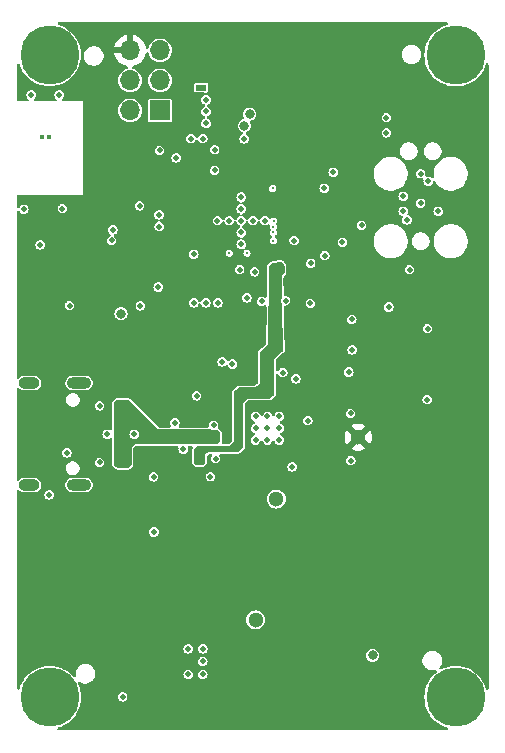
<source format=gbr>
G04 #@! TF.GenerationSoftware,KiCad,Pcbnew,8.0.9-8.0.9-0~ubuntu24.04.1*
G04 #@! TF.CreationDate,2025-04-11T12:42:36+02:00*
G04 #@! TF.ProjectId,Sensor_Nodes,53656e73-6f72-45f4-9e6f-6465732e6b69,rev?*
G04 #@! TF.SameCoordinates,Original*
G04 #@! TF.FileFunction,Copper,L3,Inr*
G04 #@! TF.FilePolarity,Positive*
%FSLAX46Y46*%
G04 Gerber Fmt 4.6, Leading zero omitted, Abs format (unit mm)*
G04 Created by KiCad (PCBNEW 8.0.9-8.0.9-0~ubuntu24.04.1) date 2025-04-11 12:42:36*
%MOMM*%
%LPD*%
G01*
G04 APERTURE LIST*
G04 #@! TA.AperFunction,ComponentPad*
%ADD10C,1.300000*%
G04 #@! TD*
G04 #@! TA.AperFunction,ComponentPad*
%ADD11C,0.800000*%
G04 #@! TD*
G04 #@! TA.AperFunction,ComponentPad*
%ADD12C,5.000000*%
G04 #@! TD*
G04 #@! TA.AperFunction,HeatsinkPad*
%ADD13C,0.500000*%
G04 #@! TD*
G04 #@! TA.AperFunction,ComponentPad*
%ADD14C,0.400000*%
G04 #@! TD*
G04 #@! TA.AperFunction,ComponentPad*
%ADD15R,0.900000X0.500000*%
G04 #@! TD*
G04 #@! TA.AperFunction,ComponentPad*
%ADD16O,2.100000X1.000000*%
G04 #@! TD*
G04 #@! TA.AperFunction,ComponentPad*
%ADD17O,1.800000X1.000000*%
G04 #@! TD*
G04 #@! TA.AperFunction,ComponentPad*
%ADD18R,1.700000X1.700000*%
G04 #@! TD*
G04 #@! TA.AperFunction,ComponentPad*
%ADD19O,1.700000X1.700000*%
G04 #@! TD*
G04 #@! TA.AperFunction,ViaPad*
%ADD20C,0.500000*%
G04 #@! TD*
G04 #@! TA.AperFunction,ViaPad*
%ADD21C,0.800000*%
G04 #@! TD*
G04 #@! TA.AperFunction,ViaPad*
%ADD22C,0.200000*%
G04 #@! TD*
G04 APERTURE END LIST*
D10*
X114120000Y-106731000D03*
X107185000Y-111971000D03*
D11*
X86115000Y-74376000D03*
X86664175Y-73050175D03*
X86664175Y-75701825D03*
X87990000Y-72501000D03*
D12*
X87990000Y-74376000D03*
D11*
X87990000Y-76251000D03*
X89315825Y-73050175D03*
X89315825Y-75701825D03*
X89865000Y-74376000D03*
D13*
X107435000Y-106971000D03*
X107435000Y-105971000D03*
X107435000Y-104971000D03*
X106435000Y-106971000D03*
X106435000Y-105971000D03*
X106435000Y-104971000D03*
X105435000Y-106971000D03*
X105435000Y-105971000D03*
X105435000Y-104971000D03*
D14*
X87320000Y-81308500D03*
X87920000Y-81308500D03*
D15*
X100830000Y-77146000D03*
D11*
X120509175Y-74386825D03*
X121058350Y-73061000D03*
X121058350Y-75712650D03*
X122384175Y-72511825D03*
D12*
X122384175Y-74386825D03*
D11*
X122384175Y-76261825D03*
X123710000Y-73061000D03*
X123710000Y-75712650D03*
X124259175Y-74386825D03*
X86129175Y-128756825D03*
X86678350Y-127431000D03*
X86678350Y-130082650D03*
X88004175Y-126881825D03*
D12*
X88004175Y-128756825D03*
D11*
X88004175Y-130631825D03*
X89330000Y-127431000D03*
X89330000Y-130082650D03*
X89879175Y-128756825D03*
D16*
X90480000Y-102151000D03*
D17*
X86280000Y-102151000D03*
D16*
X90480000Y-110791000D03*
D17*
X86280000Y-110791000D03*
D10*
X105430000Y-122211000D03*
D18*
X97340000Y-79071000D03*
D19*
X94800000Y-79071000D03*
X97340000Y-76531000D03*
X94800000Y-76531000D03*
X97340000Y-73991000D03*
X94800000Y-73991000D03*
D11*
X120500000Y-128751000D03*
X121049175Y-127425175D03*
X121049175Y-130076825D03*
X122375000Y-126876000D03*
D12*
X122375000Y-128751000D03*
D11*
X122375000Y-130626000D03*
X123700825Y-127425175D03*
X123700825Y-130076825D03*
X124250000Y-128751000D03*
D20*
X100960000Y-125721000D03*
X100440000Y-103241000D03*
X113480000Y-104721000D03*
X98710000Y-83091000D03*
X101240000Y-78161000D03*
X104210000Y-90401000D03*
X97270000Y-88901000D03*
X89680000Y-95591000D03*
X100960000Y-124661000D03*
X100200000Y-95361000D03*
D21*
X115340000Y-125201000D03*
D20*
X104210000Y-87401000D03*
X104210000Y-88401000D03*
X98605000Y-105511000D03*
X107740000Y-101261000D03*
X99295000Y-107761000D03*
X107980000Y-95171000D03*
X94180000Y-128711000D03*
X104210000Y-89401000D03*
X113500000Y-108711000D03*
X111290000Y-91361000D03*
X116710000Y-95711000D03*
X120890000Y-87601000D03*
X120000000Y-97541000D03*
X96830000Y-114761000D03*
X99730000Y-126821000D03*
X100960000Y-81451000D03*
X95610000Y-87151000D03*
X101970000Y-82391000D03*
X102240000Y-95351000D03*
X118250000Y-88341000D03*
X105950000Y-95231000D03*
X100960000Y-126821000D03*
X101240000Y-79151000D03*
X117940000Y-86331000D03*
X97260000Y-87901000D03*
X99730000Y-124661000D03*
X104210000Y-86401000D03*
X86430000Y-77761000D03*
X106210000Y-88401000D03*
X103210000Y-88401000D03*
X105210000Y-88401000D03*
X101240000Y-80151000D03*
X95160000Y-106481000D03*
X97310000Y-82461000D03*
X101210000Y-95351000D03*
X95680000Y-95621000D03*
X99960000Y-81461000D03*
X111250000Y-85651000D03*
X119960000Y-103551000D03*
X112000000Y-84291000D03*
X104460000Y-81471000D03*
X103470000Y-100541000D03*
X117940000Y-87601000D03*
X119410000Y-84431000D03*
X102610000Y-100361000D03*
X102210000Y-88401000D03*
X115710000Y-95731000D03*
X113830000Y-118441000D03*
X108490000Y-88151000D03*
X101210000Y-92681000D03*
X99725000Y-86326000D03*
X103950000Y-98501000D03*
X110910000Y-109601000D03*
X105830000Y-110111000D03*
X109550000Y-83421000D03*
X108140000Y-100521000D03*
X120580000Y-88341000D03*
X94670000Y-90371000D03*
X105320000Y-93531000D03*
X88810000Y-77761000D03*
X85810000Y-87421000D03*
X89085000Y-87381000D03*
X87190000Y-90451000D03*
X87950000Y-111621000D03*
X114410000Y-88801000D03*
D22*
X106960000Y-88406000D03*
D20*
X100200000Y-91231000D03*
X101967500Y-84143500D03*
X108690000Y-90091000D03*
D22*
X106950000Y-90091000D03*
D20*
X101990000Y-106761000D03*
X92230000Y-104071000D03*
X92230000Y-108871000D03*
X92870000Y-106471000D03*
X109850000Y-105331000D03*
X108540000Y-109251000D03*
X101880000Y-105721000D03*
X107460000Y-92461000D03*
X100658198Y-108609198D03*
X101610000Y-110081000D03*
X96800000Y-110091000D03*
X102050000Y-108551000D03*
X89460000Y-108061000D03*
X113590000Y-96761000D03*
X113610000Y-99331000D03*
X116515000Y-79671000D03*
X116515000Y-80971000D03*
X120050000Y-85061000D03*
X104090000Y-92541000D03*
X105350000Y-92731000D03*
X119410000Y-86921000D03*
X104700000Y-94941000D03*
D22*
X104700000Y-91151000D03*
D20*
X110070000Y-95411000D03*
D22*
X106950000Y-88901000D03*
D20*
X108850000Y-101801000D03*
X110100000Y-92001000D03*
X97180000Y-94021000D03*
X93240000Y-90081000D03*
X93350000Y-89171000D03*
D22*
X103200000Y-91150000D03*
D20*
X113337500Y-101218500D03*
X118470000Y-92541000D03*
D22*
X106950000Y-89400000D03*
D20*
X112790000Y-90221000D03*
D21*
X104490000Y-80371000D03*
X104940000Y-79371000D03*
D22*
X106890000Y-85671000D03*
D21*
X94040000Y-96271000D03*
G04 #@! TA.AperFunction,Conductor*
G36*
X107694042Y-91940480D02*
G01*
X107730072Y-91971090D01*
X107862828Y-92137035D01*
X107889336Y-92201681D01*
X107890000Y-92214497D01*
X107890000Y-92776106D01*
X107870315Y-92843145D01*
X107861259Y-92855489D01*
X107640000Y-93120998D01*
X107667547Y-94870295D01*
X107654047Y-94928542D01*
X107594352Y-95045698D01*
X107594352Y-95045699D01*
X107574508Y-95170996D01*
X107574508Y-95171003D01*
X107594352Y-95296300D01*
X107594352Y-95296301D01*
X107651952Y-95409346D01*
X107653524Y-95411509D01*
X107654619Y-95414579D01*
X107656381Y-95418037D01*
X107655934Y-95418264D01*
X107677000Y-95477317D01*
X107677187Y-95482436D01*
X107739089Y-99413201D01*
X107720462Y-99480543D01*
X107696315Y-99508859D01*
X106990000Y-100120999D01*
X106990000Y-103109000D01*
X106970315Y-103176039D01*
X106940400Y-103208200D01*
X106623067Y-103446200D01*
X106557625Y-103470676D01*
X106548667Y-103471000D01*
X104690000Y-103471000D01*
X104515001Y-103675165D01*
X104390001Y-103820998D01*
X104390000Y-103821001D01*
X104390000Y-107564731D01*
X104370315Y-107631770D01*
X104347655Y-107658050D01*
X104025063Y-107940319D01*
X103961648Y-107969651D01*
X103943408Y-107971000D01*
X101490000Y-107971000D01*
X101190000Y-108170999D01*
X101190000Y-108819638D01*
X101170315Y-108886677D01*
X101153681Y-108907319D01*
X100976319Y-109084681D01*
X100914996Y-109118166D01*
X100888638Y-109121000D01*
X100449598Y-109121000D01*
X100382559Y-109101315D01*
X100352770Y-109074462D01*
X100217172Y-108904965D01*
X100190664Y-108840319D01*
X100190000Y-108827503D01*
X100190000Y-107872362D01*
X100209685Y-107805323D01*
X100226319Y-107784681D01*
X100498181Y-107512819D01*
X100559504Y-107479334D01*
X100585862Y-107476500D01*
X102102440Y-107476500D01*
X102102456Y-107476500D01*
X102103799Y-107476494D01*
X102105883Y-107476476D01*
X102131269Y-107472496D01*
X102150474Y-107471000D01*
X103190000Y-107471000D01*
X103590000Y-107071000D01*
X103590000Y-102931647D01*
X103609685Y-102864608D01*
X103637871Y-102833767D01*
X104006417Y-102547120D01*
X104071420Y-102521500D01*
X104082546Y-102521000D01*
X105389999Y-102521000D01*
X105390000Y-102521000D01*
X105790000Y-102271000D01*
X105790000Y-99581267D01*
X105809685Y-99514228D01*
X105837383Y-99483770D01*
X106490000Y-98971000D01*
X106539620Y-92321816D01*
X106559805Y-92254928D01*
X106575931Y-92235068D01*
X106806665Y-92004334D01*
X106867986Y-91970851D01*
X106887053Y-91968232D01*
X107625965Y-91924766D01*
X107694042Y-91940480D01*
G37*
G04 #@! TD.AperFunction*
G04 #@! TA.AperFunction,Conductor*
G36*
X94705677Y-103590685D02*
G01*
X94726319Y-103607319D01*
X94940000Y-103821000D01*
X96940000Y-105821000D01*
X97190000Y-106071000D01*
X101654967Y-106071000D01*
X101711261Y-106084514D01*
X101754696Y-106106646D01*
X101754697Y-106106646D01*
X101754699Y-106106647D01*
X101879997Y-106126492D01*
X101880000Y-106126492D01*
X101880003Y-106126492D01*
X102005300Y-106106647D01*
X102005301Y-106106647D01*
X102005302Y-106106646D01*
X102005304Y-106106646D01*
X102037877Y-106090048D01*
X102106547Y-106077153D01*
X102171287Y-106103430D01*
X102181853Y-106112853D01*
X102403681Y-106334681D01*
X102437166Y-106396004D01*
X102440000Y-106422362D01*
X102440000Y-107054637D01*
X102420315Y-107121676D01*
X102384783Y-107157811D01*
X102171239Y-107300174D01*
X102104540Y-107320982D01*
X102102456Y-107321000D01*
X95189999Y-107321000D01*
X94940000Y-107570999D01*
X94940000Y-109019638D01*
X94920315Y-109086677D01*
X94903681Y-109107319D01*
X94726319Y-109284681D01*
X94664996Y-109318166D01*
X94638638Y-109321000D01*
X93741362Y-109321000D01*
X93674323Y-109301315D01*
X93653681Y-109284681D01*
X93476319Y-109107319D01*
X93442834Y-109045996D01*
X93440000Y-109019638D01*
X93440000Y-106480996D01*
X94754508Y-106480996D01*
X94754508Y-106481003D01*
X94774352Y-106606300D01*
X94774352Y-106606301D01*
X94774354Y-106606304D01*
X94831950Y-106719342D01*
X94831952Y-106719344D01*
X94831954Y-106719347D01*
X94921652Y-106809045D01*
X94921654Y-106809046D01*
X94921658Y-106809050D01*
X95034696Y-106866646D01*
X95034697Y-106866646D01*
X95034699Y-106866647D01*
X95159997Y-106886492D01*
X95160000Y-106886492D01*
X95160003Y-106886492D01*
X95285300Y-106866647D01*
X95285301Y-106866647D01*
X95285302Y-106866646D01*
X95285304Y-106866646D01*
X95398342Y-106809050D01*
X95488050Y-106719342D01*
X95545646Y-106606304D01*
X95545646Y-106606302D01*
X95545647Y-106606301D01*
X95545647Y-106606300D01*
X95565492Y-106481003D01*
X95565492Y-106480996D01*
X95545647Y-106355699D01*
X95545647Y-106355698D01*
X95534938Y-106334681D01*
X95488050Y-106242658D01*
X95488046Y-106242654D01*
X95488045Y-106242652D01*
X95398347Y-106152954D01*
X95398344Y-106152952D01*
X95398342Y-106152950D01*
X95285304Y-106095354D01*
X95285303Y-106095353D01*
X95285300Y-106095352D01*
X95160003Y-106075508D01*
X95159997Y-106075508D01*
X95034699Y-106095352D01*
X95034698Y-106095352D01*
X94959337Y-106133751D01*
X94921658Y-106152950D01*
X94921657Y-106152951D01*
X94921652Y-106152954D01*
X94831954Y-106242652D01*
X94831951Y-106242657D01*
X94774352Y-106355698D01*
X94774352Y-106355699D01*
X94754508Y-106480996D01*
X93440000Y-106480996D01*
X93440000Y-103872362D01*
X93459685Y-103805323D01*
X93476319Y-103784681D01*
X93653681Y-103607319D01*
X93715004Y-103573834D01*
X93741362Y-103571000D01*
X94638638Y-103571000D01*
X94705677Y-103590685D01*
G37*
G04 #@! TD.AperFunction*
G04 #@! TA.AperFunction,Conductor*
G36*
X121614828Y-71596478D02*
G01*
X121681865Y-71616164D01*
X121727619Y-71668969D01*
X121737560Y-71738128D01*
X121708534Y-71801683D01*
X121651714Y-71838863D01*
X121442589Y-71904029D01*
X121442579Y-71904033D01*
X121150179Y-72035631D01*
X121150176Y-72035633D01*
X121150175Y-72035634D01*
X121092815Y-72070309D01*
X120875769Y-72201517D01*
X120623352Y-72399273D01*
X120396623Y-72626002D01*
X120198867Y-72878419D01*
X120032983Y-73152827D01*
X120032981Y-73152829D01*
X119901383Y-73445229D01*
X119901377Y-73445244D01*
X119805991Y-73751350D01*
X119805989Y-73751356D01*
X119805989Y-73751359D01*
X119764127Y-73979794D01*
X119748189Y-74066764D01*
X119728830Y-74386825D01*
X119748189Y-74706885D01*
X119748189Y-74706890D01*
X119748190Y-74706891D01*
X119805989Y-75022291D01*
X119805990Y-75022295D01*
X119805991Y-75022299D01*
X119901377Y-75328405D01*
X119901383Y-75328420D01*
X119901384Y-75328423D01*
X119914709Y-75358029D01*
X120032981Y-75620820D01*
X120032982Y-75620821D01*
X120032984Y-75620825D01*
X120077879Y-75695090D01*
X120198867Y-75895230D01*
X120396623Y-76147647D01*
X120623352Y-76374376D01*
X120623356Y-76374379D01*
X120875767Y-76572131D01*
X121150175Y-76738016D01*
X121150178Y-76738017D01*
X121150179Y-76738018D01*
X121186210Y-76754234D01*
X121442577Y-76869616D01*
X121442586Y-76869618D01*
X121442594Y-76869622D01*
X121682070Y-76944245D01*
X121748709Y-76965011D01*
X122064109Y-77022810D01*
X122384175Y-77042170D01*
X122704241Y-77022810D01*
X123019641Y-76965011D01*
X123192495Y-76911147D01*
X123325755Y-76869622D01*
X123325759Y-76869620D01*
X123325773Y-76869616D01*
X123618175Y-76738016D01*
X123892583Y-76572131D01*
X124144994Y-76374379D01*
X124371729Y-76147644D01*
X124569481Y-75895233D01*
X124735366Y-75620825D01*
X124866966Y-75328423D01*
X124922129Y-75151398D01*
X124960865Y-75093254D01*
X125024890Y-75065280D01*
X125093875Y-75076361D01*
X125145919Y-75122980D01*
X125164513Y-75188290D01*
X125165298Y-127981493D01*
X125145614Y-128048533D01*
X125092811Y-128094289D01*
X125023653Y-128104233D01*
X124960097Y-128075209D01*
X124922913Y-128018385D01*
X124857797Y-127809419D01*
X124857793Y-127809411D01*
X124857791Y-127809402D01*
X124740786Y-127549429D01*
X124726193Y-127517004D01*
X124726192Y-127517003D01*
X124726191Y-127517000D01*
X124560306Y-127242592D01*
X124393077Y-127029140D01*
X124362551Y-126990177D01*
X124135822Y-126763448D01*
X123905061Y-126582658D01*
X123883408Y-126565694D01*
X123609000Y-126399809D01*
X123608996Y-126399807D01*
X123608995Y-126399806D01*
X123400524Y-126305981D01*
X123316598Y-126268209D01*
X123316595Y-126268208D01*
X123316580Y-126268202D01*
X123010474Y-126172816D01*
X123010470Y-126172815D01*
X123010466Y-126172814D01*
X122695066Y-126115015D01*
X122695065Y-126115014D01*
X122695060Y-126115014D01*
X122375000Y-126095655D01*
X122054939Y-126115014D01*
X122054934Y-126115015D01*
X121739534Y-126172814D01*
X121739531Y-126172814D01*
X121739525Y-126172816D01*
X121433419Y-126268202D01*
X121433404Y-126268208D01*
X121174400Y-126384776D01*
X121105188Y-126394339D01*
X121041793Y-126364965D01*
X121004342Y-126305981D01*
X121004726Y-126236112D01*
X121029885Y-126194022D01*
X121028119Y-126192573D01*
X121031981Y-126187866D01*
X121031984Y-126187863D01*
X121122435Y-126052495D01*
X121184738Y-125902081D01*
X121195834Y-125846301D01*
X121216499Y-125742407D01*
X121216500Y-125742405D01*
X121216500Y-125579594D01*
X121216499Y-125579592D01*
X121184740Y-125419926D01*
X121184737Y-125419917D01*
X121122437Y-125269509D01*
X121122436Y-125269507D01*
X121031984Y-125134137D01*
X121031981Y-125134133D01*
X120916866Y-125019018D01*
X120916862Y-125019015D01*
X120781492Y-124928563D01*
X120781490Y-124928562D01*
X120631082Y-124866262D01*
X120631073Y-124866259D01*
X120471406Y-124834500D01*
X120471403Y-124834500D01*
X120308597Y-124834500D01*
X120308594Y-124834500D01*
X120148926Y-124866259D01*
X120148917Y-124866262D01*
X119998509Y-124928562D01*
X119998507Y-124928563D01*
X119863137Y-125019015D01*
X119863133Y-125019018D01*
X119748018Y-125134133D01*
X119748015Y-125134137D01*
X119657563Y-125269507D01*
X119657562Y-125269509D01*
X119595262Y-125419917D01*
X119595259Y-125419926D01*
X119563500Y-125579592D01*
X119563500Y-125742407D01*
X119595259Y-125902073D01*
X119595262Y-125902082D01*
X119657562Y-126052490D01*
X119657563Y-126052492D01*
X119748015Y-126187862D01*
X119748018Y-126187866D01*
X119863133Y-126302981D01*
X119863137Y-126302984D01*
X119998505Y-126393435D01*
X119998506Y-126393435D01*
X119998507Y-126393436D01*
X119998509Y-126393437D01*
X120027956Y-126405634D01*
X120148919Y-126455738D01*
X120148921Y-126455738D01*
X120148926Y-126455740D01*
X120308592Y-126487499D01*
X120308595Y-126487500D01*
X120308597Y-126487500D01*
X120471405Y-126487500D01*
X120565072Y-126468867D01*
X120624876Y-126456972D01*
X120694468Y-126463199D01*
X120749645Y-126506062D01*
X120772890Y-126571951D01*
X120756822Y-126639948D01*
X120725542Y-126676199D01*
X120614178Y-126763447D01*
X120387448Y-126990177D01*
X120189692Y-127242594D01*
X120023808Y-127517002D01*
X120023806Y-127517004D01*
X119892208Y-127809404D01*
X119892202Y-127809419D01*
X119796816Y-128115525D01*
X119796814Y-128115531D01*
X119796814Y-128115534D01*
X119795747Y-128121359D01*
X119739014Y-128430939D01*
X119719655Y-128751000D01*
X119739014Y-129071060D01*
X119739014Y-129071065D01*
X119739015Y-129071066D01*
X119796814Y-129386466D01*
X119796815Y-129386470D01*
X119796816Y-129386474D01*
X119892202Y-129692580D01*
X119892208Y-129692595D01*
X119892209Y-129692598D01*
X119894831Y-129698423D01*
X120023806Y-129984995D01*
X120023807Y-129984996D01*
X120023809Y-129985000D01*
X120189694Y-130259408D01*
X120225201Y-130304729D01*
X120387448Y-130511822D01*
X120614177Y-130738551D01*
X120658105Y-130772966D01*
X120866592Y-130936306D01*
X121141000Y-131102191D01*
X121141003Y-131102192D01*
X121141004Y-131102193D01*
X121153947Y-131108018D01*
X121433402Y-131233791D01*
X121433411Y-131233793D01*
X121433419Y-131233797D01*
X121658596Y-131303965D01*
X121716744Y-131342702D01*
X121744718Y-131406727D01*
X121733636Y-131475713D01*
X121687018Y-131527756D01*
X121621892Y-131546350D01*
X116193491Y-131554490D01*
X116193269Y-131554490D01*
X88775427Y-131546567D01*
X88708393Y-131526863D01*
X88662654Y-131474046D01*
X88652730Y-131404884D01*
X88681774Y-131341337D01*
X88738568Y-131304183D01*
X88945773Y-131239616D01*
X89238175Y-131108016D01*
X89512583Y-130942131D01*
X89764994Y-130744379D01*
X89991729Y-130517644D01*
X90189481Y-130265233D01*
X90355366Y-129990825D01*
X90486966Y-129698423D01*
X90488782Y-129692598D01*
X90559098Y-129466943D01*
X90582361Y-129392291D01*
X90640160Y-129076891D01*
X90659520Y-128756825D01*
X90656748Y-128710996D01*
X93774508Y-128710996D01*
X93774508Y-128711003D01*
X93794352Y-128836300D01*
X93794352Y-128836301D01*
X93794354Y-128836304D01*
X93851950Y-128949342D01*
X93851952Y-128949344D01*
X93851954Y-128949347D01*
X93941652Y-129039045D01*
X93941654Y-129039046D01*
X93941658Y-129039050D01*
X94054696Y-129096646D01*
X94054697Y-129096646D01*
X94054699Y-129096647D01*
X94179997Y-129116492D01*
X94180000Y-129116492D01*
X94180003Y-129116492D01*
X94305300Y-129096647D01*
X94305301Y-129096647D01*
X94305302Y-129096646D01*
X94305304Y-129096646D01*
X94418342Y-129039050D01*
X94508050Y-128949342D01*
X94565646Y-128836304D01*
X94565646Y-128836302D01*
X94565647Y-128836301D01*
X94565647Y-128836300D01*
X94585492Y-128711003D01*
X94585492Y-128710996D01*
X94565647Y-128585699D01*
X94565647Y-128585698D01*
X94565646Y-128585696D01*
X94508050Y-128472658D01*
X94508046Y-128472654D01*
X94508045Y-128472652D01*
X94418347Y-128382954D01*
X94418344Y-128382952D01*
X94418342Y-128382950D01*
X94305304Y-128325354D01*
X94305303Y-128325353D01*
X94305300Y-128325352D01*
X94180003Y-128305508D01*
X94179997Y-128305508D01*
X94054699Y-128325352D01*
X94054698Y-128325352D01*
X93979337Y-128363751D01*
X93941658Y-128382950D01*
X93941657Y-128382951D01*
X93941652Y-128382954D01*
X93851954Y-128472652D01*
X93851951Y-128472657D01*
X93794352Y-128585698D01*
X93794352Y-128585699D01*
X93774508Y-128710996D01*
X90656748Y-128710996D01*
X90640160Y-128436759D01*
X90582361Y-128121359D01*
X90538777Y-127981493D01*
X90486972Y-127815244D01*
X90486969Y-127815236D01*
X90486966Y-127815227D01*
X90398488Y-127618639D01*
X90388925Y-127549429D01*
X90418298Y-127486033D01*
X90477283Y-127448582D01*
X90547151Y-127448965D01*
X90580455Y-127464647D01*
X90638505Y-127503435D01*
X90638506Y-127503435D01*
X90638507Y-127503436D01*
X90638509Y-127503437D01*
X90738781Y-127544970D01*
X90788919Y-127565738D01*
X90788921Y-127565738D01*
X90788926Y-127565740D01*
X90948592Y-127597499D01*
X90948595Y-127597500D01*
X90948597Y-127597500D01*
X91111405Y-127597500D01*
X91111406Y-127597499D01*
X91164629Y-127586912D01*
X91271073Y-127565740D01*
X91271076Y-127565738D01*
X91271081Y-127565738D01*
X91421495Y-127503435D01*
X91556863Y-127412984D01*
X91671984Y-127297863D01*
X91762435Y-127162495D01*
X91824738Y-127012081D01*
X91827937Y-126996002D01*
X91856499Y-126852407D01*
X91856500Y-126852405D01*
X91856500Y-126820996D01*
X99324508Y-126820996D01*
X99324508Y-126821003D01*
X99344352Y-126946300D01*
X99344352Y-126946301D01*
X99344354Y-126946304D01*
X99401950Y-127059342D01*
X99401952Y-127059344D01*
X99401954Y-127059347D01*
X99491652Y-127149045D01*
X99491654Y-127149046D01*
X99491658Y-127149050D01*
X99604696Y-127206646D01*
X99604697Y-127206646D01*
X99604699Y-127206647D01*
X99729997Y-127226492D01*
X99730000Y-127226492D01*
X99730003Y-127226492D01*
X99855300Y-127206647D01*
X99855301Y-127206647D01*
X99855302Y-127206646D01*
X99855304Y-127206646D01*
X99968342Y-127149050D01*
X100058050Y-127059342D01*
X100115646Y-126946304D01*
X100115646Y-126946302D01*
X100115647Y-126946301D01*
X100115647Y-126946300D01*
X100135492Y-126821003D01*
X100135492Y-126820996D01*
X100554508Y-126820996D01*
X100554508Y-126821003D01*
X100574352Y-126946300D01*
X100574352Y-126946301D01*
X100574354Y-126946304D01*
X100631950Y-127059342D01*
X100631952Y-127059344D01*
X100631954Y-127059347D01*
X100721652Y-127149045D01*
X100721654Y-127149046D01*
X100721658Y-127149050D01*
X100834696Y-127206646D01*
X100834697Y-127206646D01*
X100834699Y-127206647D01*
X100959997Y-127226492D01*
X100960000Y-127226492D01*
X100960003Y-127226492D01*
X101085300Y-127206647D01*
X101085301Y-127206647D01*
X101085302Y-127206646D01*
X101085304Y-127206646D01*
X101198342Y-127149050D01*
X101288050Y-127059342D01*
X101345646Y-126946304D01*
X101345646Y-126946302D01*
X101345647Y-126946301D01*
X101345647Y-126946300D01*
X101365492Y-126821003D01*
X101365492Y-126820996D01*
X101345647Y-126695699D01*
X101345647Y-126695698D01*
X101342536Y-126689592D01*
X101288050Y-126582658D01*
X101288046Y-126582654D01*
X101288045Y-126582652D01*
X101198347Y-126492954D01*
X101198344Y-126492952D01*
X101198342Y-126492950D01*
X101085304Y-126435354D01*
X101085303Y-126435353D01*
X101085300Y-126435352D01*
X100960003Y-126415508D01*
X100959997Y-126415508D01*
X100834699Y-126435352D01*
X100834698Y-126435352D01*
X100794686Y-126455740D01*
X100721658Y-126492950D01*
X100721657Y-126492951D01*
X100721652Y-126492954D01*
X100631954Y-126582652D01*
X100631951Y-126582657D01*
X100574352Y-126695698D01*
X100574352Y-126695699D01*
X100554508Y-126820996D01*
X100135492Y-126820996D01*
X100115647Y-126695699D01*
X100115647Y-126695698D01*
X100112536Y-126689592D01*
X100058050Y-126582658D01*
X100058046Y-126582654D01*
X100058045Y-126582652D01*
X99968347Y-126492954D01*
X99968344Y-126492952D01*
X99968342Y-126492950D01*
X99855304Y-126435354D01*
X99855303Y-126435353D01*
X99855300Y-126435352D01*
X99730003Y-126415508D01*
X99729997Y-126415508D01*
X99604699Y-126435352D01*
X99604698Y-126435352D01*
X99564686Y-126455740D01*
X99491658Y-126492950D01*
X99491657Y-126492951D01*
X99491652Y-126492954D01*
X99401954Y-126582652D01*
X99401951Y-126582657D01*
X99344352Y-126695698D01*
X99344352Y-126695699D01*
X99324508Y-126820996D01*
X91856500Y-126820996D01*
X91856500Y-126689594D01*
X91856499Y-126689592D01*
X91824740Y-126529926D01*
X91824737Y-126529917D01*
X91762437Y-126379509D01*
X91762436Y-126379507D01*
X91752719Y-126364965D01*
X91671984Y-126244137D01*
X91671981Y-126244133D01*
X91556866Y-126129018D01*
X91556862Y-126129015D01*
X91421492Y-126038563D01*
X91421490Y-126038562D01*
X91271082Y-125976262D01*
X91271073Y-125976259D01*
X91111406Y-125944500D01*
X91111403Y-125944500D01*
X90948597Y-125944500D01*
X90948594Y-125944500D01*
X90788926Y-125976259D01*
X90788917Y-125976262D01*
X90638509Y-126038562D01*
X90638507Y-126038563D01*
X90503137Y-126129015D01*
X90503133Y-126129018D01*
X90388018Y-126244133D01*
X90388015Y-126244137D01*
X90297563Y-126379507D01*
X90297562Y-126379509D01*
X90235262Y-126529917D01*
X90235259Y-126529926D01*
X90203500Y-126689592D01*
X90203500Y-126852407D01*
X90212409Y-126897195D01*
X90206182Y-126966786D01*
X90163319Y-127021964D01*
X90097429Y-127045208D01*
X90029432Y-127029140D01*
X89994246Y-126998778D01*
X89994213Y-126998809D01*
X89993989Y-126998557D01*
X89993182Y-126997860D01*
X89991727Y-126996003D01*
X89764997Y-126769273D01*
X89599926Y-126639948D01*
X89512583Y-126571519D01*
X89238175Y-126405634D01*
X89238171Y-126405632D01*
X89238170Y-126405631D01*
X89010090Y-126302981D01*
X88945773Y-126274034D01*
X88945770Y-126274033D01*
X88945755Y-126274027D01*
X88639649Y-126178641D01*
X88639645Y-126178640D01*
X88639641Y-126178639D01*
X88324241Y-126120840D01*
X88324240Y-126120839D01*
X88324235Y-126120839D01*
X88004175Y-126101480D01*
X87684114Y-126120839D01*
X87684109Y-126120840D01*
X87368709Y-126178639D01*
X87368706Y-126178639D01*
X87368700Y-126178641D01*
X87062594Y-126274027D01*
X87062579Y-126274033D01*
X86770179Y-126405631D01*
X86770176Y-126405633D01*
X86770175Y-126405634D01*
X86721015Y-126435352D01*
X86495769Y-126571517D01*
X86243352Y-126769273D01*
X86016623Y-126996002D01*
X85818867Y-127248419D01*
X85788976Y-127297866D01*
X85656506Y-127517000D01*
X85652983Y-127522827D01*
X85652981Y-127522829D01*
X85521383Y-127815229D01*
X85521377Y-127815244D01*
X85457073Y-128021605D01*
X85418336Y-128079753D01*
X85354310Y-128107727D01*
X85285325Y-128096645D01*
X85233282Y-128050027D01*
X85214688Y-127984715D01*
X85214688Y-125720996D01*
X100554508Y-125720996D01*
X100554508Y-125721003D01*
X100574352Y-125846300D01*
X100574352Y-125846301D01*
X100574354Y-125846304D01*
X100631950Y-125959342D01*
X100631952Y-125959344D01*
X100631954Y-125959347D01*
X100721652Y-126049045D01*
X100721654Y-126049046D01*
X100721658Y-126049050D01*
X100834696Y-126106646D01*
X100834697Y-126106646D01*
X100834699Y-126106647D01*
X100959997Y-126126492D01*
X100960000Y-126126492D01*
X100960003Y-126126492D01*
X101085300Y-126106647D01*
X101085301Y-126106647D01*
X101085302Y-126106646D01*
X101085304Y-126106646D01*
X101198342Y-126049050D01*
X101288050Y-125959342D01*
X101345646Y-125846304D01*
X101345646Y-125846302D01*
X101345647Y-125846301D01*
X101345647Y-125846300D01*
X101365492Y-125721003D01*
X101365492Y-125720996D01*
X101345647Y-125595699D01*
X101345647Y-125595698D01*
X101337443Y-125579597D01*
X101288050Y-125482658D01*
X101288046Y-125482654D01*
X101288045Y-125482652D01*
X101198347Y-125392954D01*
X101198344Y-125392952D01*
X101198342Y-125392950D01*
X101085304Y-125335354D01*
X101085303Y-125335353D01*
X101085300Y-125335352D01*
X100960003Y-125315508D01*
X100959997Y-125315508D01*
X100834699Y-125335352D01*
X100834698Y-125335352D01*
X100759337Y-125373751D01*
X100721658Y-125392950D01*
X100721657Y-125392951D01*
X100721652Y-125392954D01*
X100631954Y-125482652D01*
X100631951Y-125482657D01*
X100574352Y-125595698D01*
X100574352Y-125595699D01*
X100554508Y-125720996D01*
X85214688Y-125720996D01*
X85214688Y-125200999D01*
X114784750Y-125200999D01*
X114784750Y-125201000D01*
X114803670Y-125344708D01*
X114803671Y-125344712D01*
X114859137Y-125478622D01*
X114859138Y-125478624D01*
X114859139Y-125478625D01*
X114947379Y-125593621D01*
X115062375Y-125681861D01*
X115196291Y-125737330D01*
X115323280Y-125754048D01*
X115339999Y-125756250D01*
X115340000Y-125756250D01*
X115340001Y-125756250D01*
X115354977Y-125754278D01*
X115483709Y-125737330D01*
X115617625Y-125681861D01*
X115732621Y-125593621D01*
X115820861Y-125478625D01*
X115876330Y-125344709D01*
X115895250Y-125201000D01*
X115876330Y-125057291D01*
X115823010Y-124928563D01*
X115820862Y-124923377D01*
X115820861Y-124923376D01*
X115820861Y-124923375D01*
X115732621Y-124808379D01*
X115617625Y-124720139D01*
X115617624Y-124720138D01*
X115617622Y-124720137D01*
X115483712Y-124664671D01*
X115483710Y-124664670D01*
X115483709Y-124664670D01*
X115411854Y-124655210D01*
X115340001Y-124645750D01*
X115339999Y-124645750D01*
X115196291Y-124664670D01*
X115196287Y-124664671D01*
X115062377Y-124720137D01*
X114947379Y-124808379D01*
X114859137Y-124923377D01*
X114803671Y-125057287D01*
X114803670Y-125057291D01*
X114784750Y-125200999D01*
X85214688Y-125200999D01*
X85214688Y-124660996D01*
X99324508Y-124660996D01*
X99324508Y-124661003D01*
X99344352Y-124786300D01*
X99344352Y-124786301D01*
X99344354Y-124786304D01*
X99401950Y-124899342D01*
X99401952Y-124899344D01*
X99401954Y-124899347D01*
X99491652Y-124989045D01*
X99491654Y-124989046D01*
X99491658Y-124989050D01*
X99604696Y-125046646D01*
X99604697Y-125046646D01*
X99604699Y-125046647D01*
X99729997Y-125066492D01*
X99730000Y-125066492D01*
X99730003Y-125066492D01*
X99855300Y-125046647D01*
X99855301Y-125046647D01*
X99855302Y-125046646D01*
X99855304Y-125046646D01*
X99968342Y-124989050D01*
X100058050Y-124899342D01*
X100115646Y-124786304D01*
X100115646Y-124786302D01*
X100115647Y-124786301D01*
X100115647Y-124786300D01*
X100135492Y-124661003D01*
X100135492Y-124660996D01*
X100554508Y-124660996D01*
X100554508Y-124661003D01*
X100574352Y-124786300D01*
X100574352Y-124786301D01*
X100574354Y-124786304D01*
X100631950Y-124899342D01*
X100631952Y-124899344D01*
X100631954Y-124899347D01*
X100721652Y-124989045D01*
X100721654Y-124989046D01*
X100721658Y-124989050D01*
X100834696Y-125046646D01*
X100834697Y-125046646D01*
X100834699Y-125046647D01*
X100959997Y-125066492D01*
X100960000Y-125066492D01*
X100960003Y-125066492D01*
X101085300Y-125046647D01*
X101085301Y-125046647D01*
X101085302Y-125046646D01*
X101085304Y-125046646D01*
X101198342Y-124989050D01*
X101288050Y-124899342D01*
X101345646Y-124786304D01*
X101345646Y-124786302D01*
X101345647Y-124786301D01*
X101345647Y-124786300D01*
X101365492Y-124661003D01*
X101365492Y-124660996D01*
X101345647Y-124535699D01*
X101345647Y-124535698D01*
X101345646Y-124535696D01*
X101288050Y-124422658D01*
X101288046Y-124422654D01*
X101288045Y-124422652D01*
X101198347Y-124332954D01*
X101198344Y-124332952D01*
X101198342Y-124332950D01*
X101085304Y-124275354D01*
X101085303Y-124275353D01*
X101085300Y-124275352D01*
X100960003Y-124255508D01*
X100959997Y-124255508D01*
X100834699Y-124275352D01*
X100834698Y-124275352D01*
X100759337Y-124313751D01*
X100721658Y-124332950D01*
X100721657Y-124332951D01*
X100721652Y-124332954D01*
X100631954Y-124422652D01*
X100631951Y-124422657D01*
X100574352Y-124535698D01*
X100574352Y-124535699D01*
X100554508Y-124660996D01*
X100135492Y-124660996D01*
X100115647Y-124535699D01*
X100115647Y-124535698D01*
X100115646Y-124535696D01*
X100058050Y-124422658D01*
X100058046Y-124422654D01*
X100058045Y-124422652D01*
X99968347Y-124332954D01*
X99968344Y-124332952D01*
X99968342Y-124332950D01*
X99855304Y-124275354D01*
X99855303Y-124275353D01*
X99855300Y-124275352D01*
X99730003Y-124255508D01*
X99729997Y-124255508D01*
X99604699Y-124275352D01*
X99604698Y-124275352D01*
X99529337Y-124313751D01*
X99491658Y-124332950D01*
X99491657Y-124332951D01*
X99491652Y-124332954D01*
X99401954Y-124422652D01*
X99401951Y-124422657D01*
X99344352Y-124535698D01*
X99344352Y-124535699D01*
X99324508Y-124660996D01*
X85214688Y-124660996D01*
X85214688Y-122210996D01*
X104624435Y-122210996D01*
X104624435Y-122211003D01*
X104644630Y-122390249D01*
X104644631Y-122390254D01*
X104704211Y-122560523D01*
X104800184Y-122713262D01*
X104927738Y-122840816D01*
X105080478Y-122936789D01*
X105250745Y-122996368D01*
X105250750Y-122996369D01*
X105429996Y-123016565D01*
X105430000Y-123016565D01*
X105430004Y-123016565D01*
X105609249Y-122996369D01*
X105609252Y-122996368D01*
X105609255Y-122996368D01*
X105779522Y-122936789D01*
X105932262Y-122840816D01*
X106059816Y-122713262D01*
X106155789Y-122560522D01*
X106215368Y-122390255D01*
X106235565Y-122211000D01*
X106215368Y-122031745D01*
X106155789Y-121861478D01*
X106059816Y-121708738D01*
X105932262Y-121581184D01*
X105779523Y-121485211D01*
X105609254Y-121425631D01*
X105609249Y-121425630D01*
X105430004Y-121405435D01*
X105429996Y-121405435D01*
X105250750Y-121425630D01*
X105250745Y-121425631D01*
X105080476Y-121485211D01*
X104927737Y-121581184D01*
X104800184Y-121708737D01*
X104704211Y-121861476D01*
X104644631Y-122031745D01*
X104644630Y-122031750D01*
X104624435Y-122210996D01*
X85214688Y-122210996D01*
X85214688Y-114760996D01*
X96424508Y-114760996D01*
X96424508Y-114761003D01*
X96444352Y-114886300D01*
X96444352Y-114886301D01*
X96444354Y-114886304D01*
X96501950Y-114999342D01*
X96501952Y-114999344D01*
X96501954Y-114999347D01*
X96591652Y-115089045D01*
X96591654Y-115089046D01*
X96591658Y-115089050D01*
X96704696Y-115146646D01*
X96704697Y-115146646D01*
X96704699Y-115146647D01*
X96829997Y-115166492D01*
X96830000Y-115166492D01*
X96830003Y-115166492D01*
X96955300Y-115146647D01*
X96955301Y-115146647D01*
X96955302Y-115146646D01*
X96955304Y-115146646D01*
X97068342Y-115089050D01*
X97158050Y-114999342D01*
X97215646Y-114886304D01*
X97215646Y-114886302D01*
X97215647Y-114886301D01*
X97215647Y-114886300D01*
X97235492Y-114761003D01*
X97235492Y-114760996D01*
X97215647Y-114635699D01*
X97215647Y-114635698D01*
X97215646Y-114635696D01*
X97158050Y-114522658D01*
X97158046Y-114522654D01*
X97158045Y-114522652D01*
X97068347Y-114432954D01*
X97068344Y-114432952D01*
X97068342Y-114432950D01*
X96955304Y-114375354D01*
X96955303Y-114375353D01*
X96955300Y-114375352D01*
X96830003Y-114355508D01*
X96829997Y-114355508D01*
X96704699Y-114375352D01*
X96704698Y-114375352D01*
X96629337Y-114413751D01*
X96591658Y-114432950D01*
X96591657Y-114432951D01*
X96591652Y-114432954D01*
X96501954Y-114522652D01*
X96501951Y-114522657D01*
X96444352Y-114635698D01*
X96444352Y-114635699D01*
X96424508Y-114760996D01*
X85214688Y-114760996D01*
X85214688Y-111620996D01*
X87544508Y-111620996D01*
X87544508Y-111621003D01*
X87564352Y-111746300D01*
X87564352Y-111746301D01*
X87564354Y-111746304D01*
X87621950Y-111859342D01*
X87621952Y-111859344D01*
X87621954Y-111859347D01*
X87711652Y-111949045D01*
X87711654Y-111949046D01*
X87711658Y-111949050D01*
X87824696Y-112006646D01*
X87824697Y-112006646D01*
X87824699Y-112006647D01*
X87949997Y-112026492D01*
X87950000Y-112026492D01*
X87950003Y-112026492D01*
X88075300Y-112006647D01*
X88075301Y-112006647D01*
X88075302Y-112006646D01*
X88075304Y-112006646D01*
X88145271Y-111970996D01*
X106379435Y-111970996D01*
X106379435Y-111971003D01*
X106399630Y-112150249D01*
X106399631Y-112150254D01*
X106459211Y-112320523D01*
X106555184Y-112473262D01*
X106682738Y-112600816D01*
X106835478Y-112696789D01*
X107005745Y-112756368D01*
X107005750Y-112756369D01*
X107184996Y-112776565D01*
X107185000Y-112776565D01*
X107185004Y-112776565D01*
X107364249Y-112756369D01*
X107364252Y-112756368D01*
X107364255Y-112756368D01*
X107534522Y-112696789D01*
X107687262Y-112600816D01*
X107814816Y-112473262D01*
X107910789Y-112320522D01*
X107970368Y-112150255D01*
X107990565Y-111971000D01*
X107988091Y-111949045D01*
X107970369Y-111791750D01*
X107970368Y-111791745D01*
X107910789Y-111621478D01*
X107814816Y-111468738D01*
X107687262Y-111341184D01*
X107534523Y-111245211D01*
X107364254Y-111185631D01*
X107364249Y-111185630D01*
X107185004Y-111165435D01*
X107184996Y-111165435D01*
X107005750Y-111185630D01*
X107005745Y-111185631D01*
X106835476Y-111245211D01*
X106682737Y-111341184D01*
X106555184Y-111468737D01*
X106459211Y-111621476D01*
X106399631Y-111791745D01*
X106399630Y-111791750D01*
X106379435Y-111970996D01*
X88145271Y-111970996D01*
X88188342Y-111949050D01*
X88278050Y-111859342D01*
X88335646Y-111746304D01*
X88335646Y-111746302D01*
X88335647Y-111746301D01*
X88335647Y-111746300D01*
X88355492Y-111621003D01*
X88355492Y-111620996D01*
X88335647Y-111495699D01*
X88335647Y-111495698D01*
X88321910Y-111468738D01*
X88278050Y-111382658D01*
X88278046Y-111382654D01*
X88278045Y-111382652D01*
X88188347Y-111292954D01*
X88188344Y-111292952D01*
X88188342Y-111292950D01*
X88075304Y-111235354D01*
X88075303Y-111235353D01*
X88075300Y-111235352D01*
X87950003Y-111215508D01*
X87949997Y-111215508D01*
X87824699Y-111235352D01*
X87824698Y-111235352D01*
X87749337Y-111273751D01*
X87711658Y-111292950D01*
X87711657Y-111292951D01*
X87711652Y-111292954D01*
X87621954Y-111382652D01*
X87621951Y-111382657D01*
X87564352Y-111495698D01*
X87564352Y-111495699D01*
X87544508Y-111620996D01*
X85214688Y-111620996D01*
X85214688Y-111281357D01*
X85234373Y-111214318D01*
X85287177Y-111168563D01*
X85356335Y-111158619D01*
X85419891Y-111187644D01*
X85426369Y-111193676D01*
X85508214Y-111275521D01*
X85646286Y-111355236D01*
X85800284Y-111396500D01*
X85800287Y-111396500D01*
X86759713Y-111396500D01*
X86759716Y-111396500D01*
X86913714Y-111355236D01*
X87051786Y-111275521D01*
X87164521Y-111162786D01*
X87244236Y-111024714D01*
X87285500Y-110870716D01*
X87285500Y-110711284D01*
X89324500Y-110711284D01*
X89324500Y-110870716D01*
X89365764Y-111024714D01*
X89445479Y-111162786D01*
X89558214Y-111275521D01*
X89696286Y-111355236D01*
X89850284Y-111396500D01*
X89850287Y-111396500D01*
X91109713Y-111396500D01*
X91109716Y-111396500D01*
X91263714Y-111355236D01*
X91401786Y-111275521D01*
X91514521Y-111162786D01*
X91594236Y-111024714D01*
X91635500Y-110870716D01*
X91635500Y-110711284D01*
X91594236Y-110557286D01*
X91514521Y-110419214D01*
X91401786Y-110306479D01*
X91263714Y-110226764D01*
X91263715Y-110226764D01*
X91224662Y-110216300D01*
X91109716Y-110185500D01*
X89850284Y-110185500D01*
X89735338Y-110216300D01*
X89696285Y-110226764D01*
X89558215Y-110306478D01*
X89558212Y-110306480D01*
X89445480Y-110419212D01*
X89445478Y-110419215D01*
X89365764Y-110557285D01*
X89365764Y-110557286D01*
X89324500Y-110711284D01*
X87285500Y-110711284D01*
X87244236Y-110557286D01*
X87164521Y-110419214D01*
X87051786Y-110306479D01*
X86913714Y-110226764D01*
X86913715Y-110226764D01*
X86874662Y-110216300D01*
X86759716Y-110185500D01*
X85800284Y-110185500D01*
X85685338Y-110216300D01*
X85646285Y-110226764D01*
X85508215Y-110306478D01*
X85508212Y-110306480D01*
X85426369Y-110388324D01*
X85365046Y-110421809D01*
X85295354Y-110416825D01*
X85239421Y-110374953D01*
X85215004Y-110309489D01*
X85214688Y-110300643D01*
X85214688Y-110090996D01*
X96394508Y-110090996D01*
X96394508Y-110091003D01*
X96414352Y-110216300D01*
X96414352Y-110216301D01*
X96432805Y-110252517D01*
X96471950Y-110329342D01*
X96471952Y-110329344D01*
X96471954Y-110329347D01*
X96561652Y-110419045D01*
X96561654Y-110419046D01*
X96561658Y-110419050D01*
X96674696Y-110476646D01*
X96674697Y-110476646D01*
X96674699Y-110476647D01*
X96799997Y-110496492D01*
X96800000Y-110496492D01*
X96800003Y-110496492D01*
X96925300Y-110476647D01*
X96925301Y-110476647D01*
X96925302Y-110476646D01*
X96925304Y-110476646D01*
X97038342Y-110419050D01*
X97128050Y-110329342D01*
X97185646Y-110216304D01*
X97185646Y-110216302D01*
X97185647Y-110216301D01*
X97185647Y-110216300D01*
X97205492Y-110091003D01*
X97205492Y-110090996D01*
X97203908Y-110080996D01*
X101204508Y-110080996D01*
X101204508Y-110081003D01*
X101224352Y-110206300D01*
X101224352Y-110206301D01*
X101229449Y-110216304D01*
X101281950Y-110319342D01*
X101281952Y-110319344D01*
X101281954Y-110319347D01*
X101371652Y-110409045D01*
X101371654Y-110409046D01*
X101371658Y-110409050D01*
X101484696Y-110466646D01*
X101484697Y-110466646D01*
X101484699Y-110466647D01*
X101609997Y-110486492D01*
X101610000Y-110486492D01*
X101610003Y-110486492D01*
X101735300Y-110466647D01*
X101735301Y-110466647D01*
X101735302Y-110466646D01*
X101735304Y-110466646D01*
X101848342Y-110409050D01*
X101938050Y-110319342D01*
X101995646Y-110206304D01*
X101995646Y-110206302D01*
X101995647Y-110206301D01*
X101995647Y-110206300D01*
X102015492Y-110081003D01*
X102015492Y-110080996D01*
X101995647Y-109955699D01*
X101995647Y-109955698D01*
X101985865Y-109936500D01*
X101938050Y-109842658D01*
X101938046Y-109842654D01*
X101938045Y-109842652D01*
X101848347Y-109752954D01*
X101848344Y-109752952D01*
X101848342Y-109752950D01*
X101735304Y-109695354D01*
X101735303Y-109695353D01*
X101735300Y-109695352D01*
X101610003Y-109675508D01*
X101609997Y-109675508D01*
X101484699Y-109695352D01*
X101484698Y-109695352D01*
X101409337Y-109733751D01*
X101371658Y-109752950D01*
X101371657Y-109752951D01*
X101371652Y-109752954D01*
X101281954Y-109842652D01*
X101281951Y-109842657D01*
X101281950Y-109842658D01*
X101276855Y-109852658D01*
X101224352Y-109955698D01*
X101224352Y-109955699D01*
X101204508Y-110080996D01*
X97203908Y-110080996D01*
X97185647Y-109965699D01*
X97185647Y-109965698D01*
X97180551Y-109955696D01*
X97128050Y-109852658D01*
X97128046Y-109852654D01*
X97128045Y-109852652D01*
X97038347Y-109762954D01*
X97038344Y-109762952D01*
X97038342Y-109762950D01*
X96925304Y-109705354D01*
X96925303Y-109705353D01*
X96925300Y-109705352D01*
X96800003Y-109685508D01*
X96799997Y-109685508D01*
X96674699Y-109705352D01*
X96674698Y-109705352D01*
X96599337Y-109743751D01*
X96561658Y-109762950D01*
X96561657Y-109762951D01*
X96561652Y-109762954D01*
X96471954Y-109852652D01*
X96471951Y-109852657D01*
X96414352Y-109965698D01*
X96414352Y-109965699D01*
X96394508Y-110090996D01*
X85214688Y-110090996D01*
X85214688Y-109285234D01*
X89384500Y-109285234D01*
X89384500Y-109436766D01*
X89394907Y-109475605D01*
X89423719Y-109583136D01*
X89454614Y-109636646D01*
X89499485Y-109714365D01*
X89606635Y-109821515D01*
X89737865Y-109897281D01*
X89884234Y-109936500D01*
X89884236Y-109936500D01*
X90035764Y-109936500D01*
X90035766Y-109936500D01*
X90182135Y-109897281D01*
X90313365Y-109821515D01*
X90420515Y-109714365D01*
X90496281Y-109583135D01*
X90535500Y-109436766D01*
X90535500Y-109285234D01*
X90496281Y-109138865D01*
X90420515Y-109007635D01*
X90313365Y-108900485D01*
X90262289Y-108870996D01*
X91824508Y-108870996D01*
X91824508Y-108871003D01*
X91844352Y-108996300D01*
X91844352Y-108996301D01*
X91855039Y-109017274D01*
X91901950Y-109109342D01*
X91901952Y-109109344D01*
X91901954Y-109109347D01*
X91991652Y-109199045D01*
X91991654Y-109199046D01*
X91991658Y-109199050D01*
X92104696Y-109256646D01*
X92104697Y-109256646D01*
X92104699Y-109256647D01*
X92229997Y-109276492D01*
X92230000Y-109276492D01*
X92230003Y-109276492D01*
X92355300Y-109256647D01*
X92355301Y-109256647D01*
X92355302Y-109256646D01*
X92355304Y-109256646D01*
X92468342Y-109199050D01*
X92558050Y-109109342D01*
X92615646Y-108996304D01*
X92615646Y-108996302D01*
X92615647Y-108996301D01*
X92615647Y-108996300D01*
X92635492Y-108871003D01*
X92635492Y-108870996D01*
X92615647Y-108745699D01*
X92615647Y-108745698D01*
X92615646Y-108745696D01*
X92558050Y-108632658D01*
X92558046Y-108632654D01*
X92558045Y-108632652D01*
X92468347Y-108542954D01*
X92468344Y-108542952D01*
X92468342Y-108542950D01*
X92355304Y-108485354D01*
X92355303Y-108485353D01*
X92355300Y-108485352D01*
X92230003Y-108465508D01*
X92229997Y-108465508D01*
X92104699Y-108485352D01*
X92104698Y-108485352D01*
X92029337Y-108523751D01*
X91991658Y-108542950D01*
X91991657Y-108542951D01*
X91991652Y-108542954D01*
X91901954Y-108632652D01*
X91901951Y-108632657D01*
X91844352Y-108745698D01*
X91844352Y-108745699D01*
X91824508Y-108870996D01*
X90262289Y-108870996D01*
X90223091Y-108848365D01*
X90182136Y-108824719D01*
X90050123Y-108789347D01*
X90035766Y-108785500D01*
X89884234Y-108785500D01*
X89737863Y-108824719D01*
X89606635Y-108900485D01*
X89606632Y-108900487D01*
X89499487Y-109007632D01*
X89499485Y-109007635D01*
X89423719Y-109138863D01*
X89386840Y-109276500D01*
X89384500Y-109285234D01*
X85214688Y-109285234D01*
X85214688Y-108060996D01*
X89054508Y-108060996D01*
X89054508Y-108061003D01*
X89074352Y-108186300D01*
X89074352Y-108186301D01*
X89074354Y-108186304D01*
X89131950Y-108299342D01*
X89131952Y-108299344D01*
X89131954Y-108299347D01*
X89221652Y-108389045D01*
X89221654Y-108389046D01*
X89221658Y-108389050D01*
X89334696Y-108446646D01*
X89334697Y-108446646D01*
X89334699Y-108446647D01*
X89459997Y-108466492D01*
X89460000Y-108466492D01*
X89460003Y-108466492D01*
X89585300Y-108446647D01*
X89585301Y-108446647D01*
X89585302Y-108446646D01*
X89585304Y-108446646D01*
X89698342Y-108389050D01*
X89788050Y-108299342D01*
X89845646Y-108186304D01*
X89845646Y-108186302D01*
X89845647Y-108186301D01*
X89845647Y-108186300D01*
X89865492Y-108061003D01*
X89865492Y-108060996D01*
X89845647Y-107935699D01*
X89845647Y-107935698D01*
X89820479Y-107886304D01*
X89788050Y-107822658D01*
X89788046Y-107822654D01*
X89788045Y-107822652D01*
X89698347Y-107732954D01*
X89698344Y-107732952D01*
X89698342Y-107732950D01*
X89585304Y-107675354D01*
X89585303Y-107675353D01*
X89585300Y-107675352D01*
X89460003Y-107655508D01*
X89459997Y-107655508D01*
X89334699Y-107675352D01*
X89334698Y-107675352D01*
X89259337Y-107713751D01*
X89221658Y-107732950D01*
X89221657Y-107732951D01*
X89221652Y-107732954D01*
X89131954Y-107822652D01*
X89131951Y-107822657D01*
X89131950Y-107822658D01*
X89122178Y-107841837D01*
X89074352Y-107935698D01*
X89074352Y-107935699D01*
X89054508Y-108060996D01*
X85214688Y-108060996D01*
X85214688Y-106470996D01*
X92464508Y-106470996D01*
X92464508Y-106471003D01*
X92484352Y-106596300D01*
X92484352Y-106596301D01*
X92484354Y-106596304D01*
X92541950Y-106709342D01*
X92541952Y-106709344D01*
X92541954Y-106709347D01*
X92631652Y-106799045D01*
X92631654Y-106799046D01*
X92631658Y-106799050D01*
X92744696Y-106856646D01*
X92744697Y-106856646D01*
X92744699Y-106856647D01*
X92869997Y-106876492D01*
X92870000Y-106876492D01*
X92870003Y-106876492D01*
X92995300Y-106856647D01*
X92995302Y-106856646D01*
X92995304Y-106856646D01*
X92995306Y-106856645D01*
X93104205Y-106801158D01*
X93172874Y-106788261D01*
X93237614Y-106814537D01*
X93277872Y-106871643D01*
X93284500Y-106911642D01*
X93284500Y-109019638D01*
X93285390Y-109036245D01*
X93285394Y-109036297D01*
X93288224Y-109062619D01*
X93288225Y-109062621D01*
X93306354Y-109120516D01*
X93306358Y-109120526D01*
X93339836Y-109181836D01*
X93339841Y-109181844D01*
X93366357Y-109217266D01*
X93366373Y-109217284D01*
X93525390Y-109376300D01*
X93543726Y-109394636D01*
X93543733Y-109394642D01*
X93543751Y-109394659D01*
X93556089Y-109405742D01*
X93556105Y-109405755D01*
X93556111Y-109405761D01*
X93576753Y-109422395D01*
X93630512Y-109450516D01*
X93630514Y-109450516D01*
X93630517Y-109450518D01*
X93676811Y-109464111D01*
X93697551Y-109470201D01*
X93741362Y-109476500D01*
X93741365Y-109476500D01*
X94638638Y-109476500D01*
X94655261Y-109475609D01*
X94681619Y-109472775D01*
X94739519Y-109454645D01*
X94800842Y-109421160D01*
X94836274Y-109394636D01*
X95013636Y-109217274D01*
X95024761Y-109204889D01*
X95041395Y-109184247D01*
X95069516Y-109130488D01*
X95089201Y-109063449D01*
X95095500Y-109019638D01*
X95095500Y-107686771D01*
X95115185Y-107619732D01*
X95131819Y-107599090D01*
X95218090Y-107512819D01*
X95279413Y-107479334D01*
X95305771Y-107476500D01*
X98790408Y-107476500D01*
X98857447Y-107496185D01*
X98903202Y-107548989D01*
X98913146Y-107618147D01*
X98909968Y-107631812D01*
X98889508Y-107760996D01*
X98889508Y-107761003D01*
X98909352Y-107886300D01*
X98909352Y-107886301D01*
X98909354Y-107886304D01*
X98966950Y-107999342D01*
X98966952Y-107999344D01*
X98966954Y-107999347D01*
X99056652Y-108089045D01*
X99056654Y-108089046D01*
X99056658Y-108089050D01*
X99169696Y-108146646D01*
X99169697Y-108146646D01*
X99169699Y-108146647D01*
X99294997Y-108166492D01*
X99295000Y-108166492D01*
X99295003Y-108166492D01*
X99420300Y-108146647D01*
X99420301Y-108146647D01*
X99420302Y-108146646D01*
X99420304Y-108146646D01*
X99533342Y-108089050D01*
X99623050Y-107999342D01*
X99680646Y-107886304D01*
X99680646Y-107886302D01*
X99680647Y-107886301D01*
X99680647Y-107886300D01*
X99700492Y-107761003D01*
X99700492Y-107760996D01*
X99679120Y-107626056D01*
X99681286Y-107625712D01*
X99679667Y-107568974D01*
X99715749Y-107509142D01*
X99778450Y-107478316D01*
X99799592Y-107476500D01*
X100016357Y-107476500D01*
X100083396Y-107496185D01*
X100129151Y-107548989D01*
X100139095Y-107618147D01*
X100110070Y-107681703D01*
X100108606Y-107683363D01*
X100105238Y-107687112D01*
X100105234Y-107687116D01*
X100088607Y-107707749D01*
X100088604Y-107707754D01*
X100060481Y-107761517D01*
X100040800Y-107828545D01*
X100040797Y-107828559D01*
X100034500Y-107872358D01*
X100034500Y-108827486D01*
X100034708Y-108835560D01*
X100035372Y-108848364D01*
X100046789Y-108899312D01*
X100073298Y-108963960D01*
X100073301Y-108963966D01*
X100095740Y-109002094D01*
X100095743Y-109002099D01*
X100095747Y-109002105D01*
X100231345Y-109171602D01*
X100231351Y-109171608D01*
X100231359Y-109171618D01*
X100248636Y-109189942D01*
X100248654Y-109189961D01*
X100248664Y-109189970D01*
X100248666Y-109189972D01*
X100278441Y-109216813D01*
X100286225Y-109221163D01*
X100338748Y-109250516D01*
X100405787Y-109270201D01*
X100449598Y-109276500D01*
X100449601Y-109276500D01*
X100888638Y-109276500D01*
X100905261Y-109275609D01*
X100931619Y-109272775D01*
X100989519Y-109254645D01*
X100996202Y-109250996D01*
X108134508Y-109250996D01*
X108134508Y-109251003D01*
X108154352Y-109376300D01*
X108154352Y-109376301D01*
X108163706Y-109394659D01*
X108211950Y-109489342D01*
X108211952Y-109489344D01*
X108211954Y-109489347D01*
X108301652Y-109579045D01*
X108301654Y-109579046D01*
X108301658Y-109579050D01*
X108414696Y-109636646D01*
X108414697Y-109636646D01*
X108414699Y-109636647D01*
X108539997Y-109656492D01*
X108540000Y-109656492D01*
X108540003Y-109656492D01*
X108665300Y-109636647D01*
X108665301Y-109636647D01*
X108665302Y-109636646D01*
X108665304Y-109636646D01*
X108778342Y-109579050D01*
X108868050Y-109489342D01*
X108925646Y-109376304D01*
X108925646Y-109376302D01*
X108925647Y-109376301D01*
X108925647Y-109376300D01*
X108945492Y-109251003D01*
X108945492Y-109250996D01*
X108925647Y-109125699D01*
X108925647Y-109125698D01*
X108920956Y-109116492D01*
X108868050Y-109012658D01*
X108868046Y-109012654D01*
X108868045Y-109012652D01*
X108778347Y-108922954D01*
X108778344Y-108922952D01*
X108778342Y-108922950D01*
X108665304Y-108865354D01*
X108665303Y-108865353D01*
X108665300Y-108865352D01*
X108540003Y-108845508D01*
X108539997Y-108845508D01*
X108414699Y-108865352D01*
X108414698Y-108865352D01*
X108348050Y-108899312D01*
X108301658Y-108922950D01*
X108301657Y-108922951D01*
X108301652Y-108922954D01*
X108211954Y-109012652D01*
X108211951Y-109012657D01*
X108211950Y-109012658D01*
X108208392Y-109019641D01*
X108154352Y-109125698D01*
X108154352Y-109125699D01*
X108134508Y-109250996D01*
X100996202Y-109250996D01*
X101050842Y-109221160D01*
X101086274Y-109194636D01*
X101263636Y-109017274D01*
X101274761Y-109004889D01*
X101291395Y-108984247D01*
X101319516Y-108930488D01*
X101321730Y-108922950D01*
X101334620Y-108879050D01*
X101339201Y-108863449D01*
X101345500Y-108819638D01*
X101345500Y-108320583D01*
X101365185Y-108253544D01*
X101400716Y-108217409D01*
X101505844Y-108147324D01*
X101572543Y-108126517D01*
X101574626Y-108126500D01*
X101614453Y-108126500D01*
X101681492Y-108146185D01*
X101727247Y-108198989D01*
X101737191Y-108268147D01*
X101724938Y-108306795D01*
X101721951Y-108312656D01*
X101721950Y-108312658D01*
X101717912Y-108320583D01*
X101664352Y-108425698D01*
X101664352Y-108425699D01*
X101644508Y-108550996D01*
X101644508Y-108551003D01*
X101664352Y-108676300D01*
X101664352Y-108676301D01*
X101664354Y-108676304D01*
X101721950Y-108789342D01*
X101721952Y-108789344D01*
X101721954Y-108789347D01*
X101811652Y-108879045D01*
X101811654Y-108879046D01*
X101811658Y-108879050D01*
X101924696Y-108936646D01*
X101924697Y-108936646D01*
X101924699Y-108936647D01*
X102049997Y-108956492D01*
X102050000Y-108956492D01*
X102050003Y-108956492D01*
X102175300Y-108936647D01*
X102175301Y-108936647D01*
X102175302Y-108936646D01*
X102175304Y-108936646D01*
X102288342Y-108879050D01*
X102378050Y-108789342D01*
X102417969Y-108710996D01*
X113094508Y-108710996D01*
X113094508Y-108711003D01*
X113114352Y-108836300D01*
X113114352Y-108836301D01*
X113128185Y-108863449D01*
X113171950Y-108949342D01*
X113171952Y-108949344D01*
X113171954Y-108949347D01*
X113261652Y-109039045D01*
X113261654Y-109039046D01*
X113261658Y-109039050D01*
X113374696Y-109096646D01*
X113374697Y-109096646D01*
X113374699Y-109096647D01*
X113499997Y-109116492D01*
X113500000Y-109116492D01*
X113500003Y-109116492D01*
X113625300Y-109096647D01*
X113625301Y-109096647D01*
X113625302Y-109096646D01*
X113625304Y-109096646D01*
X113738342Y-109039050D01*
X113828050Y-108949342D01*
X113885646Y-108836304D01*
X113885646Y-108836302D01*
X113885647Y-108836301D01*
X113885647Y-108836300D01*
X113905492Y-108711003D01*
X113905492Y-108710996D01*
X113885647Y-108585699D01*
X113885647Y-108585698D01*
X113885646Y-108585696D01*
X113828050Y-108472658D01*
X113828046Y-108472654D01*
X113828045Y-108472652D01*
X113738347Y-108382954D01*
X113738344Y-108382952D01*
X113738342Y-108382950D01*
X113625304Y-108325354D01*
X113625303Y-108325353D01*
X113625300Y-108325352D01*
X113500003Y-108305508D01*
X113499997Y-108305508D01*
X113374699Y-108325352D01*
X113374698Y-108325352D01*
X113299337Y-108363751D01*
X113261658Y-108382950D01*
X113261657Y-108382951D01*
X113261652Y-108382954D01*
X113171954Y-108472652D01*
X113171951Y-108472657D01*
X113114352Y-108585698D01*
X113114352Y-108585699D01*
X113094508Y-108710996D01*
X102417969Y-108710996D01*
X102435646Y-108676304D01*
X102435646Y-108676302D01*
X102435647Y-108676301D01*
X102435647Y-108676300D01*
X102455492Y-108551003D01*
X102455492Y-108550996D01*
X102435647Y-108425699D01*
X102435647Y-108425698D01*
X102413866Y-108382951D01*
X102378050Y-108312658D01*
X102378048Y-108312656D01*
X102375062Y-108306795D01*
X102362166Y-108238126D01*
X102388442Y-108173386D01*
X102445548Y-108133128D01*
X102485547Y-108126500D01*
X103943419Y-108126500D01*
X103950829Y-108126225D01*
X103954877Y-108126076D01*
X103973117Y-108124727D01*
X104026928Y-108110785D01*
X104090343Y-108081453D01*
X104127461Y-108057344D01*
X104450053Y-107775075D01*
X104465422Y-107759595D01*
X104488082Y-107733315D01*
X104519516Y-107675581D01*
X104539201Y-107608542D01*
X104545500Y-107564731D01*
X104545500Y-104970996D01*
X105029508Y-104970996D01*
X105029508Y-104971003D01*
X105049352Y-105096300D01*
X105049352Y-105096301D01*
X105054624Y-105106647D01*
X105106950Y-105209342D01*
X105106952Y-105209344D01*
X105106954Y-105209347D01*
X105196652Y-105299045D01*
X105196655Y-105299047D01*
X105196658Y-105299050D01*
X105249845Y-105326150D01*
X105317290Y-105360516D01*
X105368085Y-105408490D01*
X105384880Y-105476311D01*
X105362342Y-105542446D01*
X105317290Y-105581484D01*
X105196659Y-105642949D01*
X105196652Y-105642954D01*
X105106954Y-105732652D01*
X105106951Y-105732657D01*
X105106950Y-105732658D01*
X105098449Y-105749342D01*
X105049352Y-105845698D01*
X105049352Y-105845699D01*
X105029508Y-105970996D01*
X105029508Y-105971003D01*
X105049352Y-106096300D01*
X105049352Y-106096301D01*
X105057040Y-106111389D01*
X105106950Y-106209342D01*
X105106952Y-106209344D01*
X105106954Y-106209347D01*
X105196652Y-106299045D01*
X105196655Y-106299047D01*
X105196658Y-106299050D01*
X105240681Y-106321481D01*
X105317290Y-106360516D01*
X105368085Y-106408490D01*
X105384880Y-106476311D01*
X105362342Y-106542446D01*
X105317290Y-106581484D01*
X105196659Y-106642949D01*
X105196652Y-106642954D01*
X105106954Y-106732652D01*
X105106951Y-106732657D01*
X105106950Y-106732658D01*
X105087751Y-106770337D01*
X105049352Y-106845698D01*
X105049352Y-106845699D01*
X105029508Y-106970996D01*
X105029508Y-106971003D01*
X105049352Y-107096300D01*
X105049352Y-107096301D01*
X105053143Y-107103741D01*
X105106950Y-107209342D01*
X105106952Y-107209344D01*
X105106954Y-107209347D01*
X105196652Y-107299045D01*
X105196654Y-107299046D01*
X105196658Y-107299050D01*
X105309696Y-107356646D01*
X105309697Y-107356646D01*
X105309699Y-107356647D01*
X105434997Y-107376492D01*
X105435000Y-107376492D01*
X105435003Y-107376492D01*
X105560300Y-107356647D01*
X105560301Y-107356647D01*
X105560302Y-107356646D01*
X105560304Y-107356646D01*
X105673342Y-107299050D01*
X105763050Y-107209342D01*
X105820646Y-107096304D01*
X105820646Y-107096302D01*
X105824515Y-107088710D01*
X105872490Y-107037914D01*
X105940311Y-107021119D01*
X106006446Y-107043657D01*
X106045485Y-107088710D01*
X106049353Y-107096302D01*
X106049354Y-107096304D01*
X106106950Y-107209342D01*
X106106952Y-107209344D01*
X106106954Y-107209347D01*
X106196652Y-107299045D01*
X106196654Y-107299046D01*
X106196658Y-107299050D01*
X106309696Y-107356646D01*
X106309697Y-107356646D01*
X106309699Y-107356647D01*
X106434997Y-107376492D01*
X106435000Y-107376492D01*
X106435003Y-107376492D01*
X106560300Y-107356647D01*
X106560301Y-107356647D01*
X106560302Y-107356646D01*
X106560304Y-107356646D01*
X106673342Y-107299050D01*
X106763050Y-107209342D01*
X106820646Y-107096304D01*
X106820646Y-107096302D01*
X106824515Y-107088710D01*
X106872490Y-107037914D01*
X106940311Y-107021119D01*
X107006446Y-107043657D01*
X107045485Y-107088710D01*
X107049353Y-107096302D01*
X107049354Y-107096304D01*
X107106950Y-107209342D01*
X107106952Y-107209344D01*
X107106954Y-107209347D01*
X107196652Y-107299045D01*
X107196654Y-107299046D01*
X107196658Y-107299050D01*
X107309696Y-107356646D01*
X107309697Y-107356646D01*
X107309699Y-107356647D01*
X107434997Y-107376492D01*
X107435000Y-107376492D01*
X107435003Y-107376492D01*
X107560300Y-107356647D01*
X107560301Y-107356647D01*
X107560302Y-107356646D01*
X107560304Y-107356646D01*
X107673342Y-107299050D01*
X107763050Y-107209342D01*
X107820646Y-107096304D01*
X107820646Y-107096302D01*
X107820647Y-107096301D01*
X107820647Y-107096300D01*
X107840492Y-106971003D01*
X107840492Y-106970996D01*
X107820647Y-106845699D01*
X107820647Y-106845698D01*
X107820646Y-106845696D01*
X107763050Y-106732658D01*
X107763046Y-106732654D01*
X107763045Y-106732652D01*
X107761392Y-106730999D01*
X112965073Y-106730999D01*
X112965073Y-106731000D01*
X112984737Y-106943216D01*
X112984738Y-106943219D01*
X113043058Y-107148196D01*
X113043066Y-107148216D01*
X113138060Y-107338990D01*
X113146834Y-107350609D01*
X113146835Y-107350609D01*
X113720000Y-106777445D01*
X113720000Y-106783661D01*
X113747259Y-106885394D01*
X113799920Y-106976606D01*
X113874394Y-107051080D01*
X113965606Y-107103741D01*
X114067339Y-107131000D01*
X114073553Y-107131000D01*
X113502991Y-107701559D01*
X113605204Y-107764847D01*
X113605208Y-107764849D01*
X113803936Y-107841836D01*
X113803941Y-107841837D01*
X114013439Y-107881000D01*
X114226561Y-107881000D01*
X114436058Y-107841837D01*
X114436063Y-107841836D01*
X114634791Y-107764849D01*
X114634798Y-107764846D01*
X114737006Y-107701560D01*
X114737006Y-107701559D01*
X114166448Y-107131000D01*
X114172661Y-107131000D01*
X114274394Y-107103741D01*
X114365606Y-107051080D01*
X114440080Y-106976606D01*
X114492741Y-106885394D01*
X114520000Y-106783661D01*
X114520000Y-106777447D01*
X115093163Y-107350610D01*
X115101935Y-107338996D01*
X115101938Y-107338991D01*
X115196935Y-107148211D01*
X115196941Y-107148196D01*
X115255261Y-106943219D01*
X115255262Y-106943216D01*
X115274927Y-106731000D01*
X115274927Y-106730999D01*
X115255262Y-106518783D01*
X115255261Y-106518780D01*
X115196941Y-106313803D01*
X115196933Y-106313783D01*
X115101940Y-106123010D01*
X115093163Y-106111388D01*
X114520000Y-106684551D01*
X114520000Y-106678339D01*
X114492741Y-106576606D01*
X114440080Y-106485394D01*
X114365606Y-106410920D01*
X114274394Y-106358259D01*
X114172661Y-106331000D01*
X114166447Y-106331000D01*
X114737007Y-105760439D01*
X114634793Y-105697151D01*
X114634789Y-105697149D01*
X114436063Y-105620163D01*
X114436058Y-105620162D01*
X114226561Y-105581000D01*
X114013439Y-105581000D01*
X113803941Y-105620162D01*
X113803936Y-105620163D01*
X113605210Y-105697149D01*
X113605201Y-105697154D01*
X113502992Y-105760438D01*
X113502991Y-105760439D01*
X114073554Y-106331000D01*
X114067339Y-106331000D01*
X113965606Y-106358259D01*
X113874394Y-106410920D01*
X113799920Y-106485394D01*
X113747259Y-106576606D01*
X113720000Y-106678339D01*
X113720000Y-106684553D01*
X113146835Y-106111389D01*
X113138056Y-106123015D01*
X113043066Y-106313783D01*
X113043058Y-106313803D01*
X112984738Y-106518780D01*
X112984737Y-106518783D01*
X112965073Y-106730999D01*
X107761392Y-106730999D01*
X107673347Y-106642954D01*
X107673344Y-106642952D01*
X107673342Y-106642950D01*
X107560304Y-106585354D01*
X107560302Y-106585353D01*
X107552710Y-106581485D01*
X107501914Y-106533510D01*
X107485119Y-106465689D01*
X107507657Y-106399554D01*
X107552710Y-106360515D01*
X107560302Y-106356646D01*
X107560304Y-106356646D01*
X107673342Y-106299050D01*
X107763050Y-106209342D01*
X107820646Y-106096304D01*
X107820646Y-106096302D01*
X107820647Y-106096301D01*
X107820647Y-106096300D01*
X107840492Y-105971003D01*
X107840492Y-105970996D01*
X107820647Y-105845699D01*
X107820647Y-105845698D01*
X107817260Y-105839050D01*
X107763050Y-105732658D01*
X107763046Y-105732654D01*
X107763045Y-105732652D01*
X107673347Y-105642954D01*
X107673344Y-105642952D01*
X107673342Y-105642950D01*
X107560304Y-105585354D01*
X107560302Y-105585353D01*
X107552710Y-105581485D01*
X107501914Y-105533510D01*
X107485119Y-105465689D01*
X107507657Y-105399554D01*
X107552710Y-105360515D01*
X107560302Y-105356646D01*
X107560304Y-105356646D01*
X107610645Y-105330996D01*
X109444508Y-105330996D01*
X109444508Y-105331003D01*
X109464352Y-105456300D01*
X109464352Y-105456301D01*
X109477782Y-105482658D01*
X109521950Y-105569342D01*
X109521952Y-105569344D01*
X109521954Y-105569347D01*
X109611652Y-105659045D01*
X109611654Y-105659046D01*
X109611658Y-105659050D01*
X109724696Y-105716646D01*
X109724697Y-105716646D01*
X109724699Y-105716647D01*
X109849997Y-105736492D01*
X109850000Y-105736492D01*
X109850003Y-105736492D01*
X109975300Y-105716647D01*
X109975301Y-105716647D01*
X109975302Y-105716646D01*
X109975304Y-105716646D01*
X110088342Y-105659050D01*
X110178050Y-105569342D01*
X110235646Y-105456304D01*
X110235646Y-105456302D01*
X110235647Y-105456301D01*
X110235647Y-105456300D01*
X110255492Y-105331003D01*
X110255492Y-105330996D01*
X110235647Y-105205699D01*
X110235647Y-105205698D01*
X110224058Y-105182954D01*
X110178050Y-105092658D01*
X110178046Y-105092654D01*
X110178045Y-105092652D01*
X110088347Y-105002954D01*
X110088344Y-105002952D01*
X110088342Y-105002950D01*
X109975304Y-104945354D01*
X109975303Y-104945353D01*
X109975300Y-104945352D01*
X109850003Y-104925508D01*
X109849997Y-104925508D01*
X109724699Y-104945352D01*
X109724698Y-104945352D01*
X109674357Y-104971003D01*
X109611658Y-105002950D01*
X109611657Y-105002951D01*
X109611652Y-105002954D01*
X109521954Y-105092652D01*
X109521951Y-105092657D01*
X109521950Y-105092658D01*
X109504711Y-105126492D01*
X109464352Y-105205698D01*
X109464352Y-105205699D01*
X109444508Y-105330996D01*
X107610645Y-105330996D01*
X107673342Y-105299050D01*
X107763050Y-105209342D01*
X107820646Y-105096304D01*
X107820646Y-105096302D01*
X107820647Y-105096301D01*
X107820647Y-105096300D01*
X107840492Y-104971003D01*
X107840492Y-104970996D01*
X107820647Y-104845699D01*
X107820647Y-104845698D01*
X107820646Y-104845696D01*
X107763050Y-104732658D01*
X107763046Y-104732654D01*
X107763045Y-104732652D01*
X107751389Y-104720996D01*
X113074508Y-104720996D01*
X113074508Y-104721003D01*
X113094352Y-104846300D01*
X113094352Y-104846301D01*
X113112805Y-104882517D01*
X113151950Y-104959342D01*
X113151952Y-104959344D01*
X113151954Y-104959347D01*
X113241652Y-105049045D01*
X113241654Y-105049046D01*
X113241658Y-105049050D01*
X113354696Y-105106646D01*
X113354697Y-105106646D01*
X113354699Y-105106647D01*
X113479997Y-105126492D01*
X113480000Y-105126492D01*
X113480003Y-105126492D01*
X113605300Y-105106647D01*
X113605301Y-105106647D01*
X113605302Y-105106646D01*
X113605304Y-105106646D01*
X113718342Y-105049050D01*
X113808050Y-104959342D01*
X113865646Y-104846304D01*
X113865646Y-104846302D01*
X113865647Y-104846301D01*
X113865647Y-104846300D01*
X113885492Y-104721003D01*
X113885492Y-104720996D01*
X113865647Y-104595699D01*
X113865647Y-104595698D01*
X113850264Y-104565508D01*
X113808050Y-104482658D01*
X113808046Y-104482654D01*
X113808045Y-104482652D01*
X113718347Y-104392954D01*
X113718344Y-104392952D01*
X113718342Y-104392950D01*
X113605304Y-104335354D01*
X113605303Y-104335353D01*
X113605300Y-104335352D01*
X113480003Y-104315508D01*
X113479997Y-104315508D01*
X113354699Y-104335352D01*
X113354698Y-104335352D01*
X113279337Y-104373751D01*
X113241658Y-104392950D01*
X113241657Y-104392951D01*
X113241652Y-104392954D01*
X113151954Y-104482652D01*
X113151951Y-104482657D01*
X113094352Y-104595698D01*
X113094352Y-104595699D01*
X113074508Y-104720996D01*
X107751389Y-104720996D01*
X107673347Y-104642954D01*
X107673344Y-104642952D01*
X107673342Y-104642950D01*
X107560304Y-104585354D01*
X107560303Y-104585353D01*
X107560300Y-104585352D01*
X107435003Y-104565508D01*
X107434997Y-104565508D01*
X107309699Y-104585352D01*
X107309698Y-104585352D01*
X107234337Y-104623751D01*
X107196658Y-104642950D01*
X107196657Y-104642951D01*
X107196652Y-104642954D01*
X107106954Y-104732652D01*
X107106949Y-104732659D01*
X107045484Y-104853290D01*
X106997510Y-104904085D01*
X106929689Y-104920880D01*
X106863554Y-104898342D01*
X106824516Y-104853290D01*
X106790150Y-104785845D01*
X106763050Y-104732658D01*
X106763047Y-104732655D01*
X106763045Y-104732652D01*
X106673347Y-104642954D01*
X106673344Y-104642952D01*
X106673342Y-104642950D01*
X106560304Y-104585354D01*
X106560303Y-104585353D01*
X106560300Y-104585352D01*
X106435003Y-104565508D01*
X106434997Y-104565508D01*
X106309699Y-104585352D01*
X106309698Y-104585352D01*
X106234337Y-104623751D01*
X106196658Y-104642950D01*
X106196657Y-104642951D01*
X106196652Y-104642954D01*
X106106954Y-104732652D01*
X106106949Y-104732659D01*
X106045484Y-104853290D01*
X105997510Y-104904085D01*
X105929689Y-104920880D01*
X105863554Y-104898342D01*
X105824516Y-104853290D01*
X105790150Y-104785845D01*
X105763050Y-104732658D01*
X105763047Y-104732655D01*
X105763045Y-104732652D01*
X105673347Y-104642954D01*
X105673344Y-104642952D01*
X105673342Y-104642950D01*
X105560304Y-104585354D01*
X105560303Y-104585353D01*
X105560300Y-104585352D01*
X105435003Y-104565508D01*
X105434997Y-104565508D01*
X105309699Y-104585352D01*
X105309698Y-104585352D01*
X105234337Y-104623751D01*
X105196658Y-104642950D01*
X105196657Y-104642951D01*
X105196652Y-104642954D01*
X105106954Y-104732652D01*
X105106951Y-104732657D01*
X105106950Y-104732658D01*
X105087751Y-104770337D01*
X105049352Y-104845698D01*
X105049352Y-104845699D01*
X105029508Y-104970996D01*
X104545500Y-104970996D01*
X104545500Y-103924391D01*
X104565185Y-103857352D01*
X104575347Y-103843698D01*
X104633065Y-103776363D01*
X104645795Y-103761512D01*
X104724403Y-103669802D01*
X104782978Y-103631712D01*
X104818551Y-103626500D01*
X106548692Y-103626500D01*
X106552012Y-103626439D01*
X106554288Y-103626398D01*
X106563246Y-103626074D01*
X106612098Y-103616323D01*
X106612102Y-103616321D01*
X106612104Y-103616321D01*
X106677537Y-103591848D01*
X106677536Y-103591848D01*
X106677540Y-103591847D01*
X106716367Y-103570600D01*
X106742506Y-103550996D01*
X119554508Y-103550996D01*
X119554508Y-103551003D01*
X119574352Y-103676300D01*
X119574352Y-103676301D01*
X119574354Y-103676304D01*
X119631950Y-103789342D01*
X119631952Y-103789344D01*
X119631954Y-103789347D01*
X119721652Y-103879045D01*
X119721654Y-103879046D01*
X119721658Y-103879050D01*
X119834696Y-103936646D01*
X119834697Y-103936646D01*
X119834699Y-103936647D01*
X119959997Y-103956492D01*
X119960000Y-103956492D01*
X119960003Y-103956492D01*
X120085300Y-103936647D01*
X120085301Y-103936647D01*
X120085302Y-103936646D01*
X120085304Y-103936646D01*
X120198342Y-103879050D01*
X120288050Y-103789342D01*
X120345646Y-103676304D01*
X120345646Y-103676302D01*
X120345647Y-103676301D01*
X120345647Y-103676300D01*
X120365492Y-103551003D01*
X120365492Y-103550996D01*
X120345647Y-103425699D01*
X120345647Y-103425698D01*
X120340451Y-103415500D01*
X120288050Y-103312658D01*
X120288046Y-103312654D01*
X120288045Y-103312652D01*
X120198347Y-103222954D01*
X120198344Y-103222952D01*
X120198342Y-103222950D01*
X120085304Y-103165354D01*
X120085303Y-103165353D01*
X120085300Y-103165352D01*
X119960003Y-103145508D01*
X119959997Y-103145508D01*
X119834699Y-103165352D01*
X119834698Y-103165352D01*
X119759337Y-103203751D01*
X119721658Y-103222950D01*
X119721657Y-103222951D01*
X119721652Y-103222954D01*
X119631954Y-103312652D01*
X119631951Y-103312657D01*
X119574352Y-103425698D01*
X119574352Y-103425699D01*
X119554508Y-103550996D01*
X106742506Y-103550996D01*
X107033700Y-103332600D01*
X107054259Y-103314107D01*
X107084174Y-103281946D01*
X107119516Y-103219850D01*
X107139201Y-103152811D01*
X107145500Y-103109000D01*
X107145500Y-101800996D01*
X108444508Y-101800996D01*
X108444508Y-101801003D01*
X108464352Y-101926300D01*
X108464352Y-101926301D01*
X108464354Y-101926304D01*
X108521950Y-102039342D01*
X108521952Y-102039344D01*
X108521954Y-102039347D01*
X108611652Y-102129045D01*
X108611654Y-102129046D01*
X108611658Y-102129050D01*
X108724696Y-102186646D01*
X108724697Y-102186646D01*
X108724699Y-102186647D01*
X108849997Y-102206492D01*
X108850000Y-102206492D01*
X108850003Y-102206492D01*
X108975300Y-102186647D01*
X108975301Y-102186647D01*
X108975302Y-102186646D01*
X108975304Y-102186646D01*
X109088342Y-102129050D01*
X109178050Y-102039342D01*
X109235646Y-101926304D01*
X109235646Y-101926302D01*
X109235647Y-101926301D01*
X109235647Y-101926300D01*
X109255492Y-101801003D01*
X109255492Y-101800996D01*
X109235647Y-101675699D01*
X109235647Y-101675698D01*
X109227976Y-101660643D01*
X109178050Y-101562658D01*
X109178046Y-101562654D01*
X109178045Y-101562652D01*
X109088347Y-101472954D01*
X109088344Y-101472952D01*
X109088342Y-101472950D01*
X108975304Y-101415354D01*
X108975303Y-101415353D01*
X108975300Y-101415352D01*
X108850003Y-101395508D01*
X108849997Y-101395508D01*
X108724699Y-101415352D01*
X108724698Y-101415352D01*
X108649337Y-101453751D01*
X108611658Y-101472950D01*
X108611657Y-101472951D01*
X108611652Y-101472954D01*
X108521954Y-101562652D01*
X108521951Y-101562657D01*
X108521950Y-101562658D01*
X108508505Y-101589045D01*
X108464352Y-101675698D01*
X108464352Y-101675699D01*
X108444508Y-101800996D01*
X107145500Y-101800996D01*
X107145500Y-101492901D01*
X107165185Y-101425862D01*
X107217989Y-101380107D01*
X107287147Y-101370163D01*
X107350703Y-101399188D01*
X107379982Y-101436603D01*
X107411950Y-101499342D01*
X107411952Y-101499344D01*
X107411954Y-101499347D01*
X107501652Y-101589045D01*
X107501654Y-101589046D01*
X107501658Y-101589050D01*
X107614696Y-101646646D01*
X107614697Y-101646646D01*
X107614699Y-101646647D01*
X107739997Y-101666492D01*
X107740000Y-101666492D01*
X107740003Y-101666492D01*
X107865300Y-101646647D01*
X107865301Y-101646647D01*
X107865302Y-101646646D01*
X107865304Y-101646646D01*
X107978342Y-101589050D01*
X108068050Y-101499342D01*
X108125646Y-101386304D01*
X108125646Y-101386302D01*
X108125647Y-101386301D01*
X108125647Y-101386300D01*
X108145492Y-101261003D01*
X108145492Y-101260996D01*
X108138761Y-101218496D01*
X112932008Y-101218496D01*
X112932008Y-101218503D01*
X112951852Y-101343800D01*
X112951852Y-101343801D01*
X112951854Y-101343804D01*
X113009450Y-101456842D01*
X113009452Y-101456844D01*
X113009454Y-101456847D01*
X113099152Y-101546545D01*
X113099154Y-101546546D01*
X113099158Y-101546550D01*
X113212196Y-101604146D01*
X113212197Y-101604146D01*
X113212199Y-101604147D01*
X113337497Y-101623992D01*
X113337500Y-101623992D01*
X113337503Y-101623992D01*
X113462800Y-101604147D01*
X113462801Y-101604147D01*
X113462802Y-101604146D01*
X113462804Y-101604146D01*
X113575842Y-101546550D01*
X113665550Y-101456842D01*
X113723146Y-101343804D01*
X113723146Y-101343802D01*
X113723147Y-101343801D01*
X113723147Y-101343800D01*
X113742992Y-101218503D01*
X113742992Y-101218496D01*
X113723147Y-101093199D01*
X113723147Y-101093198D01*
X113714247Y-101075731D01*
X113665550Y-100980158D01*
X113665546Y-100980154D01*
X113665545Y-100980152D01*
X113575847Y-100890454D01*
X113575844Y-100890452D01*
X113575842Y-100890450D01*
X113462804Y-100832854D01*
X113462803Y-100832853D01*
X113462800Y-100832852D01*
X113337503Y-100813008D01*
X113337497Y-100813008D01*
X113212199Y-100832852D01*
X113212198Y-100832852D01*
X113141158Y-100869050D01*
X113099158Y-100890450D01*
X113099157Y-100890451D01*
X113099152Y-100890454D01*
X113009454Y-100980152D01*
X113009451Y-100980157D01*
X112951852Y-101093198D01*
X112951852Y-101093199D01*
X112932008Y-101218496D01*
X108138761Y-101218496D01*
X108125647Y-101135699D01*
X108125647Y-101135698D01*
X108122971Y-101130446D01*
X108068050Y-101022658D01*
X108068046Y-101022654D01*
X108068045Y-101022652D01*
X107978347Y-100932954D01*
X107978344Y-100932952D01*
X107978342Y-100932950D01*
X107865304Y-100875354D01*
X107865303Y-100875353D01*
X107865300Y-100875352D01*
X107740003Y-100855508D01*
X107739997Y-100855508D01*
X107614699Y-100875352D01*
X107614698Y-100875352D01*
X107539337Y-100913751D01*
X107501658Y-100932950D01*
X107501657Y-100932951D01*
X107501652Y-100932954D01*
X107411954Y-101022652D01*
X107411949Y-101022659D01*
X107379984Y-101085394D01*
X107332010Y-101136189D01*
X107264189Y-101152984D01*
X107198054Y-101130446D01*
X107154603Y-101075731D01*
X107145500Y-101029098D01*
X107145500Y-100248626D01*
X107165185Y-100181587D01*
X107188284Y-100154924D01*
X107798157Y-99626369D01*
X107814635Y-99609758D01*
X107838782Y-99581442D01*
X107870334Y-99521998D01*
X107888961Y-99454656D01*
X107894570Y-99410752D01*
X107893314Y-99330996D01*
X113204508Y-99330996D01*
X113204508Y-99331003D01*
X113224352Y-99456300D01*
X113224352Y-99456301D01*
X113224354Y-99456304D01*
X113281950Y-99569342D01*
X113281952Y-99569344D01*
X113281954Y-99569347D01*
X113371652Y-99659045D01*
X113371654Y-99659046D01*
X113371658Y-99659050D01*
X113484696Y-99716646D01*
X113484697Y-99716646D01*
X113484699Y-99716647D01*
X113609997Y-99736492D01*
X113610000Y-99736492D01*
X113610003Y-99736492D01*
X113735300Y-99716647D01*
X113735301Y-99716647D01*
X113735302Y-99716646D01*
X113735304Y-99716646D01*
X113848342Y-99659050D01*
X113938050Y-99569342D01*
X113995646Y-99456304D01*
X113995646Y-99456302D01*
X113995647Y-99456301D01*
X113995647Y-99456300D01*
X114015492Y-99331003D01*
X114015492Y-99330996D01*
X113995647Y-99205699D01*
X113995647Y-99205698D01*
X113995646Y-99205696D01*
X113938050Y-99092658D01*
X113938046Y-99092654D01*
X113938045Y-99092652D01*
X113848347Y-99002954D01*
X113848344Y-99002952D01*
X113848342Y-99002950D01*
X113735304Y-98945354D01*
X113735303Y-98945353D01*
X113735300Y-98945352D01*
X113610003Y-98925508D01*
X113609997Y-98925508D01*
X113484699Y-98945352D01*
X113484698Y-98945352D01*
X113409337Y-98983751D01*
X113371658Y-99002950D01*
X113371657Y-99002951D01*
X113371652Y-99002954D01*
X113281954Y-99092652D01*
X113281951Y-99092657D01*
X113224352Y-99205698D01*
X113224352Y-99205699D01*
X113204508Y-99330996D01*
X107893314Y-99330996D01*
X107865125Y-97540996D01*
X119594508Y-97540996D01*
X119594508Y-97541003D01*
X119614352Y-97666300D01*
X119614352Y-97666301D01*
X119614354Y-97666304D01*
X119671950Y-97779342D01*
X119671952Y-97779344D01*
X119671954Y-97779347D01*
X119761652Y-97869045D01*
X119761654Y-97869046D01*
X119761658Y-97869050D01*
X119874696Y-97926646D01*
X119874697Y-97926646D01*
X119874699Y-97926647D01*
X119999997Y-97946492D01*
X120000000Y-97946492D01*
X120000003Y-97946492D01*
X120125300Y-97926647D01*
X120125301Y-97926647D01*
X120125302Y-97926646D01*
X120125304Y-97926646D01*
X120238342Y-97869050D01*
X120328050Y-97779342D01*
X120385646Y-97666304D01*
X120385646Y-97666302D01*
X120385647Y-97666301D01*
X120385647Y-97666300D01*
X120405492Y-97541003D01*
X120405492Y-97540996D01*
X120385647Y-97415699D01*
X120385647Y-97415698D01*
X120385646Y-97415696D01*
X120328050Y-97302658D01*
X120328046Y-97302654D01*
X120328045Y-97302652D01*
X120238347Y-97212954D01*
X120238344Y-97212952D01*
X120238342Y-97212950D01*
X120125304Y-97155354D01*
X120125303Y-97155353D01*
X120125300Y-97155352D01*
X120000003Y-97135508D01*
X119999997Y-97135508D01*
X119874699Y-97155352D01*
X119874698Y-97155352D01*
X119799337Y-97193751D01*
X119761658Y-97212950D01*
X119761657Y-97212951D01*
X119761652Y-97212954D01*
X119671954Y-97302652D01*
X119671951Y-97302657D01*
X119614352Y-97415698D01*
X119614352Y-97415699D01*
X119594508Y-97540996D01*
X107865125Y-97540996D01*
X107852841Y-96760996D01*
X113184508Y-96760996D01*
X113184508Y-96761003D01*
X113204352Y-96886300D01*
X113204352Y-96886301D01*
X113204354Y-96886304D01*
X113261950Y-96999342D01*
X113261952Y-96999344D01*
X113261954Y-96999347D01*
X113351652Y-97089045D01*
X113351654Y-97089046D01*
X113351658Y-97089050D01*
X113464696Y-97146646D01*
X113464697Y-97146646D01*
X113464699Y-97146647D01*
X113589997Y-97166492D01*
X113590000Y-97166492D01*
X113590003Y-97166492D01*
X113715300Y-97146647D01*
X113715301Y-97146647D01*
X113715302Y-97146646D01*
X113715304Y-97146646D01*
X113828342Y-97089050D01*
X113918050Y-96999342D01*
X113975646Y-96886304D01*
X113975646Y-96886302D01*
X113975647Y-96886301D01*
X113975647Y-96886300D01*
X113995492Y-96761003D01*
X113995492Y-96760996D01*
X113975647Y-96635699D01*
X113975647Y-96635698D01*
X113975646Y-96635696D01*
X113918050Y-96522658D01*
X113918046Y-96522654D01*
X113918045Y-96522652D01*
X113828347Y-96432954D01*
X113828344Y-96432952D01*
X113828342Y-96432950D01*
X113715304Y-96375354D01*
X113715303Y-96375353D01*
X113715300Y-96375352D01*
X113590003Y-96355508D01*
X113589997Y-96355508D01*
X113464699Y-96375352D01*
X113464698Y-96375352D01*
X113389337Y-96413751D01*
X113351658Y-96432950D01*
X113351657Y-96432951D01*
X113351652Y-96432954D01*
X113261954Y-96522652D01*
X113261951Y-96522657D01*
X113204352Y-96635698D01*
X113204352Y-96635699D01*
X113184508Y-96760996D01*
X107852841Y-96760996D01*
X107836145Y-95700842D01*
X107854772Y-95633501D01*
X107906849Y-95586921D01*
X107970241Y-95576784D01*
X107970241Y-95576492D01*
X107972071Y-95576492D01*
X107975842Y-95575889D01*
X107979511Y-95576414D01*
X107980000Y-95576492D01*
X107980001Y-95576491D01*
X107980002Y-95576492D01*
X107980003Y-95576492D01*
X108105300Y-95556647D01*
X108105301Y-95556647D01*
X108105302Y-95556646D01*
X108105304Y-95556646D01*
X108218342Y-95499050D01*
X108306396Y-95410996D01*
X109664508Y-95410996D01*
X109664508Y-95411003D01*
X109684352Y-95536300D01*
X109684352Y-95536301D01*
X109702805Y-95572517D01*
X109741950Y-95649342D01*
X109741952Y-95649344D01*
X109741954Y-95649347D01*
X109831652Y-95739045D01*
X109831654Y-95739046D01*
X109831658Y-95739050D01*
X109944696Y-95796646D01*
X109944697Y-95796646D01*
X109944699Y-95796647D01*
X110069997Y-95816492D01*
X110070000Y-95816492D01*
X110070003Y-95816492D01*
X110195300Y-95796647D01*
X110195301Y-95796647D01*
X110195302Y-95796646D01*
X110195304Y-95796646D01*
X110308342Y-95739050D01*
X110336396Y-95710996D01*
X116304508Y-95710996D01*
X116304508Y-95711003D01*
X116324352Y-95836300D01*
X116324352Y-95836301D01*
X116336095Y-95859347D01*
X116381950Y-95949342D01*
X116381952Y-95949344D01*
X116381954Y-95949347D01*
X116471652Y-96039045D01*
X116471654Y-96039046D01*
X116471658Y-96039050D01*
X116584696Y-96096646D01*
X116584697Y-96096646D01*
X116584699Y-96096647D01*
X116709997Y-96116492D01*
X116710000Y-96116492D01*
X116710003Y-96116492D01*
X116835300Y-96096647D01*
X116835301Y-96096647D01*
X116835302Y-96096646D01*
X116835304Y-96096646D01*
X116948342Y-96039050D01*
X117038050Y-95949342D01*
X117095646Y-95836304D01*
X117095646Y-95836302D01*
X117095647Y-95836301D01*
X117095647Y-95836300D01*
X117115492Y-95711003D01*
X117115492Y-95710996D01*
X117095647Y-95585699D01*
X117095647Y-95585698D01*
X117090956Y-95576492D01*
X117038050Y-95472658D01*
X117038046Y-95472654D01*
X117038045Y-95472652D01*
X116948347Y-95382954D01*
X116948344Y-95382952D01*
X116948342Y-95382950D01*
X116835304Y-95325354D01*
X116835303Y-95325353D01*
X116835300Y-95325352D01*
X116710003Y-95305508D01*
X116709997Y-95305508D01*
X116584699Y-95325352D01*
X116584698Y-95325352D01*
X116531111Y-95352657D01*
X116471658Y-95382950D01*
X116471657Y-95382951D01*
X116471652Y-95382954D01*
X116381954Y-95472652D01*
X116381951Y-95472657D01*
X116381950Y-95472658D01*
X116370210Y-95495699D01*
X116324352Y-95585698D01*
X116324352Y-95585699D01*
X116304508Y-95710996D01*
X110336396Y-95710996D01*
X110398050Y-95649342D01*
X110455646Y-95536304D01*
X110455646Y-95536302D01*
X110455647Y-95536301D01*
X110455647Y-95536300D01*
X110475492Y-95411003D01*
X110475492Y-95410996D01*
X110455647Y-95285699D01*
X110455647Y-95285698D01*
X110450944Y-95276468D01*
X110398050Y-95172658D01*
X110398046Y-95172654D01*
X110398045Y-95172652D01*
X110308347Y-95082954D01*
X110308344Y-95082952D01*
X110308342Y-95082950D01*
X110195304Y-95025354D01*
X110195303Y-95025353D01*
X110195300Y-95025352D01*
X110070003Y-95005508D01*
X110069997Y-95005508D01*
X109944699Y-95025352D01*
X109944698Y-95025352D01*
X109869337Y-95063751D01*
X109831658Y-95082950D01*
X109831657Y-95082951D01*
X109831652Y-95082954D01*
X109741954Y-95172652D01*
X109741951Y-95172657D01*
X109741950Y-95172658D01*
X109722751Y-95210337D01*
X109684352Y-95285698D01*
X109684352Y-95285699D01*
X109664508Y-95410996D01*
X108306396Y-95410996D01*
X108308050Y-95409342D01*
X108365646Y-95296304D01*
X108365646Y-95296302D01*
X108365647Y-95296301D01*
X108365647Y-95296300D01*
X108385492Y-95171003D01*
X108385492Y-95170996D01*
X108365647Y-95045699D01*
X108365647Y-95045698D01*
X108365646Y-95045696D01*
X108308050Y-94932658D01*
X108308046Y-94932654D01*
X108308045Y-94932652D01*
X108218347Y-94842954D01*
X108218344Y-94842952D01*
X108218342Y-94842950D01*
X108105304Y-94785354D01*
X108105303Y-94785353D01*
X108105300Y-94785352D01*
X107980003Y-94765508D01*
X107980001Y-94765508D01*
X107980000Y-94765508D01*
X107962940Y-94768209D01*
X107893648Y-94759254D01*
X107840197Y-94714257D01*
X107819560Y-94647690D01*
X107797113Y-93222222D01*
X107815740Y-93154883D01*
X107825831Y-93140898D01*
X107980717Y-92955038D01*
X107986637Y-92947471D01*
X107995693Y-92935127D01*
X108019516Y-92886956D01*
X108039201Y-92819917D01*
X108045500Y-92776106D01*
X108045500Y-92540996D01*
X118064508Y-92540996D01*
X118064508Y-92541003D01*
X118084352Y-92666300D01*
X118084352Y-92666301D01*
X118084354Y-92666304D01*
X118141950Y-92779342D01*
X118141952Y-92779344D01*
X118141954Y-92779347D01*
X118231652Y-92869045D01*
X118231654Y-92869046D01*
X118231658Y-92869050D01*
X118344696Y-92926646D01*
X118344697Y-92926646D01*
X118344699Y-92926647D01*
X118469997Y-92946492D01*
X118470000Y-92946492D01*
X118470003Y-92946492D01*
X118595300Y-92926647D01*
X118595301Y-92926647D01*
X118595302Y-92926646D01*
X118595304Y-92926646D01*
X118708342Y-92869050D01*
X118798050Y-92779342D01*
X118855646Y-92666304D01*
X118855646Y-92666302D01*
X118855647Y-92666301D01*
X118855647Y-92666300D01*
X118875492Y-92541003D01*
X118875492Y-92540996D01*
X118855647Y-92415699D01*
X118855647Y-92415698D01*
X118850956Y-92406492D01*
X118798050Y-92302658D01*
X118798046Y-92302654D01*
X118798045Y-92302652D01*
X118708347Y-92212954D01*
X118708344Y-92212952D01*
X118708342Y-92212950D01*
X118595304Y-92155354D01*
X118595303Y-92155353D01*
X118595300Y-92155352D01*
X118470003Y-92135508D01*
X118469997Y-92135508D01*
X118344699Y-92155352D01*
X118344698Y-92155352D01*
X118269566Y-92193635D01*
X118231658Y-92212950D01*
X118231657Y-92212951D01*
X118231652Y-92212954D01*
X118141954Y-92302652D01*
X118141951Y-92302657D01*
X118084352Y-92415698D01*
X118084352Y-92415699D01*
X118064508Y-92540996D01*
X108045500Y-92540996D01*
X108045500Y-92214497D01*
X108045292Y-92206451D01*
X108044628Y-92193635D01*
X108033210Y-92142686D01*
X108006702Y-92078040D01*
X107984253Y-92039895D01*
X107953134Y-92000996D01*
X109694508Y-92000996D01*
X109694508Y-92001003D01*
X109714352Y-92126300D01*
X109714352Y-92126301D01*
X109729155Y-92155352D01*
X109771950Y-92239342D01*
X109771952Y-92239344D01*
X109771954Y-92239347D01*
X109861652Y-92329045D01*
X109861654Y-92329046D01*
X109861658Y-92329050D01*
X109974696Y-92386646D01*
X109974697Y-92386646D01*
X109974699Y-92386647D01*
X110099997Y-92406492D01*
X110100000Y-92406492D01*
X110100003Y-92406492D01*
X110225300Y-92386647D01*
X110225301Y-92386647D01*
X110225302Y-92386646D01*
X110225304Y-92386646D01*
X110338342Y-92329050D01*
X110428050Y-92239342D01*
X110485646Y-92126304D01*
X110485646Y-92126302D01*
X110485647Y-92126301D01*
X110485647Y-92126300D01*
X110505492Y-92001003D01*
X110505492Y-92000996D01*
X110485647Y-91875699D01*
X110485647Y-91875698D01*
X110473869Y-91852583D01*
X110428050Y-91762658D01*
X110428046Y-91762654D01*
X110428045Y-91762652D01*
X110338347Y-91672954D01*
X110338344Y-91672952D01*
X110338342Y-91672950D01*
X110225304Y-91615354D01*
X110225303Y-91615353D01*
X110225300Y-91615352D01*
X110100003Y-91595508D01*
X110099997Y-91595508D01*
X109974699Y-91615352D01*
X109974698Y-91615352D01*
X109899337Y-91653751D01*
X109861658Y-91672950D01*
X109861657Y-91672951D01*
X109861652Y-91672954D01*
X109771954Y-91762652D01*
X109771951Y-91762657D01*
X109771950Y-91762658D01*
X109752751Y-91800337D01*
X109714352Y-91875698D01*
X109714352Y-91875699D01*
X109694508Y-92000996D01*
X107953134Y-92000996D01*
X107851497Y-91873950D01*
X107851492Y-91873945D01*
X107851489Y-91873941D01*
X107830757Y-91852587D01*
X107830755Y-91852585D01*
X107794722Y-91821973D01*
X107794721Y-91821972D01*
X107729016Y-91788964D01*
X107729011Y-91788962D01*
X107660940Y-91773250D01*
X107616835Y-91769534D01*
X107616834Y-91769534D01*
X107587278Y-91771272D01*
X106877932Y-91812998D01*
X106865870Y-91814180D01*
X106846836Y-91816794D01*
X106846819Y-91816798D01*
X106793475Y-91834366D01*
X106793464Y-91834371D01*
X106732138Y-91867856D01*
X106696717Y-91894372D01*
X106696699Y-91894388D01*
X106465974Y-92125114D01*
X106465965Y-92125123D01*
X106455215Y-92137047D01*
X106439086Y-92156911D01*
X106410938Y-92209997D01*
X106410936Y-92210003D01*
X106390752Y-92276884D01*
X106390750Y-92276895D01*
X106384125Y-92320641D01*
X106384124Y-92320649D01*
X106365682Y-94791886D01*
X106345497Y-94858777D01*
X106292353Y-94904137D01*
X106223122Y-94913564D01*
X106185390Y-94901446D01*
X106075300Y-94845352D01*
X105950003Y-94825508D01*
X105949997Y-94825508D01*
X105824699Y-94845352D01*
X105824698Y-94845352D01*
X105749337Y-94883751D01*
X105711658Y-94902950D01*
X105711657Y-94902951D01*
X105711652Y-94902954D01*
X105621954Y-94992652D01*
X105621951Y-94992657D01*
X105621950Y-94992658D01*
X105602751Y-95030337D01*
X105564352Y-95105698D01*
X105564352Y-95105699D01*
X105544508Y-95230996D01*
X105544508Y-95231003D01*
X105564352Y-95356300D01*
X105564352Y-95356301D01*
X105577782Y-95382658D01*
X105621950Y-95469342D01*
X105621952Y-95469344D01*
X105621954Y-95469347D01*
X105711652Y-95559045D01*
X105711654Y-95559046D01*
X105711658Y-95559050D01*
X105824696Y-95616646D01*
X105824697Y-95616646D01*
X105824699Y-95616647D01*
X105949997Y-95636492D01*
X105950000Y-95636492D01*
X105950003Y-95636492D01*
X106075300Y-95616647D01*
X106075302Y-95616646D01*
X106075304Y-95616646D01*
X106178798Y-95563912D01*
X106247465Y-95551016D01*
X106312206Y-95577292D01*
X106352463Y-95634398D01*
X106359089Y-95675322D01*
X106335507Y-98835283D01*
X106315322Y-98902174D01*
X106288120Y-98931861D01*
X105741315Y-99361494D01*
X105741314Y-99361494D01*
X105722332Y-99379157D01*
X105694642Y-99409606D01*
X105660483Y-99470418D01*
X105640799Y-99537455D01*
X105640797Y-99537464D01*
X105634500Y-99581263D01*
X105634500Y-102116087D01*
X105614815Y-102183126D01*
X105576220Y-102221239D01*
X105375560Y-102346652D01*
X105309840Y-102365500D01*
X104082546Y-102365500D01*
X104075565Y-102365657D01*
X104075547Y-102365657D01*
X104075538Y-102365658D01*
X104064442Y-102366156D01*
X104064430Y-102366158D01*
X104014406Y-102376829D01*
X104014402Y-102376830D01*
X103949400Y-102402450D01*
X103910947Y-102424376D01*
X103624292Y-102647331D01*
X103542403Y-102711023D01*
X103542399Y-102711025D01*
X103542392Y-102711032D01*
X103523093Y-102728856D01*
X103523082Y-102728867D01*
X103494900Y-102759703D01*
X103460485Y-102820794D01*
X103440798Y-102887839D01*
X103440797Y-102887844D01*
X103434500Y-102931643D01*
X103434500Y-106955228D01*
X103414815Y-107022267D01*
X103398181Y-107042909D01*
X103161909Y-107279181D01*
X103100586Y-107312666D01*
X103074228Y-107315500D01*
X102691113Y-107315500D01*
X102624074Y-107295815D01*
X102578319Y-107243011D01*
X102568375Y-107173853D01*
X102572136Y-107156564D01*
X102574593Y-107148196D01*
X102589201Y-107098448D01*
X102595500Y-107054637D01*
X102595500Y-106422362D01*
X102594609Y-106405739D01*
X102591775Y-106379381D01*
X102573645Y-106321481D01*
X102569452Y-106313803D01*
X102540163Y-106260163D01*
X102540158Y-106260155D01*
X102513642Y-106224733D01*
X102513626Y-106224715D01*
X102291802Y-106002892D01*
X102287752Y-105999066D01*
X102252537Y-105938720D01*
X102255538Y-105868915D01*
X102262419Y-105852636D01*
X102265646Y-105846304D01*
X102265742Y-105845698D01*
X102285492Y-105721003D01*
X102285492Y-105720996D01*
X102265647Y-105595699D01*
X102265647Y-105595698D01*
X102258405Y-105581485D01*
X102208050Y-105482658D01*
X102208046Y-105482654D01*
X102208045Y-105482652D01*
X102118347Y-105392954D01*
X102118344Y-105392952D01*
X102118342Y-105392950D01*
X102005304Y-105335354D01*
X102005303Y-105335353D01*
X102005300Y-105335352D01*
X101880003Y-105315508D01*
X101879997Y-105315508D01*
X101754699Y-105335352D01*
X101754698Y-105335352D01*
X101679337Y-105373751D01*
X101641658Y-105392950D01*
X101641657Y-105392951D01*
X101641652Y-105392954D01*
X101551954Y-105482652D01*
X101551951Y-105482657D01*
X101551950Y-105482658D01*
X101532751Y-105520337D01*
X101494352Y-105595698D01*
X101494352Y-105595699D01*
X101474508Y-105720996D01*
X101474508Y-105721003D01*
X101482601Y-105772103D01*
X101473646Y-105841396D01*
X101428649Y-105894848D01*
X101361898Y-105915487D01*
X101360128Y-105915500D01*
X99050738Y-105915500D01*
X98983699Y-105895815D01*
X98937944Y-105843011D01*
X98928000Y-105773853D01*
X98940253Y-105735205D01*
X98941554Y-105732652D01*
X98990646Y-105636304D01*
X98990646Y-105636302D01*
X98990647Y-105636301D01*
X98990647Y-105636300D01*
X99010492Y-105511003D01*
X99010492Y-105510996D01*
X98990647Y-105385699D01*
X98990647Y-105385698D01*
X98977816Y-105360516D01*
X98933050Y-105272658D01*
X98933046Y-105272654D01*
X98933045Y-105272652D01*
X98843347Y-105182954D01*
X98843344Y-105182952D01*
X98843342Y-105182950D01*
X98730304Y-105125354D01*
X98730303Y-105125353D01*
X98730300Y-105125352D01*
X98605003Y-105105508D01*
X98604997Y-105105508D01*
X98479699Y-105125352D01*
X98479698Y-105125352D01*
X98404337Y-105163751D01*
X98366658Y-105182950D01*
X98366657Y-105182951D01*
X98366652Y-105182954D01*
X98276954Y-105272652D01*
X98276951Y-105272657D01*
X98219352Y-105385698D01*
X98219352Y-105385699D01*
X98199508Y-105510996D01*
X98199508Y-105511003D01*
X98219352Y-105636300D01*
X98219352Y-105636301D01*
X98250356Y-105697149D01*
X98262510Y-105721003D01*
X98269747Y-105735205D01*
X98282643Y-105803874D01*
X98256367Y-105868615D01*
X98199260Y-105908872D01*
X98159262Y-105915500D01*
X97305772Y-105915500D01*
X97238733Y-105895815D01*
X97218091Y-105879181D01*
X94836289Y-103497379D01*
X94836283Y-103497373D01*
X94836274Y-103497364D01*
X94836260Y-103497351D01*
X94836248Y-103497340D01*
X94823910Y-103486257D01*
X94823883Y-103486234D01*
X94803250Y-103469607D01*
X94803245Y-103469604D01*
X94749482Y-103441481D01*
X94682454Y-103421800D01*
X94682440Y-103421797D01*
X94638641Y-103415500D01*
X94638638Y-103415500D01*
X93741362Y-103415500D01*
X93724754Y-103416390D01*
X93724745Y-103416390D01*
X93724739Y-103416391D01*
X93724733Y-103416391D01*
X93724702Y-103416394D01*
X93698380Y-103419224D01*
X93698378Y-103419225D01*
X93640483Y-103437354D01*
X93640473Y-103437358D01*
X93579163Y-103470836D01*
X93579155Y-103470841D01*
X93543733Y-103497357D01*
X93543715Y-103497373D01*
X93366379Y-103674710D01*
X93366340Y-103674751D01*
X93355257Y-103687089D01*
X93355234Y-103687116D01*
X93338607Y-103707749D01*
X93338604Y-103707754D01*
X93310481Y-103761517D01*
X93290800Y-103828545D01*
X93290797Y-103828559D01*
X93284500Y-103872358D01*
X93284500Y-106030357D01*
X93264815Y-106097396D01*
X93212011Y-106143151D01*
X93142853Y-106153095D01*
X93104205Y-106140842D01*
X92995300Y-106085352D01*
X92870003Y-106065508D01*
X92869997Y-106065508D01*
X92744699Y-106085352D01*
X92744698Y-106085352D01*
X92670792Y-106123010D01*
X92631658Y-106142950D01*
X92631657Y-106142951D01*
X92631652Y-106142954D01*
X92541954Y-106232652D01*
X92541951Y-106232657D01*
X92541950Y-106232658D01*
X92522751Y-106270337D01*
X92484352Y-106345698D01*
X92484352Y-106345699D01*
X92464508Y-106470996D01*
X85214688Y-106470996D01*
X85214688Y-103505234D01*
X89384500Y-103505234D01*
X89384500Y-103656766D01*
X89389735Y-103676304D01*
X89423719Y-103803136D01*
X89455021Y-103857352D01*
X89499485Y-103934365D01*
X89606635Y-104041515D01*
X89737865Y-104117281D01*
X89884234Y-104156500D01*
X89884236Y-104156500D01*
X90035764Y-104156500D01*
X90035766Y-104156500D01*
X90182135Y-104117281D01*
X90262303Y-104070996D01*
X91824508Y-104070996D01*
X91824508Y-104071003D01*
X91844352Y-104196300D01*
X91844352Y-104196301D01*
X91844354Y-104196304D01*
X91901950Y-104309342D01*
X91901952Y-104309344D01*
X91901954Y-104309347D01*
X91991652Y-104399045D01*
X91991654Y-104399046D01*
X91991658Y-104399050D01*
X92104696Y-104456646D01*
X92104697Y-104456646D01*
X92104699Y-104456647D01*
X92229997Y-104476492D01*
X92230000Y-104476492D01*
X92230003Y-104476492D01*
X92355300Y-104456647D01*
X92355301Y-104456647D01*
X92355302Y-104456646D01*
X92355304Y-104456646D01*
X92468342Y-104399050D01*
X92558050Y-104309342D01*
X92615646Y-104196304D01*
X92615646Y-104196302D01*
X92615647Y-104196301D01*
X92615647Y-104196300D01*
X92635492Y-104071003D01*
X92635492Y-104070996D01*
X92615647Y-103945699D01*
X92615647Y-103945698D01*
X92611035Y-103936646D01*
X92558050Y-103832658D01*
X92558046Y-103832654D01*
X92558045Y-103832652D01*
X92468347Y-103742954D01*
X92468344Y-103742952D01*
X92468342Y-103742950D01*
X92355304Y-103685354D01*
X92355303Y-103685353D01*
X92355300Y-103685352D01*
X92230003Y-103665508D01*
X92229997Y-103665508D01*
X92104699Y-103685352D01*
X92104698Y-103685352D01*
X92029337Y-103723751D01*
X91991658Y-103742950D01*
X91991657Y-103742951D01*
X91991652Y-103742954D01*
X91901954Y-103832652D01*
X91901951Y-103832657D01*
X91844352Y-103945698D01*
X91844352Y-103945699D01*
X91824508Y-104070996D01*
X90262303Y-104070996D01*
X90313365Y-104041515D01*
X90420515Y-103934365D01*
X90496281Y-103803135D01*
X90535500Y-103656766D01*
X90535500Y-103505234D01*
X90496281Y-103358865D01*
X90428229Y-103240996D01*
X100034508Y-103240996D01*
X100034508Y-103241003D01*
X100054352Y-103366300D01*
X100054352Y-103366301D01*
X100054354Y-103366304D01*
X100111950Y-103479342D01*
X100111952Y-103479344D01*
X100111954Y-103479347D01*
X100201652Y-103569045D01*
X100201654Y-103569046D01*
X100201658Y-103569050D01*
X100314696Y-103626646D01*
X100314697Y-103626646D01*
X100314699Y-103626647D01*
X100439997Y-103646492D01*
X100440000Y-103646492D01*
X100440003Y-103646492D01*
X100565300Y-103626647D01*
X100565301Y-103626647D01*
X100565302Y-103626646D01*
X100565304Y-103626646D01*
X100678342Y-103569050D01*
X100768050Y-103479342D01*
X100825646Y-103366304D01*
X100825646Y-103366302D01*
X100825647Y-103366301D01*
X100825647Y-103366300D01*
X100845492Y-103241003D01*
X100845492Y-103240996D01*
X100825647Y-103115699D01*
X100825647Y-103115698D01*
X100822233Y-103108997D01*
X100768050Y-103002658D01*
X100768046Y-103002654D01*
X100768045Y-103002652D01*
X100678347Y-102912954D01*
X100678344Y-102912952D01*
X100678342Y-102912950D01*
X100565304Y-102855354D01*
X100565303Y-102855353D01*
X100565300Y-102855352D01*
X100440003Y-102835508D01*
X100439997Y-102835508D01*
X100314699Y-102855352D01*
X100314698Y-102855352D01*
X100250941Y-102887839D01*
X100201658Y-102912950D01*
X100201657Y-102912951D01*
X100201652Y-102912954D01*
X100111954Y-103002652D01*
X100111951Y-103002657D01*
X100054352Y-103115698D01*
X100054352Y-103115699D01*
X100034508Y-103240996D01*
X90428229Y-103240996D01*
X90420515Y-103227635D01*
X90313365Y-103120485D01*
X90247750Y-103082602D01*
X90182136Y-103044719D01*
X90108950Y-103025109D01*
X90035766Y-103005500D01*
X89884234Y-103005500D01*
X89737863Y-103044719D01*
X89606635Y-103120485D01*
X89606632Y-103120487D01*
X89499487Y-103227632D01*
X89499485Y-103227635D01*
X89423719Y-103358863D01*
X89394047Y-103469604D01*
X89384500Y-103505234D01*
X85214688Y-103505234D01*
X85214688Y-102641357D01*
X85234373Y-102574318D01*
X85287177Y-102528563D01*
X85356335Y-102518619D01*
X85419891Y-102547644D01*
X85426369Y-102553676D01*
X85508214Y-102635521D01*
X85646286Y-102715236D01*
X85800284Y-102756500D01*
X85800287Y-102756500D01*
X86759713Y-102756500D01*
X86759716Y-102756500D01*
X86913714Y-102715236D01*
X87051786Y-102635521D01*
X87164521Y-102522786D01*
X87244236Y-102384714D01*
X87285500Y-102230716D01*
X87285500Y-102071284D01*
X89324500Y-102071284D01*
X89324500Y-102230716D01*
X89365764Y-102384714D01*
X89445479Y-102522786D01*
X89558214Y-102635521D01*
X89696286Y-102715236D01*
X89850284Y-102756500D01*
X89850287Y-102756500D01*
X91109713Y-102756500D01*
X91109716Y-102756500D01*
X91263714Y-102715236D01*
X91401786Y-102635521D01*
X91514521Y-102522786D01*
X91594236Y-102384714D01*
X91635500Y-102230716D01*
X91635500Y-102071284D01*
X91594236Y-101917286D01*
X91514521Y-101779214D01*
X91401786Y-101666479D01*
X91263714Y-101586764D01*
X91263715Y-101586764D01*
X91225214Y-101576448D01*
X91109716Y-101545500D01*
X89850284Y-101545500D01*
X89734785Y-101576448D01*
X89696285Y-101586764D01*
X89558215Y-101666478D01*
X89558212Y-101666480D01*
X89445480Y-101779212D01*
X89445478Y-101779215D01*
X89365764Y-101917285D01*
X89352009Y-101968618D01*
X89324500Y-102071284D01*
X87285500Y-102071284D01*
X87244236Y-101917286D01*
X87164521Y-101779214D01*
X87051786Y-101666479D01*
X86913714Y-101586764D01*
X86913715Y-101586764D01*
X86875214Y-101576448D01*
X86759716Y-101545500D01*
X85800284Y-101545500D01*
X85684785Y-101576448D01*
X85646285Y-101586764D01*
X85508215Y-101666478D01*
X85508212Y-101666480D01*
X85426369Y-101748324D01*
X85365046Y-101781809D01*
X85295354Y-101776825D01*
X85239421Y-101734953D01*
X85215004Y-101669489D01*
X85214688Y-101660643D01*
X85214688Y-100360996D01*
X102204508Y-100360996D01*
X102204508Y-100361003D01*
X102224352Y-100486300D01*
X102224352Y-100486301D01*
X102224354Y-100486304D01*
X102281950Y-100599342D01*
X102281952Y-100599344D01*
X102281954Y-100599347D01*
X102371652Y-100689045D01*
X102371654Y-100689046D01*
X102371658Y-100689050D01*
X102484696Y-100746646D01*
X102484697Y-100746646D01*
X102484699Y-100746647D01*
X102609997Y-100766492D01*
X102610000Y-100766492D01*
X102610003Y-100766492D01*
X102735300Y-100746647D01*
X102735301Y-100746647D01*
X102735302Y-100746646D01*
X102735304Y-100746646D01*
X102848342Y-100689050D01*
X102891684Y-100645708D01*
X102953007Y-100612222D01*
X103022698Y-100617206D01*
X103078632Y-100659077D01*
X103089850Y-100677092D01*
X103141949Y-100779340D01*
X103141954Y-100779347D01*
X103231652Y-100869045D01*
X103231654Y-100869046D01*
X103231658Y-100869050D01*
X103344696Y-100926646D01*
X103344697Y-100926646D01*
X103344699Y-100926647D01*
X103469997Y-100946492D01*
X103470000Y-100946492D01*
X103470003Y-100946492D01*
X103595300Y-100926647D01*
X103595301Y-100926647D01*
X103595302Y-100926646D01*
X103595304Y-100926646D01*
X103708342Y-100869050D01*
X103798050Y-100779342D01*
X103855646Y-100666304D01*
X103855646Y-100666302D01*
X103855647Y-100666301D01*
X103855647Y-100666300D01*
X103875492Y-100541003D01*
X103875492Y-100540996D01*
X103855647Y-100415699D01*
X103855647Y-100415698D01*
X103827778Y-100361003D01*
X103798050Y-100302658D01*
X103798046Y-100302654D01*
X103798045Y-100302652D01*
X103708347Y-100212954D01*
X103708344Y-100212952D01*
X103708342Y-100212950D01*
X103595304Y-100155354D01*
X103595303Y-100155353D01*
X103595300Y-100155352D01*
X103470003Y-100135508D01*
X103469997Y-100135508D01*
X103344699Y-100155352D01*
X103344698Y-100155352D01*
X103272765Y-100192005D01*
X103231658Y-100212950D01*
X103231657Y-100212951D01*
X103231652Y-100212954D01*
X103188313Y-100256293D01*
X103126990Y-100289777D01*
X103057298Y-100284792D01*
X103001365Y-100242920D01*
X102990148Y-100224906D01*
X102984058Y-100212954D01*
X102938050Y-100122658D01*
X102938046Y-100122654D01*
X102938045Y-100122652D01*
X102848347Y-100032954D01*
X102848344Y-100032952D01*
X102848342Y-100032950D01*
X102735304Y-99975354D01*
X102735303Y-99975353D01*
X102735300Y-99975352D01*
X102610003Y-99955508D01*
X102609997Y-99955508D01*
X102484699Y-99975352D01*
X102484698Y-99975352D01*
X102409337Y-100013751D01*
X102371658Y-100032950D01*
X102371657Y-100032951D01*
X102371652Y-100032954D01*
X102281954Y-100122652D01*
X102281951Y-100122657D01*
X102281950Y-100122658D01*
X102262751Y-100160337D01*
X102224352Y-100235698D01*
X102224352Y-100235699D01*
X102204508Y-100360996D01*
X85214688Y-100360996D01*
X85214688Y-96271000D01*
X93484750Y-96271000D01*
X93498488Y-96375352D01*
X93503670Y-96414708D01*
X93503671Y-96414712D01*
X93559137Y-96548622D01*
X93559138Y-96548624D01*
X93559139Y-96548625D01*
X93647379Y-96663621D01*
X93762375Y-96751861D01*
X93896291Y-96807330D01*
X94023280Y-96824048D01*
X94039999Y-96826250D01*
X94040000Y-96826250D01*
X94040001Y-96826250D01*
X94054977Y-96824278D01*
X94183709Y-96807330D01*
X94317625Y-96751861D01*
X94432621Y-96663621D01*
X94520861Y-96548625D01*
X94576330Y-96414709D01*
X94595250Y-96271000D01*
X94576330Y-96127291D01*
X94520861Y-95993375D01*
X94432621Y-95878379D01*
X94317625Y-95790139D01*
X94317624Y-95790138D01*
X94317622Y-95790137D01*
X94183712Y-95734671D01*
X94183710Y-95734670D01*
X94183709Y-95734670D01*
X94111854Y-95725210D01*
X94040001Y-95715750D01*
X94039999Y-95715750D01*
X93896291Y-95734670D01*
X93896287Y-95734671D01*
X93762377Y-95790137D01*
X93647379Y-95878379D01*
X93559137Y-95993377D01*
X93503671Y-96127287D01*
X93503670Y-96127291D01*
X93484750Y-96271000D01*
X85214688Y-96271000D01*
X85214688Y-95590996D01*
X89274508Y-95590996D01*
X89274508Y-95591003D01*
X89294352Y-95716300D01*
X89294352Y-95716301D01*
X89294354Y-95716304D01*
X89351950Y-95829342D01*
X89351952Y-95829344D01*
X89351954Y-95829347D01*
X89441652Y-95919045D01*
X89441654Y-95919046D01*
X89441658Y-95919050D01*
X89554696Y-95976646D01*
X89554697Y-95976646D01*
X89554699Y-95976647D01*
X89679997Y-95996492D01*
X89680000Y-95996492D01*
X89680003Y-95996492D01*
X89805300Y-95976647D01*
X89805301Y-95976647D01*
X89805302Y-95976646D01*
X89805304Y-95976646D01*
X89918342Y-95919050D01*
X90008050Y-95829342D01*
X90065646Y-95716304D01*
X90065646Y-95716302D01*
X90065647Y-95716301D01*
X90065647Y-95716300D01*
X90080742Y-95620996D01*
X95274508Y-95620996D01*
X95274508Y-95621003D01*
X95294352Y-95746300D01*
X95294352Y-95746301D01*
X95299545Y-95756492D01*
X95351950Y-95859342D01*
X95351952Y-95859344D01*
X95351954Y-95859347D01*
X95441652Y-95949045D01*
X95441654Y-95949046D01*
X95441658Y-95949050D01*
X95554696Y-96006646D01*
X95554697Y-96006646D01*
X95554699Y-96006647D01*
X95679997Y-96026492D01*
X95680000Y-96026492D01*
X95680003Y-96026492D01*
X95805300Y-96006647D01*
X95805301Y-96006647D01*
X95805302Y-96006646D01*
X95805304Y-96006646D01*
X95918342Y-95949050D01*
X96008050Y-95859342D01*
X96065646Y-95746304D01*
X96065646Y-95746302D01*
X96065647Y-95746301D01*
X96065647Y-95746300D01*
X96085492Y-95621003D01*
X96085492Y-95620996D01*
X96065647Y-95495699D01*
X96065647Y-95495698D01*
X96065646Y-95495696D01*
X96008050Y-95382658D01*
X96008046Y-95382654D01*
X96008045Y-95382652D01*
X95986389Y-95360996D01*
X99794508Y-95360996D01*
X99794508Y-95361003D01*
X99814352Y-95486300D01*
X99814352Y-95486301D01*
X99819141Y-95495699D01*
X99871950Y-95599342D01*
X99871952Y-95599344D01*
X99871954Y-95599347D01*
X99961652Y-95689045D01*
X99961654Y-95689046D01*
X99961658Y-95689050D01*
X100074696Y-95746646D01*
X100074697Y-95746646D01*
X100074699Y-95746647D01*
X100199997Y-95766492D01*
X100200000Y-95766492D01*
X100200003Y-95766492D01*
X100325300Y-95746647D01*
X100325301Y-95746647D01*
X100325302Y-95746646D01*
X100325304Y-95746646D01*
X100438342Y-95689050D01*
X100528050Y-95599342D01*
X100585646Y-95486304D01*
X100585646Y-95486302D01*
X100585647Y-95486301D01*
X100588663Y-95477020D01*
X100592559Y-95478286D01*
X100613518Y-95433299D01*
X100672580Y-95395971D01*
X100742448Y-95396500D01*
X100800938Y-95434718D01*
X100819477Y-95467836D01*
X100819924Y-95467609D01*
X100824353Y-95476302D01*
X100824354Y-95476304D01*
X100881950Y-95589342D01*
X100881952Y-95589344D01*
X100881954Y-95589347D01*
X100971652Y-95679045D01*
X100971654Y-95679046D01*
X100971658Y-95679050D01*
X101084696Y-95736646D01*
X101084697Y-95736646D01*
X101084699Y-95736647D01*
X101209997Y-95756492D01*
X101210000Y-95756492D01*
X101210003Y-95756492D01*
X101335300Y-95736647D01*
X101335301Y-95736647D01*
X101335302Y-95736646D01*
X101335304Y-95736646D01*
X101448342Y-95679050D01*
X101538050Y-95589342D01*
X101595646Y-95476304D01*
X101595646Y-95476302D01*
X101595647Y-95476301D01*
X101595647Y-95476300D01*
X101602527Y-95432863D01*
X101632456Y-95369728D01*
X101662474Y-95351035D01*
X101662365Y-95350963D01*
X101787525Y-95350963D01*
X101819863Y-95372403D01*
X101847473Y-95432863D01*
X101854352Y-95476300D01*
X101854352Y-95476301D01*
X101859449Y-95486304D01*
X101911950Y-95589342D01*
X101911952Y-95589344D01*
X101911954Y-95589347D01*
X102001652Y-95679045D01*
X102001654Y-95679046D01*
X102001658Y-95679050D01*
X102114696Y-95736646D01*
X102114697Y-95736646D01*
X102114699Y-95736647D01*
X102239997Y-95756492D01*
X102240000Y-95756492D01*
X102240003Y-95756492D01*
X102365300Y-95736647D01*
X102365301Y-95736647D01*
X102365302Y-95736646D01*
X102365304Y-95736646D01*
X102478342Y-95679050D01*
X102568050Y-95589342D01*
X102625646Y-95476304D01*
X102625646Y-95476302D01*
X102625647Y-95476301D01*
X102625647Y-95476300D01*
X102645492Y-95351003D01*
X102645492Y-95350996D01*
X102625647Y-95225699D01*
X102625647Y-95225698D01*
X102605169Y-95185508D01*
X102568050Y-95112658D01*
X102568046Y-95112654D01*
X102568045Y-95112652D01*
X102478347Y-95022954D01*
X102478344Y-95022952D01*
X102478342Y-95022950D01*
X102365304Y-94965354D01*
X102365303Y-94965353D01*
X102365300Y-94965352D01*
X102240003Y-94945508D01*
X102239997Y-94945508D01*
X102114699Y-94965352D01*
X102114698Y-94965352D01*
X102061111Y-94992657D01*
X102001658Y-95022950D01*
X102001657Y-95022951D01*
X102001652Y-95022954D01*
X101911954Y-95112652D01*
X101911951Y-95112657D01*
X101911950Y-95112658D01*
X101906855Y-95122658D01*
X101854352Y-95225698D01*
X101847473Y-95269137D01*
X101817544Y-95332272D01*
X101787525Y-95350963D01*
X101662365Y-95350963D01*
X101630137Y-95329595D01*
X101602527Y-95269137D01*
X101595647Y-95225698D01*
X101575169Y-95185508D01*
X101538050Y-95112658D01*
X101538046Y-95112654D01*
X101538045Y-95112652D01*
X101448347Y-95022954D01*
X101448344Y-95022952D01*
X101448342Y-95022950D01*
X101335304Y-94965354D01*
X101335303Y-94965353D01*
X101335300Y-94965352D01*
X101210003Y-94945508D01*
X101209997Y-94945508D01*
X101084699Y-94965352D01*
X101084698Y-94965352D01*
X101031111Y-94992657D01*
X100971658Y-95022950D01*
X100971657Y-95022951D01*
X100971652Y-95022954D01*
X100881954Y-95112652D01*
X100881951Y-95112657D01*
X100881950Y-95112658D01*
X100876855Y-95122658D01*
X100824352Y-95225698D01*
X100821337Y-95234980D01*
X100817564Y-95233754D01*
X100795775Y-95279496D01*
X100736394Y-95316316D01*
X100666534Y-95315187D01*
X100608374Y-95276468D01*
X100590483Y-95244183D01*
X100590076Y-95244391D01*
X100585646Y-95235696D01*
X100528050Y-95122658D01*
X100528046Y-95122654D01*
X100528045Y-95122652D01*
X100438347Y-95032954D01*
X100438344Y-95032952D01*
X100438342Y-95032950D01*
X100325304Y-94975354D01*
X100325303Y-94975353D01*
X100325300Y-94975352D01*
X100200003Y-94955508D01*
X100199997Y-94955508D01*
X100074699Y-94975352D01*
X100074698Y-94975352D01*
X99999337Y-95013751D01*
X99961658Y-95032950D01*
X99961657Y-95032951D01*
X99961652Y-95032954D01*
X99871954Y-95122652D01*
X99871951Y-95122657D01*
X99814352Y-95235698D01*
X99814352Y-95235699D01*
X99794508Y-95360996D01*
X95986389Y-95360996D01*
X95918347Y-95292954D01*
X95918344Y-95292952D01*
X95918342Y-95292950D01*
X95805304Y-95235354D01*
X95805303Y-95235353D01*
X95805300Y-95235352D01*
X95680003Y-95215508D01*
X95679997Y-95215508D01*
X95554699Y-95235352D01*
X95554698Y-95235352D01*
X95500536Y-95262950D01*
X95441658Y-95292950D01*
X95441657Y-95292951D01*
X95441652Y-95292954D01*
X95351954Y-95382652D01*
X95351951Y-95382657D01*
X95351950Y-95382658D01*
X95332751Y-95420337D01*
X95294352Y-95495698D01*
X95294352Y-95495699D01*
X95274508Y-95620996D01*
X90080742Y-95620996D01*
X90085492Y-95591003D01*
X90085492Y-95590996D01*
X90065647Y-95465699D01*
X90065647Y-95465698D01*
X90065646Y-95465696D01*
X90008050Y-95352658D01*
X90008046Y-95352654D01*
X90008045Y-95352652D01*
X89918347Y-95262954D01*
X89918344Y-95262952D01*
X89918342Y-95262950D01*
X89805304Y-95205354D01*
X89805303Y-95205353D01*
X89805300Y-95205352D01*
X89680003Y-95185508D01*
X89679997Y-95185508D01*
X89554699Y-95205352D01*
X89554698Y-95205352D01*
X89479337Y-95243751D01*
X89441658Y-95262950D01*
X89441657Y-95262951D01*
X89441652Y-95262954D01*
X89351954Y-95352652D01*
X89351951Y-95352657D01*
X89351950Y-95352658D01*
X89336667Y-95382652D01*
X89294352Y-95465698D01*
X89294352Y-95465699D01*
X89274508Y-95590996D01*
X85214688Y-95590996D01*
X85214688Y-94940996D01*
X104294508Y-94940996D01*
X104294508Y-94941003D01*
X104314352Y-95066300D01*
X104314352Y-95066301D01*
X104332805Y-95102517D01*
X104371950Y-95179342D01*
X104371952Y-95179344D01*
X104371954Y-95179347D01*
X104461652Y-95269045D01*
X104461654Y-95269046D01*
X104461658Y-95269050D01*
X104574696Y-95326646D01*
X104574697Y-95326646D01*
X104574699Y-95326647D01*
X104699997Y-95346492D01*
X104700000Y-95346492D01*
X104700003Y-95346492D01*
X104825300Y-95326647D01*
X104825301Y-95326647D01*
X104825302Y-95326646D01*
X104825304Y-95326646D01*
X104938342Y-95269050D01*
X105028050Y-95179342D01*
X105085646Y-95066304D01*
X105085646Y-95066302D01*
X105085647Y-95066301D01*
X105085647Y-95066300D01*
X105105492Y-94941003D01*
X105105492Y-94940996D01*
X105085647Y-94815699D01*
X105085647Y-94815698D01*
X105073514Y-94791886D01*
X105028050Y-94702658D01*
X105028046Y-94702654D01*
X105028045Y-94702652D01*
X104938347Y-94612954D01*
X104938344Y-94612952D01*
X104938342Y-94612950D01*
X104825304Y-94555354D01*
X104825303Y-94555353D01*
X104825300Y-94555352D01*
X104700003Y-94535508D01*
X104699997Y-94535508D01*
X104574699Y-94555352D01*
X104574698Y-94555352D01*
X104499337Y-94593751D01*
X104461658Y-94612950D01*
X104461657Y-94612951D01*
X104461652Y-94612954D01*
X104371954Y-94702652D01*
X104371951Y-94702657D01*
X104314352Y-94815698D01*
X104314352Y-94815699D01*
X104294508Y-94940996D01*
X85214688Y-94940996D01*
X85214688Y-94020996D01*
X96774508Y-94020996D01*
X96774508Y-94021003D01*
X96794352Y-94146300D01*
X96794352Y-94146301D01*
X96794354Y-94146304D01*
X96851950Y-94259342D01*
X96851952Y-94259344D01*
X96851954Y-94259347D01*
X96941652Y-94349045D01*
X96941654Y-94349046D01*
X96941658Y-94349050D01*
X97054696Y-94406646D01*
X97054697Y-94406646D01*
X97054699Y-94406647D01*
X97179997Y-94426492D01*
X97180000Y-94426492D01*
X97180003Y-94426492D01*
X97305300Y-94406647D01*
X97305301Y-94406647D01*
X97305302Y-94406646D01*
X97305304Y-94406646D01*
X97418342Y-94349050D01*
X97508050Y-94259342D01*
X97565646Y-94146304D01*
X97565646Y-94146302D01*
X97565647Y-94146301D01*
X97565647Y-94146300D01*
X97585492Y-94021003D01*
X97585492Y-94020996D01*
X97565647Y-93895699D01*
X97565647Y-93895698D01*
X97565646Y-93895696D01*
X97508050Y-93782658D01*
X97508046Y-93782654D01*
X97508045Y-93782652D01*
X97418347Y-93692954D01*
X97418344Y-93692952D01*
X97418342Y-93692950D01*
X97305304Y-93635354D01*
X97305303Y-93635353D01*
X97305300Y-93635352D01*
X97180003Y-93615508D01*
X97179997Y-93615508D01*
X97054699Y-93635352D01*
X97054698Y-93635352D01*
X96979337Y-93673751D01*
X96941658Y-93692950D01*
X96941657Y-93692951D01*
X96941652Y-93692954D01*
X96851954Y-93782652D01*
X96851951Y-93782657D01*
X96794352Y-93895698D01*
X96794352Y-93895699D01*
X96774508Y-94020996D01*
X85214688Y-94020996D01*
X85214688Y-92540996D01*
X103684508Y-92540996D01*
X103684508Y-92541003D01*
X103704352Y-92666300D01*
X103704352Y-92666301D01*
X103704354Y-92666304D01*
X103761950Y-92779342D01*
X103761952Y-92779344D01*
X103761954Y-92779347D01*
X103851652Y-92869045D01*
X103851654Y-92869046D01*
X103851658Y-92869050D01*
X103964696Y-92926646D01*
X103964697Y-92926646D01*
X103964699Y-92926647D01*
X104089997Y-92946492D01*
X104090000Y-92946492D01*
X104090003Y-92946492D01*
X104215300Y-92926647D01*
X104215301Y-92926647D01*
X104215302Y-92926646D01*
X104215304Y-92926646D01*
X104328342Y-92869050D01*
X104418050Y-92779342D01*
X104442684Y-92730996D01*
X104944508Y-92730996D01*
X104944508Y-92731003D01*
X104964352Y-92856300D01*
X104964352Y-92856301D01*
X104964354Y-92856304D01*
X105021950Y-92969342D01*
X105021952Y-92969344D01*
X105021954Y-92969347D01*
X105111652Y-93059045D01*
X105111654Y-93059046D01*
X105111658Y-93059050D01*
X105224696Y-93116646D01*
X105224697Y-93116646D01*
X105224699Y-93116647D01*
X105349997Y-93136492D01*
X105350000Y-93136492D01*
X105350003Y-93136492D01*
X105475300Y-93116647D01*
X105475301Y-93116647D01*
X105475302Y-93116646D01*
X105475304Y-93116646D01*
X105588342Y-93059050D01*
X105678050Y-92969342D01*
X105735646Y-92856304D01*
X105735646Y-92856302D01*
X105735647Y-92856301D01*
X105735647Y-92856300D01*
X105755492Y-92731003D01*
X105755492Y-92730996D01*
X105735647Y-92605699D01*
X105735647Y-92605698D01*
X105735646Y-92605696D01*
X105678050Y-92492658D01*
X105678046Y-92492654D01*
X105678045Y-92492652D01*
X105588347Y-92402954D01*
X105588344Y-92402952D01*
X105588342Y-92402950D01*
X105475304Y-92345354D01*
X105475303Y-92345353D01*
X105475300Y-92345352D01*
X105350003Y-92325508D01*
X105349997Y-92325508D01*
X105224699Y-92345352D01*
X105224698Y-92345352D01*
X105149337Y-92383751D01*
X105111658Y-92402950D01*
X105111657Y-92402951D01*
X105111652Y-92402954D01*
X105021954Y-92492652D01*
X105021951Y-92492657D01*
X104964352Y-92605698D01*
X104964352Y-92605699D01*
X104944508Y-92730996D01*
X104442684Y-92730996D01*
X104475646Y-92666304D01*
X104475646Y-92666302D01*
X104475647Y-92666301D01*
X104475647Y-92666300D01*
X104495492Y-92541003D01*
X104495492Y-92540996D01*
X104475647Y-92415699D01*
X104475647Y-92415698D01*
X104470956Y-92406492D01*
X104418050Y-92302658D01*
X104418046Y-92302654D01*
X104418045Y-92302652D01*
X104328347Y-92212954D01*
X104328344Y-92212952D01*
X104328342Y-92212950D01*
X104215304Y-92155354D01*
X104215303Y-92155353D01*
X104215300Y-92155352D01*
X104090003Y-92135508D01*
X104089997Y-92135508D01*
X103964699Y-92155352D01*
X103964698Y-92155352D01*
X103889566Y-92193635D01*
X103851658Y-92212950D01*
X103851657Y-92212951D01*
X103851652Y-92212954D01*
X103761954Y-92302652D01*
X103761951Y-92302657D01*
X103704352Y-92415698D01*
X103704352Y-92415699D01*
X103684508Y-92540996D01*
X85214688Y-92540996D01*
X85214688Y-91230996D01*
X99794508Y-91230996D01*
X99794508Y-91231003D01*
X99814352Y-91356300D01*
X99814352Y-91356301D01*
X99821763Y-91370845D01*
X99871950Y-91469342D01*
X99871952Y-91469344D01*
X99871954Y-91469347D01*
X99961652Y-91559045D01*
X99961654Y-91559046D01*
X99961658Y-91559050D01*
X100074696Y-91616646D01*
X100074697Y-91616646D01*
X100074699Y-91616647D01*
X100199997Y-91636492D01*
X100200000Y-91636492D01*
X100200003Y-91636492D01*
X100325300Y-91616647D01*
X100325301Y-91616647D01*
X100325302Y-91616646D01*
X100325304Y-91616646D01*
X100438342Y-91559050D01*
X100528050Y-91469342D01*
X100585646Y-91356304D01*
X100585646Y-91356302D01*
X100585647Y-91356301D01*
X100585647Y-91356300D01*
X100605492Y-91231003D01*
X100605492Y-91230996D01*
X100592664Y-91150000D01*
X102894864Y-91150000D01*
X102909146Y-91231000D01*
X102913266Y-91254362D01*
X102913268Y-91254368D01*
X102966249Y-91346134D01*
X102966250Y-91346135D01*
X102966252Y-91346138D01*
X102995696Y-91370844D01*
X103047431Y-91414256D01*
X103047433Y-91414257D01*
X103088449Y-91429184D01*
X103147014Y-91450500D01*
X103147017Y-91450500D01*
X103252983Y-91450500D01*
X103252986Y-91450500D01*
X103349818Y-91415257D01*
X103352566Y-91414257D01*
X103352568Y-91414256D01*
X103433748Y-91346138D01*
X103486734Y-91254363D01*
X103505136Y-91150000D01*
X103486734Y-91045637D01*
X103479409Y-91032950D01*
X103433750Y-90953865D01*
X103433749Y-90953864D01*
X103433748Y-90953862D01*
X103406069Y-90930636D01*
X103352568Y-90885743D01*
X103352566Y-90885742D01*
X103255736Y-90850501D01*
X103252986Y-90849500D01*
X103147014Y-90849500D01*
X103147011Y-90849500D01*
X103147011Y-90849501D01*
X103047433Y-90885742D01*
X103047431Y-90885743D01*
X102966254Y-90953860D01*
X102966249Y-90953865D01*
X102913268Y-91045631D01*
X102913266Y-91045637D01*
X102894864Y-91150000D01*
X100592664Y-91150000D01*
X100585647Y-91105699D01*
X100585647Y-91105698D01*
X100571413Y-91077763D01*
X100528050Y-90992658D01*
X100528046Y-90992654D01*
X100528045Y-90992652D01*
X100438347Y-90902954D01*
X100438344Y-90902952D01*
X100438342Y-90902950D01*
X100325304Y-90845354D01*
X100325303Y-90845353D01*
X100325300Y-90845352D01*
X100200003Y-90825508D01*
X100199997Y-90825508D01*
X100074699Y-90845352D01*
X100074698Y-90845352D01*
X99999337Y-90883751D01*
X99961658Y-90902950D01*
X99961657Y-90902951D01*
X99961652Y-90902954D01*
X99871954Y-90992652D01*
X99871951Y-90992657D01*
X99814352Y-91105698D01*
X99814352Y-91105699D01*
X99794508Y-91230996D01*
X85214688Y-91230996D01*
X85214688Y-90450996D01*
X86784508Y-90450996D01*
X86784508Y-90451003D01*
X86804352Y-90576300D01*
X86804352Y-90576301D01*
X86804354Y-90576304D01*
X86861950Y-90689342D01*
X86861952Y-90689344D01*
X86861954Y-90689347D01*
X86951652Y-90779045D01*
X86951654Y-90779046D01*
X86951658Y-90779050D01*
X87064696Y-90836646D01*
X87064697Y-90836646D01*
X87064699Y-90836647D01*
X87189997Y-90856492D01*
X87190000Y-90856492D01*
X87190003Y-90856492D01*
X87315300Y-90836647D01*
X87315301Y-90836647D01*
X87315302Y-90836646D01*
X87315304Y-90836646D01*
X87428342Y-90779050D01*
X87518050Y-90689342D01*
X87575646Y-90576304D01*
X87575646Y-90576302D01*
X87575647Y-90576301D01*
X87575647Y-90576300D01*
X87595492Y-90451003D01*
X87595492Y-90450996D01*
X87575647Y-90325699D01*
X87575647Y-90325698D01*
X87556000Y-90287139D01*
X87518050Y-90212658D01*
X87518046Y-90212654D01*
X87518045Y-90212652D01*
X87428347Y-90122954D01*
X87428344Y-90122952D01*
X87428342Y-90122950D01*
X87346003Y-90080996D01*
X92834508Y-90080996D01*
X92834508Y-90081003D01*
X92854352Y-90206300D01*
X92854352Y-90206301D01*
X92872805Y-90242517D01*
X92911950Y-90319342D01*
X92911952Y-90319344D01*
X92911954Y-90319347D01*
X93001652Y-90409045D01*
X93001654Y-90409046D01*
X93001658Y-90409050D01*
X93114696Y-90466646D01*
X93114697Y-90466646D01*
X93114699Y-90466647D01*
X93239997Y-90486492D01*
X93240000Y-90486492D01*
X93240003Y-90486492D01*
X93365300Y-90466647D01*
X93365301Y-90466647D01*
X93365302Y-90466646D01*
X93365304Y-90466646D01*
X93478342Y-90409050D01*
X93568050Y-90319342D01*
X93625646Y-90206304D01*
X93625646Y-90206302D01*
X93625647Y-90206301D01*
X93625647Y-90206300D01*
X93645492Y-90081003D01*
X93645492Y-90080996D01*
X93625647Y-89955699D01*
X93625647Y-89955698D01*
X93609223Y-89923465D01*
X93568050Y-89842658D01*
X93568046Y-89842654D01*
X93568045Y-89842652D01*
X93471442Y-89746049D01*
X93473236Y-89744254D01*
X93439314Y-89700261D01*
X93433336Y-89630648D01*
X93465943Y-89568853D01*
X93498567Y-89544792D01*
X93588342Y-89499050D01*
X93678050Y-89409342D01*
X93735646Y-89296304D01*
X93735646Y-89296302D01*
X93735647Y-89296301D01*
X93735647Y-89296300D01*
X93755492Y-89171003D01*
X93755492Y-89170996D01*
X93735647Y-89045699D01*
X93735647Y-89045698D01*
X93725765Y-89026304D01*
X93678050Y-88932658D01*
X93678046Y-88932654D01*
X93678045Y-88932652D01*
X93588347Y-88842954D01*
X93588344Y-88842952D01*
X93588342Y-88842950D01*
X93475304Y-88785354D01*
X93475303Y-88785353D01*
X93475300Y-88785352D01*
X93350003Y-88765508D01*
X93349997Y-88765508D01*
X93224699Y-88785352D01*
X93224698Y-88785352D01*
X93149337Y-88823751D01*
X93111658Y-88842950D01*
X93111657Y-88842951D01*
X93111652Y-88842954D01*
X93021954Y-88932652D01*
X93021951Y-88932657D01*
X92964352Y-89045698D01*
X92964352Y-89045699D01*
X92944508Y-89170996D01*
X92944508Y-89171003D01*
X92964352Y-89296300D01*
X92964352Y-89296301D01*
X92964354Y-89296304D01*
X93021950Y-89409342D01*
X93021952Y-89409344D01*
X93021954Y-89409347D01*
X93118558Y-89505951D01*
X93116762Y-89507746D01*
X93150683Y-89551733D01*
X93156664Y-89621346D01*
X93124060Y-89683142D01*
X93091429Y-89707208D01*
X93001659Y-89752949D01*
X93001652Y-89752954D01*
X92911954Y-89842652D01*
X92911951Y-89842657D01*
X92911950Y-89842658D01*
X92906855Y-89852658D01*
X92854352Y-89955698D01*
X92854352Y-89955699D01*
X92834508Y-90080996D01*
X87346003Y-90080996D01*
X87315304Y-90065354D01*
X87315303Y-90065353D01*
X87315300Y-90065352D01*
X87190003Y-90045508D01*
X87189997Y-90045508D01*
X87064699Y-90065352D01*
X87064698Y-90065352D01*
X86989337Y-90103751D01*
X86951658Y-90122950D01*
X86951657Y-90122951D01*
X86951652Y-90122954D01*
X86861954Y-90212652D01*
X86861951Y-90212657D01*
X86861950Y-90212658D01*
X86857702Y-90220996D01*
X86804352Y-90325698D01*
X86804352Y-90325699D01*
X86784508Y-90450996D01*
X85214688Y-90450996D01*
X85214688Y-87900996D01*
X96854508Y-87900996D01*
X96854508Y-87901003D01*
X96874352Y-88026300D01*
X96874352Y-88026301D01*
X96892805Y-88062517D01*
X96931950Y-88139342D01*
X96931952Y-88139344D01*
X96931954Y-88139347D01*
X97021652Y-88229045D01*
X97021654Y-88229046D01*
X97021658Y-88229050D01*
X97134696Y-88286646D01*
X97134697Y-88286646D01*
X97143391Y-88291076D01*
X97142205Y-88293402D01*
X97187851Y-88324616D01*
X97215049Y-88388974D01*
X97203134Y-88457821D01*
X97155889Y-88509296D01*
X97148153Y-88513592D01*
X97031659Y-88572949D01*
X97031652Y-88572954D01*
X96941954Y-88662652D01*
X96941951Y-88662657D01*
X96941950Y-88662658D01*
X96923812Y-88698255D01*
X96884352Y-88775698D01*
X96884352Y-88775699D01*
X96864508Y-88900996D01*
X96864508Y-88901003D01*
X96884352Y-89026300D01*
X96884352Y-89026301D01*
X96893469Y-89044193D01*
X96941950Y-89139342D01*
X96941952Y-89139344D01*
X96941954Y-89139347D01*
X97031652Y-89229045D01*
X97031654Y-89229046D01*
X97031658Y-89229050D01*
X97144696Y-89286646D01*
X97144697Y-89286646D01*
X97144699Y-89286647D01*
X97269997Y-89306492D01*
X97270000Y-89306492D01*
X97270003Y-89306492D01*
X97395300Y-89286647D01*
X97395301Y-89286647D01*
X97395302Y-89286646D01*
X97395304Y-89286646D01*
X97508342Y-89229050D01*
X97598050Y-89139342D01*
X97655646Y-89026304D01*
X97655646Y-89026302D01*
X97655647Y-89026301D01*
X97655647Y-89026300D01*
X97675492Y-88901003D01*
X97675492Y-88900996D01*
X97655647Y-88775699D01*
X97655647Y-88775698D01*
X97650455Y-88765508D01*
X97598050Y-88662658D01*
X97598046Y-88662654D01*
X97598045Y-88662652D01*
X97508347Y-88572954D01*
X97508344Y-88572952D01*
X97508342Y-88572950D01*
X97395304Y-88515354D01*
X97395302Y-88515353D01*
X97386609Y-88510924D01*
X97387793Y-88508599D01*
X97342138Y-88477371D01*
X97314948Y-88413009D01*
X97317029Y-88400996D01*
X101804508Y-88400996D01*
X101804508Y-88401003D01*
X101824352Y-88526300D01*
X101824352Y-88526301D01*
X101824354Y-88526304D01*
X101881950Y-88639342D01*
X101881952Y-88639344D01*
X101881954Y-88639347D01*
X101971652Y-88729045D01*
X101971654Y-88729046D01*
X101971658Y-88729050D01*
X102084696Y-88786646D01*
X102084697Y-88786646D01*
X102084699Y-88786647D01*
X102209997Y-88806492D01*
X102210000Y-88806492D01*
X102210003Y-88806492D01*
X102335300Y-88786647D01*
X102335301Y-88786647D01*
X102335302Y-88786646D01*
X102335304Y-88786646D01*
X102448342Y-88729050D01*
X102538050Y-88639342D01*
X102595646Y-88526304D01*
X102595646Y-88526302D01*
X102599515Y-88518710D01*
X102647490Y-88467914D01*
X102715311Y-88451119D01*
X102781446Y-88473657D01*
X102820485Y-88518710D01*
X102824353Y-88526302D01*
X102824354Y-88526304D01*
X102881950Y-88639342D01*
X102881952Y-88639344D01*
X102881954Y-88639347D01*
X102971652Y-88729045D01*
X102971654Y-88729046D01*
X102971658Y-88729050D01*
X103084696Y-88786646D01*
X103084697Y-88786646D01*
X103084699Y-88786647D01*
X103209997Y-88806492D01*
X103210000Y-88806492D01*
X103210003Y-88806492D01*
X103335300Y-88786647D01*
X103335301Y-88786647D01*
X103335302Y-88786646D01*
X103335304Y-88786646D01*
X103448342Y-88729050D01*
X103538050Y-88639342D01*
X103595646Y-88526304D01*
X103595646Y-88526302D01*
X103599515Y-88518710D01*
X103647490Y-88467914D01*
X103715311Y-88451119D01*
X103781446Y-88473657D01*
X103820485Y-88518710D01*
X103824353Y-88526302D01*
X103824354Y-88526304D01*
X103881950Y-88639342D01*
X103881952Y-88639344D01*
X103881954Y-88639347D01*
X103971652Y-88729045D01*
X103971655Y-88729047D01*
X103971658Y-88729050D01*
X104003150Y-88745096D01*
X104092290Y-88790516D01*
X104143085Y-88838490D01*
X104159880Y-88906311D01*
X104137342Y-88972446D01*
X104092290Y-89011484D01*
X103971659Y-89072949D01*
X103971652Y-89072954D01*
X103881954Y-89162652D01*
X103881951Y-89162657D01*
X103881950Y-89162658D01*
X103869727Y-89186647D01*
X103824352Y-89275698D01*
X103824352Y-89275699D01*
X103804508Y-89400996D01*
X103804508Y-89401003D01*
X103824352Y-89526300D01*
X103824352Y-89526301D01*
X103824354Y-89526304D01*
X103881950Y-89639342D01*
X103881952Y-89639344D01*
X103881954Y-89639347D01*
X103971652Y-89729045D01*
X103971655Y-89729047D01*
X103971658Y-89729050D01*
X104018562Y-89752949D01*
X104092290Y-89790516D01*
X104143085Y-89838490D01*
X104159880Y-89906311D01*
X104137342Y-89972446D01*
X104092290Y-90011484D01*
X103971659Y-90072949D01*
X103971652Y-90072954D01*
X103881954Y-90162652D01*
X103881951Y-90162657D01*
X103824352Y-90275698D01*
X103824352Y-90275699D01*
X103804508Y-90400996D01*
X103804508Y-90401003D01*
X103824352Y-90526300D01*
X103824352Y-90526301D01*
X103824354Y-90526304D01*
X103881950Y-90639342D01*
X103881952Y-90639344D01*
X103881954Y-90639347D01*
X103971652Y-90729045D01*
X103971654Y-90729046D01*
X103971658Y-90729050D01*
X104084696Y-90786646D01*
X104084697Y-90786646D01*
X104084699Y-90786647D01*
X104209997Y-90806492D01*
X104210000Y-90806492D01*
X104210002Y-90806492D01*
X104329554Y-90787557D01*
X104398848Y-90796512D01*
X104452300Y-90841508D01*
X104472939Y-90908259D01*
X104456339Y-90972029D01*
X104413269Y-91046628D01*
X104413266Y-91046637D01*
X104395041Y-91149999D01*
X104394864Y-91151000D01*
X104413089Y-91254362D01*
X104413266Y-91255362D01*
X104413268Y-91255368D01*
X104466249Y-91347134D01*
X104466250Y-91347135D01*
X104466252Y-91347138D01*
X104482776Y-91361003D01*
X104547431Y-91415256D01*
X104547433Y-91415257D01*
X104588449Y-91430184D01*
X104647014Y-91451500D01*
X104647017Y-91451500D01*
X104752983Y-91451500D01*
X104752986Y-91451500D01*
X104835020Y-91421642D01*
X104852566Y-91415257D01*
X104852568Y-91415256D01*
X104853760Y-91414256D01*
X104917233Y-91360996D01*
X110884508Y-91360996D01*
X110884508Y-91361003D01*
X110904352Y-91486300D01*
X110904352Y-91486301D01*
X110904354Y-91486304D01*
X110961950Y-91599342D01*
X110961952Y-91599344D01*
X110961954Y-91599347D01*
X111051652Y-91689045D01*
X111051654Y-91689046D01*
X111051658Y-91689050D01*
X111164696Y-91746646D01*
X111164697Y-91746646D01*
X111164699Y-91746647D01*
X111289997Y-91766492D01*
X111290000Y-91766492D01*
X111290003Y-91766492D01*
X111415300Y-91746647D01*
X111415301Y-91746647D01*
X111415302Y-91746646D01*
X111415304Y-91746646D01*
X111528342Y-91689050D01*
X111618050Y-91599342D01*
X111675646Y-91486304D01*
X111675646Y-91486302D01*
X111675647Y-91486301D01*
X111675647Y-91486300D01*
X111695492Y-91361003D01*
X111695492Y-91360996D01*
X111675647Y-91235699D01*
X111675647Y-91235698D01*
X111673251Y-91230996D01*
X111618050Y-91122658D01*
X111618046Y-91122654D01*
X111618045Y-91122652D01*
X111528347Y-91032954D01*
X111528344Y-91032952D01*
X111528342Y-91032950D01*
X111415304Y-90975354D01*
X111415303Y-90975353D01*
X111415300Y-90975352D01*
X111290003Y-90955508D01*
X111289997Y-90955508D01*
X111164699Y-90975352D01*
X111164698Y-90975352D01*
X111089337Y-91013751D01*
X111051658Y-91032950D01*
X111051657Y-91032951D01*
X111051652Y-91032954D01*
X110961954Y-91122652D01*
X110961951Y-91122657D01*
X110961950Y-91122658D01*
X110947509Y-91151000D01*
X110904352Y-91235698D01*
X110904352Y-91235699D01*
X110884508Y-91360996D01*
X104917233Y-91360996D01*
X104933748Y-91347138D01*
X104986734Y-91255363D01*
X105005136Y-91151000D01*
X105004959Y-91149999D01*
X105002377Y-91135355D01*
X104986734Y-91046637D01*
X104986153Y-91045631D01*
X104933750Y-90954865D01*
X104933749Y-90954864D01*
X104933748Y-90954862D01*
X104878209Y-90908259D01*
X104852568Y-90886743D01*
X104852566Y-90886742D01*
X104769449Y-90856492D01*
X104752986Y-90850500D01*
X104647014Y-90850500D01*
X104647008Y-90850500D01*
X104645658Y-90850738D01*
X104643525Y-90850500D01*
X104636166Y-90850500D01*
X104636166Y-90849678D01*
X104576219Y-90842990D01*
X104521993Y-90798930D01*
X104500195Y-90732548D01*
X104517747Y-90664919D01*
X104536457Y-90640935D01*
X104538050Y-90639342D01*
X104595646Y-90526304D01*
X104595646Y-90526302D01*
X104595647Y-90526301D01*
X104595647Y-90526300D01*
X104615492Y-90401003D01*
X104615492Y-90400996D01*
X104595647Y-90275699D01*
X104595647Y-90275698D01*
X104567778Y-90221003D01*
X104538050Y-90162658D01*
X104538046Y-90162654D01*
X104538045Y-90162652D01*
X104448347Y-90072954D01*
X104448344Y-90072952D01*
X104448342Y-90072950D01*
X104335304Y-90015354D01*
X104335302Y-90015353D01*
X104327710Y-90011485D01*
X104276914Y-89963510D01*
X104260119Y-89895689D01*
X104282657Y-89829554D01*
X104327710Y-89790515D01*
X104335302Y-89786646D01*
X104335304Y-89786646D01*
X104448342Y-89729050D01*
X104538050Y-89639342D01*
X104595646Y-89526304D01*
X104595646Y-89526302D01*
X104595647Y-89526301D01*
X104595647Y-89526300D01*
X104615492Y-89401003D01*
X104615492Y-89400996D01*
X104595647Y-89275699D01*
X104595647Y-89275698D01*
X104595646Y-89275696D01*
X104538050Y-89162658D01*
X104538046Y-89162654D01*
X104538045Y-89162652D01*
X104448347Y-89072954D01*
X104448344Y-89072952D01*
X104448342Y-89072950D01*
X104335304Y-89015354D01*
X104335302Y-89015353D01*
X104327710Y-89011485D01*
X104276914Y-88963510D01*
X104260119Y-88895689D01*
X104282657Y-88829554D01*
X104327710Y-88790515D01*
X104335302Y-88786646D01*
X104335304Y-88786646D01*
X104448342Y-88729050D01*
X104538050Y-88639342D01*
X104595646Y-88526304D01*
X104595646Y-88526302D01*
X104599515Y-88518710D01*
X104647490Y-88467914D01*
X104715311Y-88451119D01*
X104781446Y-88473657D01*
X104820485Y-88518710D01*
X104824353Y-88526302D01*
X104824354Y-88526304D01*
X104881950Y-88639342D01*
X104881952Y-88639344D01*
X104881954Y-88639347D01*
X104971652Y-88729045D01*
X104971654Y-88729046D01*
X104971658Y-88729050D01*
X105084696Y-88786646D01*
X105084697Y-88786646D01*
X105084699Y-88786647D01*
X105209997Y-88806492D01*
X105210000Y-88806492D01*
X105210003Y-88806492D01*
X105335300Y-88786647D01*
X105335301Y-88786647D01*
X105335302Y-88786646D01*
X105335304Y-88786646D01*
X105448342Y-88729050D01*
X105538050Y-88639342D01*
X105595646Y-88526304D01*
X105595646Y-88526302D01*
X105599515Y-88518710D01*
X105647490Y-88467914D01*
X105715311Y-88451119D01*
X105781446Y-88473657D01*
X105820485Y-88518710D01*
X105824353Y-88526302D01*
X105824354Y-88526304D01*
X105881950Y-88639342D01*
X105881952Y-88639344D01*
X105881954Y-88639347D01*
X105971652Y-88729045D01*
X105971654Y-88729046D01*
X105971658Y-88729050D01*
X106084696Y-88786646D01*
X106084697Y-88786646D01*
X106084699Y-88786647D01*
X106209997Y-88806492D01*
X106210000Y-88806492D01*
X106210003Y-88806492D01*
X106335300Y-88786647D01*
X106335301Y-88786647D01*
X106335302Y-88786646D01*
X106335304Y-88786646D01*
X106448342Y-88729050D01*
X106448349Y-88729042D01*
X106456241Y-88723311D01*
X106457618Y-88725206D01*
X106506964Y-88698255D01*
X106576656Y-88703231D01*
X106632594Y-88745096D01*
X106657019Y-88810557D01*
X106655452Y-88840950D01*
X106644864Y-88900998D01*
X106644864Y-88901000D01*
X106663266Y-89005362D01*
X106663268Y-89005368D01*
X106711264Y-89088500D01*
X106727737Y-89156401D01*
X106711264Y-89212500D01*
X106663268Y-89295631D01*
X106663266Y-89295637D01*
X106644864Y-89399999D01*
X106644864Y-89400000D01*
X106663266Y-89504362D01*
X106663268Y-89504368D01*
X106716249Y-89596134D01*
X106716250Y-89596135D01*
X106716252Y-89596138D01*
X106762636Y-89635059D01*
X106781051Y-89650511D01*
X106819753Y-89708682D01*
X106820861Y-89778543D01*
X106784024Y-89837913D01*
X106781051Y-89840489D01*
X106716254Y-89894860D01*
X106716249Y-89894865D01*
X106663268Y-89986631D01*
X106663266Y-89986637D01*
X106644864Y-90090999D01*
X106644864Y-90091000D01*
X106663266Y-90195362D01*
X106663268Y-90195368D01*
X106716249Y-90287134D01*
X106716250Y-90287135D01*
X106716252Y-90287138D01*
X106752538Y-90317585D01*
X106797431Y-90355256D01*
X106797433Y-90355257D01*
X106838449Y-90370184D01*
X106897014Y-90391500D01*
X106897017Y-90391500D01*
X107002983Y-90391500D01*
X107002986Y-90391500D01*
X107093540Y-90358542D01*
X107102566Y-90355257D01*
X107102568Y-90355256D01*
X107183748Y-90287138D01*
X107236734Y-90195363D01*
X107255136Y-90091000D01*
X107255135Y-90090996D01*
X108284508Y-90090996D01*
X108284508Y-90091003D01*
X108304352Y-90216300D01*
X108304352Y-90216301D01*
X108306748Y-90221003D01*
X108361950Y-90329342D01*
X108361952Y-90329344D01*
X108361954Y-90329347D01*
X108451652Y-90419045D01*
X108451654Y-90419046D01*
X108451658Y-90419050D01*
X108564696Y-90476646D01*
X108564697Y-90476646D01*
X108564699Y-90476647D01*
X108689997Y-90496492D01*
X108690000Y-90496492D01*
X108690003Y-90496492D01*
X108815300Y-90476647D01*
X108815301Y-90476647D01*
X108815302Y-90476646D01*
X108815304Y-90476646D01*
X108928342Y-90419050D01*
X109018050Y-90329342D01*
X109073255Y-90220996D01*
X112384508Y-90220996D01*
X112384508Y-90221003D01*
X112404352Y-90346300D01*
X112404352Y-90346301D01*
X112422805Y-90382517D01*
X112461950Y-90459342D01*
X112461952Y-90459344D01*
X112461954Y-90459347D01*
X112551652Y-90549045D01*
X112551654Y-90549046D01*
X112551658Y-90549050D01*
X112664696Y-90606646D01*
X112664697Y-90606646D01*
X112664699Y-90606647D01*
X112789997Y-90626492D01*
X112790000Y-90626492D01*
X112790003Y-90626492D01*
X112915300Y-90606647D01*
X112915301Y-90606647D01*
X112915302Y-90606646D01*
X112915304Y-90606646D01*
X113028342Y-90549050D01*
X113118050Y-90459342D01*
X113175646Y-90346304D01*
X113175646Y-90346302D01*
X113175647Y-90346301D01*
X113175647Y-90346300D01*
X113195492Y-90221003D01*
X113195492Y-90220996D01*
X113175647Y-90095699D01*
X113175647Y-90095698D01*
X113173251Y-90090996D01*
X113141067Y-90027831D01*
X115437050Y-90027831D01*
X115437050Y-90254168D01*
X115472458Y-90477722D01*
X115472458Y-90477725D01*
X115542398Y-90692978D01*
X115542400Y-90692981D01*
X115645155Y-90894650D01*
X115778193Y-91077761D01*
X115938239Y-91237807D01*
X116121350Y-91370845D01*
X116323019Y-91473600D01*
X116323021Y-91473601D01*
X116523801Y-91538837D01*
X116538279Y-91543542D01*
X116761831Y-91578950D01*
X116761832Y-91578950D01*
X116988168Y-91578950D01*
X116988169Y-91578950D01*
X117211721Y-91543542D01*
X117211724Y-91543541D01*
X117211725Y-91543541D01*
X117426978Y-91473601D01*
X117426978Y-91473600D01*
X117426981Y-91473600D01*
X117628650Y-91370845D01*
X117811761Y-91237807D01*
X117971807Y-91077761D01*
X118104845Y-90894650D01*
X118207600Y-90692981D01*
X118232476Y-90616420D01*
X118277541Y-90477725D01*
X118277541Y-90477724D01*
X118277542Y-90477721D01*
X118312950Y-90254169D01*
X118312950Y-90067540D01*
X118669200Y-90067540D01*
X118669200Y-90214459D01*
X118697858Y-90358533D01*
X118697861Y-90358544D01*
X118754078Y-90494266D01*
X118754083Y-90494275D01*
X118835698Y-90616419D01*
X118835701Y-90616423D01*
X118939576Y-90720298D01*
X118939580Y-90720301D01*
X119061724Y-90801916D01*
X119061730Y-90801919D01*
X119061731Y-90801920D01*
X119197458Y-90858140D01*
X119336226Y-90885742D01*
X119341540Y-90886799D01*
X119341544Y-90886800D01*
X119341545Y-90886800D01*
X119488456Y-90886800D01*
X119488457Y-90886799D01*
X119632542Y-90858140D01*
X119768269Y-90801920D01*
X119890420Y-90720301D01*
X119994301Y-90616420D01*
X120075920Y-90494269D01*
X120132140Y-90358542D01*
X120132794Y-90355257D01*
X120148619Y-90275696D01*
X120160800Y-90214455D01*
X120160800Y-90067545D01*
X120152901Y-90027831D01*
X120517050Y-90027831D01*
X120517050Y-90254168D01*
X120552458Y-90477722D01*
X120552458Y-90477725D01*
X120622398Y-90692978D01*
X120622400Y-90692981D01*
X120725155Y-90894650D01*
X120858193Y-91077761D01*
X121018239Y-91237807D01*
X121201350Y-91370845D01*
X121403019Y-91473600D01*
X121403021Y-91473601D01*
X121603801Y-91538837D01*
X121618279Y-91543542D01*
X121841831Y-91578950D01*
X121841832Y-91578950D01*
X122068168Y-91578950D01*
X122068169Y-91578950D01*
X122291721Y-91543542D01*
X122291724Y-91543541D01*
X122291725Y-91543541D01*
X122506978Y-91473601D01*
X122506978Y-91473600D01*
X122506981Y-91473600D01*
X122708650Y-91370845D01*
X122891761Y-91237807D01*
X123051807Y-91077761D01*
X123184845Y-90894650D01*
X123287600Y-90692981D01*
X123312476Y-90616420D01*
X123357541Y-90477725D01*
X123357541Y-90477724D01*
X123357542Y-90477721D01*
X123392950Y-90254169D01*
X123392950Y-90027831D01*
X123357542Y-89804279D01*
X123357541Y-89804275D01*
X123357541Y-89804274D01*
X123287601Y-89589021D01*
X123287599Y-89589018D01*
X123277325Y-89568853D01*
X123184845Y-89387350D01*
X123051807Y-89204239D01*
X122891761Y-89044193D01*
X122708650Y-88911155D01*
X122506981Y-88808400D01*
X122506978Y-88808398D01*
X122291723Y-88738458D01*
X122142686Y-88714852D01*
X122068169Y-88703050D01*
X121841831Y-88703050D01*
X121767313Y-88714852D01*
X121618277Y-88738458D01*
X121618274Y-88738458D01*
X121403021Y-88808398D01*
X121403018Y-88808400D01*
X121201349Y-88911155D01*
X121116990Y-88972446D01*
X121018239Y-89044193D01*
X121018237Y-89044195D01*
X121018236Y-89044195D01*
X120858195Y-89204236D01*
X120858195Y-89204237D01*
X120858193Y-89204239D01*
X120840167Y-89229050D01*
X120725155Y-89387349D01*
X120622400Y-89589018D01*
X120622398Y-89589021D01*
X120552458Y-89804274D01*
X120552458Y-89804277D01*
X120517050Y-90027831D01*
X120152901Y-90027831D01*
X120132140Y-89923458D01*
X120075920Y-89787731D01*
X120075919Y-89787730D01*
X120075916Y-89787724D01*
X119994301Y-89665580D01*
X119994298Y-89665576D01*
X119890423Y-89561701D01*
X119890419Y-89561698D01*
X119768275Y-89480083D01*
X119768266Y-89480078D01*
X119632544Y-89423861D01*
X119632545Y-89423861D01*
X119632542Y-89423860D01*
X119632538Y-89423859D01*
X119632534Y-89423858D01*
X119488459Y-89395200D01*
X119488455Y-89395200D01*
X119341545Y-89395200D01*
X119341540Y-89395200D01*
X119197465Y-89423858D01*
X119197455Y-89423861D01*
X119061733Y-89480078D01*
X119061724Y-89480083D01*
X118939580Y-89561698D01*
X118939576Y-89561701D01*
X118835701Y-89665576D01*
X118835698Y-89665580D01*
X118754083Y-89787724D01*
X118754078Y-89787733D01*
X118697861Y-89923455D01*
X118697858Y-89923465D01*
X118669200Y-90067540D01*
X118312950Y-90067540D01*
X118312950Y-90027831D01*
X118277542Y-89804279D01*
X118277541Y-89804275D01*
X118277541Y-89804274D01*
X118207601Y-89589021D01*
X118207599Y-89589018D01*
X118197325Y-89568853D01*
X118104845Y-89387350D01*
X117971807Y-89204239D01*
X117811761Y-89044193D01*
X117628650Y-88911155D01*
X117426981Y-88808400D01*
X117426978Y-88808398D01*
X117211723Y-88738458D01*
X117062686Y-88714852D01*
X116988169Y-88703050D01*
X116761831Y-88703050D01*
X116687313Y-88714852D01*
X116538277Y-88738458D01*
X116538274Y-88738458D01*
X116323021Y-88808398D01*
X116323018Y-88808400D01*
X116121349Y-88911155D01*
X116036990Y-88972446D01*
X115938239Y-89044193D01*
X115938237Y-89044195D01*
X115938236Y-89044195D01*
X115778195Y-89204236D01*
X115778195Y-89204237D01*
X115778193Y-89204239D01*
X115760167Y-89229050D01*
X115645155Y-89387349D01*
X115542400Y-89589018D01*
X115542398Y-89589021D01*
X115472458Y-89804274D01*
X115472458Y-89804277D01*
X115437050Y-90027831D01*
X113141067Y-90027831D01*
X113118050Y-89982658D01*
X113118046Y-89982654D01*
X113118045Y-89982652D01*
X113028347Y-89892954D01*
X113028344Y-89892952D01*
X113028342Y-89892950D01*
X112915304Y-89835354D01*
X112915303Y-89835353D01*
X112915300Y-89835352D01*
X112790003Y-89815508D01*
X112789997Y-89815508D01*
X112664699Y-89835352D01*
X112664698Y-89835352D01*
X112589337Y-89873751D01*
X112551658Y-89892950D01*
X112551657Y-89892951D01*
X112551652Y-89892954D01*
X112461954Y-89982652D01*
X112461951Y-89982657D01*
X112461950Y-89982658D01*
X112442751Y-90020337D01*
X112404352Y-90095698D01*
X112404352Y-90095699D01*
X112384508Y-90220996D01*
X109073255Y-90220996D01*
X109075646Y-90216304D01*
X109075646Y-90216302D01*
X109075647Y-90216301D01*
X109075647Y-90216300D01*
X109095492Y-90091003D01*
X109095492Y-90090996D01*
X109075647Y-89965699D01*
X109075647Y-89965698D01*
X109054128Y-89923465D01*
X109018050Y-89852658D01*
X109018046Y-89852654D01*
X109018045Y-89852652D01*
X108928347Y-89762954D01*
X108928344Y-89762952D01*
X108928342Y-89762950D01*
X108815304Y-89705354D01*
X108815303Y-89705353D01*
X108815300Y-89705352D01*
X108690003Y-89685508D01*
X108689997Y-89685508D01*
X108564699Y-89705352D01*
X108564698Y-89705352D01*
X108489337Y-89743751D01*
X108451658Y-89762950D01*
X108451657Y-89762951D01*
X108451652Y-89762954D01*
X108361954Y-89852652D01*
X108361951Y-89852657D01*
X108304352Y-89965698D01*
X108304352Y-89965699D01*
X108284508Y-90090996D01*
X107255135Y-90090996D01*
X107236734Y-89986637D01*
X107234436Y-89982657D01*
X107183750Y-89894865D01*
X107183746Y-89894860D01*
X107133451Y-89852658D01*
X107118947Y-89840488D01*
X107080246Y-89782319D01*
X107079137Y-89712458D01*
X107115974Y-89653088D01*
X107118922Y-89650533D01*
X107183748Y-89596138D01*
X107236734Y-89504363D01*
X107255136Y-89400000D01*
X107236734Y-89295637D01*
X107188734Y-89212498D01*
X107172262Y-89144600D01*
X107188735Y-89088500D01*
X107236734Y-89005363D01*
X107255136Y-88901000D01*
X107237503Y-88800996D01*
X114004508Y-88800996D01*
X114004508Y-88801003D01*
X114024352Y-88926300D01*
X114024352Y-88926301D01*
X114042805Y-88962517D01*
X114081950Y-89039342D01*
X114081952Y-89039344D01*
X114081954Y-89039347D01*
X114171652Y-89129045D01*
X114171654Y-89129046D01*
X114171658Y-89129050D01*
X114284696Y-89186646D01*
X114284697Y-89186646D01*
X114284699Y-89186647D01*
X114409997Y-89206492D01*
X114410000Y-89206492D01*
X114410003Y-89206492D01*
X114535300Y-89186647D01*
X114535301Y-89186647D01*
X114535302Y-89186646D01*
X114535304Y-89186646D01*
X114648342Y-89129050D01*
X114738050Y-89039342D01*
X114795646Y-88926304D01*
X114795646Y-88926302D01*
X114795647Y-88926301D01*
X114795647Y-88926300D01*
X114815492Y-88801003D01*
X114815492Y-88800996D01*
X114795647Y-88675699D01*
X114795647Y-88675698D01*
X114785743Y-88656260D01*
X114738050Y-88562658D01*
X114738046Y-88562654D01*
X114738045Y-88562652D01*
X114648347Y-88472954D01*
X114648344Y-88472952D01*
X114648342Y-88472950D01*
X114535304Y-88415354D01*
X114535303Y-88415353D01*
X114535300Y-88415352D01*
X114410003Y-88395508D01*
X114409997Y-88395508D01*
X114284699Y-88415352D01*
X114284698Y-88415352D01*
X114209337Y-88453751D01*
X114171658Y-88472950D01*
X114171657Y-88472951D01*
X114171652Y-88472954D01*
X114081954Y-88562652D01*
X114081951Y-88562657D01*
X114081950Y-88562658D01*
X114062842Y-88600160D01*
X114024352Y-88675698D01*
X114024352Y-88675699D01*
X114004508Y-88800996D01*
X107237503Y-88800996D01*
X107236734Y-88796637D01*
X107233200Y-88790516D01*
X107194890Y-88724160D01*
X107178417Y-88656260D01*
X107194890Y-88600160D01*
X107216545Y-88562652D01*
X107246734Y-88510363D01*
X107265136Y-88406000D01*
X107246734Y-88301637D01*
X107241571Y-88292695D01*
X107193750Y-88209865D01*
X107193749Y-88209864D01*
X107193748Y-88209862D01*
X107166069Y-88186636D01*
X107112568Y-88141743D01*
X107112566Y-88141742D01*
X107030533Y-88111886D01*
X107012986Y-88105500D01*
X106907014Y-88105500D01*
X106907011Y-88105500D01*
X106907011Y-88105501D01*
X106807433Y-88141742D01*
X106807432Y-88141743D01*
X106730681Y-88206145D01*
X106666673Y-88234157D01*
X106597681Y-88223118D01*
X106545610Y-88176530D01*
X106540497Y-88167462D01*
X106538050Y-88162658D01*
X106538046Y-88162654D01*
X106538045Y-88162652D01*
X106448347Y-88072954D01*
X106448344Y-88072952D01*
X106448342Y-88072950D01*
X106335304Y-88015354D01*
X106335303Y-88015353D01*
X106335300Y-88015352D01*
X106210003Y-87995508D01*
X106209997Y-87995508D01*
X106084699Y-88015352D01*
X106084698Y-88015352D01*
X106009337Y-88053751D01*
X105971658Y-88072950D01*
X105971657Y-88072951D01*
X105971652Y-88072954D01*
X105881954Y-88162652D01*
X105881949Y-88162659D01*
X105820484Y-88283290D01*
X105772510Y-88334085D01*
X105704689Y-88350880D01*
X105638554Y-88328342D01*
X105599516Y-88283290D01*
X105545118Y-88176530D01*
X105538050Y-88162658D01*
X105538047Y-88162655D01*
X105538045Y-88162652D01*
X105448347Y-88072954D01*
X105448344Y-88072952D01*
X105448342Y-88072950D01*
X105335304Y-88015354D01*
X105335303Y-88015353D01*
X105335300Y-88015352D01*
X105210003Y-87995508D01*
X105209997Y-87995508D01*
X105084699Y-88015352D01*
X105084698Y-88015352D01*
X105009337Y-88053751D01*
X104971658Y-88072950D01*
X104971657Y-88072951D01*
X104971652Y-88072954D01*
X104881954Y-88162652D01*
X104881949Y-88162659D01*
X104820484Y-88283290D01*
X104772510Y-88334085D01*
X104704689Y-88350880D01*
X104638554Y-88328342D01*
X104599516Y-88283290D01*
X104545118Y-88176530D01*
X104538050Y-88162658D01*
X104538047Y-88162655D01*
X104538045Y-88162652D01*
X104448347Y-88072954D01*
X104448344Y-88072952D01*
X104448342Y-88072950D01*
X104335304Y-88015354D01*
X104335302Y-88015353D01*
X104327710Y-88011485D01*
X104276914Y-87963510D01*
X104260119Y-87895689D01*
X104282657Y-87829554D01*
X104327710Y-87790515D01*
X104335302Y-87786646D01*
X104335304Y-87786646D01*
X104448342Y-87729050D01*
X104538050Y-87639342D01*
X104557588Y-87600996D01*
X117534508Y-87600996D01*
X117534508Y-87601003D01*
X117554352Y-87726300D01*
X117554352Y-87726301D01*
X117555752Y-87729048D01*
X117611950Y-87839342D01*
X117611952Y-87839344D01*
X117611954Y-87839347D01*
X117701652Y-87929045D01*
X117701654Y-87929046D01*
X117701658Y-87929050D01*
X117814696Y-87986646D01*
X117814700Y-87986646D01*
X117819348Y-87988157D01*
X117877024Y-88027593D01*
X117904224Y-88091951D01*
X117892312Y-88160797D01*
X117891518Y-88162384D01*
X117864352Y-88215698D01*
X117864352Y-88215699D01*
X117844508Y-88340996D01*
X117844508Y-88341003D01*
X117864352Y-88466300D01*
X117864352Y-88466301D01*
X117869993Y-88477371D01*
X117921950Y-88579342D01*
X117921952Y-88579344D01*
X117921954Y-88579347D01*
X118011652Y-88669045D01*
X118011654Y-88669046D01*
X118011658Y-88669050D01*
X118124696Y-88726646D01*
X118124697Y-88726646D01*
X118124699Y-88726647D01*
X118249997Y-88746492D01*
X118250000Y-88746492D01*
X118250003Y-88746492D01*
X118375300Y-88726647D01*
X118375301Y-88726647D01*
X118375302Y-88726646D01*
X118375304Y-88726646D01*
X118488342Y-88669050D01*
X118578050Y-88579342D01*
X118635646Y-88466304D01*
X118635646Y-88466302D01*
X118635647Y-88466301D01*
X118635647Y-88466300D01*
X118655492Y-88341003D01*
X118655492Y-88340996D01*
X118635647Y-88215699D01*
X118635647Y-88215698D01*
X118632672Y-88209860D01*
X118578050Y-88102658D01*
X118578046Y-88102654D01*
X118578045Y-88102652D01*
X118488347Y-88012954D01*
X118488344Y-88012952D01*
X118488342Y-88012950D01*
X118375304Y-87955354D01*
X118375302Y-87955353D01*
X118375299Y-87955352D01*
X118370646Y-87953840D01*
X118312971Y-87914402D01*
X118285774Y-87850043D01*
X118297690Y-87781197D01*
X118298398Y-87779779D01*
X118325646Y-87726304D01*
X118328380Y-87709045D01*
X118345492Y-87601003D01*
X118345492Y-87600996D01*
X120484508Y-87600996D01*
X120484508Y-87601003D01*
X120504352Y-87726300D01*
X120504352Y-87726301D01*
X120505752Y-87729048D01*
X120561950Y-87839342D01*
X120561952Y-87839344D01*
X120561954Y-87839347D01*
X120651652Y-87929045D01*
X120651654Y-87929046D01*
X120651658Y-87929050D01*
X120764696Y-87986646D01*
X120764697Y-87986646D01*
X120764699Y-87986647D01*
X120889997Y-88006492D01*
X120890000Y-88006492D01*
X120890003Y-88006492D01*
X121015300Y-87986647D01*
X121015301Y-87986647D01*
X121015302Y-87986646D01*
X121015304Y-87986646D01*
X121128342Y-87929050D01*
X121218050Y-87839342D01*
X121275646Y-87726304D01*
X121275646Y-87726302D01*
X121275647Y-87726301D01*
X121275647Y-87726300D01*
X121295492Y-87601003D01*
X121295492Y-87600996D01*
X121275647Y-87475699D01*
X121275647Y-87475698D01*
X121247778Y-87421003D01*
X121218050Y-87362658D01*
X121218046Y-87362654D01*
X121218045Y-87362652D01*
X121128347Y-87272954D01*
X121128344Y-87272952D01*
X121128342Y-87272950D01*
X121015304Y-87215354D01*
X121015303Y-87215353D01*
X121015300Y-87215352D01*
X120890003Y-87195508D01*
X120889997Y-87195508D01*
X120764699Y-87215352D01*
X120764698Y-87215352D01*
X120702613Y-87246987D01*
X120651658Y-87272950D01*
X120651657Y-87272951D01*
X120651652Y-87272954D01*
X120561954Y-87362652D01*
X120561951Y-87362657D01*
X120561950Y-87362658D01*
X120552604Y-87381000D01*
X120504352Y-87475698D01*
X120504352Y-87475699D01*
X120484508Y-87600996D01*
X118345492Y-87600996D01*
X118325647Y-87475699D01*
X118325647Y-87475698D01*
X118297778Y-87421003D01*
X118268050Y-87362658D01*
X118268046Y-87362654D01*
X118268045Y-87362652D01*
X118178347Y-87272954D01*
X118178344Y-87272952D01*
X118178342Y-87272950D01*
X118065304Y-87215354D01*
X118065303Y-87215353D01*
X118065300Y-87215352D01*
X117940003Y-87195508D01*
X117939997Y-87195508D01*
X117814699Y-87215352D01*
X117814698Y-87215352D01*
X117752613Y-87246987D01*
X117701658Y-87272950D01*
X117701657Y-87272951D01*
X117701652Y-87272954D01*
X117611954Y-87362652D01*
X117611951Y-87362657D01*
X117611950Y-87362658D01*
X117602604Y-87381000D01*
X117554352Y-87475698D01*
X117554352Y-87475699D01*
X117534508Y-87600996D01*
X104557588Y-87600996D01*
X104595646Y-87526304D01*
X104595646Y-87526302D01*
X104595647Y-87526301D01*
X104595647Y-87526300D01*
X104615492Y-87401003D01*
X104615492Y-87400996D01*
X104595647Y-87275699D01*
X104595647Y-87275698D01*
X104582068Y-87249048D01*
X104538050Y-87162658D01*
X104538046Y-87162654D01*
X104538045Y-87162652D01*
X104448347Y-87072954D01*
X104448344Y-87072952D01*
X104448342Y-87072950D01*
X104335304Y-87015354D01*
X104335302Y-87015353D01*
X104327710Y-87011485D01*
X104276914Y-86963510D01*
X104266386Y-86920996D01*
X119004508Y-86920996D01*
X119004508Y-86921003D01*
X119024352Y-87046300D01*
X119024352Y-87046301D01*
X119027742Y-87052954D01*
X119081950Y-87159342D01*
X119081952Y-87159344D01*
X119081954Y-87159347D01*
X119171652Y-87249045D01*
X119171654Y-87249046D01*
X119171658Y-87249050D01*
X119284696Y-87306646D01*
X119284697Y-87306646D01*
X119284699Y-87306647D01*
X119409997Y-87326492D01*
X119410000Y-87326492D01*
X119410003Y-87326492D01*
X119535300Y-87306647D01*
X119535301Y-87306647D01*
X119535302Y-87306646D01*
X119535304Y-87306646D01*
X119648342Y-87249050D01*
X119738050Y-87159342D01*
X119795646Y-87046304D01*
X119795646Y-87046302D01*
X119795647Y-87046301D01*
X119795647Y-87046300D01*
X119815492Y-86921003D01*
X119815492Y-86920996D01*
X119795647Y-86795699D01*
X119795647Y-86795698D01*
X119791035Y-86786646D01*
X119738050Y-86682658D01*
X119738046Y-86682654D01*
X119738045Y-86682652D01*
X119648347Y-86592954D01*
X119648344Y-86592952D01*
X119648342Y-86592950D01*
X119535304Y-86535354D01*
X119535303Y-86535353D01*
X119535300Y-86535352D01*
X119410003Y-86515508D01*
X119409997Y-86515508D01*
X119284699Y-86535352D01*
X119284698Y-86535352D01*
X119217991Y-86569342D01*
X119171658Y-86592950D01*
X119171657Y-86592951D01*
X119171652Y-86592954D01*
X119081954Y-86682652D01*
X119081951Y-86682657D01*
X119024352Y-86795698D01*
X119024352Y-86795699D01*
X119004508Y-86920996D01*
X104266386Y-86920996D01*
X104260119Y-86895689D01*
X104282657Y-86829554D01*
X104327710Y-86790515D01*
X104335302Y-86786646D01*
X104335304Y-86786646D01*
X104448342Y-86729050D01*
X104538050Y-86639342D01*
X104595646Y-86526304D01*
X104595646Y-86526302D01*
X104595647Y-86526301D01*
X104595647Y-86526300D01*
X104615492Y-86401003D01*
X104615492Y-86400996D01*
X104604405Y-86330996D01*
X117534508Y-86330996D01*
X117534508Y-86331003D01*
X117554352Y-86456300D01*
X117554352Y-86456301D01*
X117554354Y-86456304D01*
X117611950Y-86569342D01*
X117611952Y-86569344D01*
X117611954Y-86569347D01*
X117701652Y-86659045D01*
X117701654Y-86659046D01*
X117701658Y-86659050D01*
X117814696Y-86716646D01*
X117814697Y-86716646D01*
X117814699Y-86716647D01*
X117939997Y-86736492D01*
X117940000Y-86736492D01*
X117940003Y-86736492D01*
X118065300Y-86716647D01*
X118065301Y-86716647D01*
X118065302Y-86716646D01*
X118065304Y-86716646D01*
X118178342Y-86659050D01*
X118268050Y-86569342D01*
X118325646Y-86456304D01*
X118325646Y-86456302D01*
X118325647Y-86456301D01*
X118325647Y-86456300D01*
X118345492Y-86331003D01*
X118345492Y-86330996D01*
X118325647Y-86205699D01*
X118325647Y-86205698D01*
X118316884Y-86188500D01*
X118268050Y-86092658D01*
X118268046Y-86092654D01*
X118268045Y-86092652D01*
X118178347Y-86002954D01*
X118178344Y-86002952D01*
X118178342Y-86002950D01*
X118065304Y-85945354D01*
X118065303Y-85945353D01*
X118065300Y-85945352D01*
X117940003Y-85925508D01*
X117939997Y-85925508D01*
X117814699Y-85945352D01*
X117814698Y-85945352D01*
X117748574Y-85979045D01*
X117701658Y-86002950D01*
X117701657Y-86002951D01*
X117701652Y-86002954D01*
X117611954Y-86092652D01*
X117611951Y-86092657D01*
X117554352Y-86205698D01*
X117554352Y-86205699D01*
X117534508Y-86330996D01*
X104604405Y-86330996D01*
X104595647Y-86275699D01*
X104595647Y-86275698D01*
X104580240Y-86245461D01*
X104538050Y-86162658D01*
X104538046Y-86162654D01*
X104538045Y-86162652D01*
X104448347Y-86072954D01*
X104448344Y-86072952D01*
X104448342Y-86072950D01*
X104335304Y-86015354D01*
X104335303Y-86015353D01*
X104335300Y-86015352D01*
X104210003Y-85995508D01*
X104209997Y-85995508D01*
X104084699Y-86015352D01*
X104084698Y-86015352D01*
X104009337Y-86053751D01*
X103971658Y-86072950D01*
X103971657Y-86072951D01*
X103971652Y-86072954D01*
X103881954Y-86162652D01*
X103881951Y-86162657D01*
X103824352Y-86275698D01*
X103824352Y-86275699D01*
X103804508Y-86400996D01*
X103804508Y-86401003D01*
X103824352Y-86526300D01*
X103824352Y-86526301D01*
X103824354Y-86526304D01*
X103881950Y-86639342D01*
X103881952Y-86639344D01*
X103881954Y-86639347D01*
X103971652Y-86729045D01*
X103971655Y-86729047D01*
X103971658Y-86729050D01*
X104024845Y-86756150D01*
X104092290Y-86790516D01*
X104143085Y-86838490D01*
X104159880Y-86906311D01*
X104137342Y-86972446D01*
X104092290Y-87011484D01*
X103971659Y-87072949D01*
X103971652Y-87072954D01*
X103881954Y-87162652D01*
X103881951Y-87162657D01*
X103881950Y-87162658D01*
X103867666Y-87190692D01*
X103824352Y-87275698D01*
X103824352Y-87275699D01*
X103804508Y-87400996D01*
X103804508Y-87401003D01*
X103824352Y-87526300D01*
X103824352Y-87526301D01*
X103839736Y-87556492D01*
X103881950Y-87639342D01*
X103881952Y-87639344D01*
X103881954Y-87639347D01*
X103971652Y-87729045D01*
X103971655Y-87729047D01*
X103971658Y-87729050D01*
X104010900Y-87749045D01*
X104092290Y-87790516D01*
X104143085Y-87838490D01*
X104159880Y-87906311D01*
X104137342Y-87972446D01*
X104092290Y-88011484D01*
X103971659Y-88072949D01*
X103971652Y-88072954D01*
X103881954Y-88162652D01*
X103881949Y-88162659D01*
X103820484Y-88283290D01*
X103772510Y-88334085D01*
X103704689Y-88350880D01*
X103638554Y-88328342D01*
X103599516Y-88283290D01*
X103545118Y-88176530D01*
X103538050Y-88162658D01*
X103538047Y-88162655D01*
X103538045Y-88162652D01*
X103448347Y-88072954D01*
X103448344Y-88072952D01*
X103448342Y-88072950D01*
X103335304Y-88015354D01*
X103335303Y-88015353D01*
X103335300Y-88015352D01*
X103210003Y-87995508D01*
X103209997Y-87995508D01*
X103084699Y-88015352D01*
X103084698Y-88015352D01*
X103009337Y-88053751D01*
X102971658Y-88072950D01*
X102971657Y-88072951D01*
X102971652Y-88072954D01*
X102881954Y-88162652D01*
X102881949Y-88162659D01*
X102820484Y-88283290D01*
X102772510Y-88334085D01*
X102704689Y-88350880D01*
X102638554Y-88328342D01*
X102599516Y-88283290D01*
X102545118Y-88176530D01*
X102538050Y-88162658D01*
X102538047Y-88162655D01*
X102538045Y-88162652D01*
X102448347Y-88072954D01*
X102448344Y-88072952D01*
X102448342Y-88072950D01*
X102335304Y-88015354D01*
X102335303Y-88015353D01*
X102335300Y-88015352D01*
X102210003Y-87995508D01*
X102209997Y-87995508D01*
X102084699Y-88015352D01*
X102084698Y-88015352D01*
X102009337Y-88053751D01*
X101971658Y-88072950D01*
X101971657Y-88072951D01*
X101971652Y-88072954D01*
X101881954Y-88162652D01*
X101881951Y-88162657D01*
X101881950Y-88162658D01*
X101874882Y-88176530D01*
X101824352Y-88275698D01*
X101824352Y-88275699D01*
X101804508Y-88400996D01*
X97317029Y-88400996D01*
X97326872Y-88344164D01*
X97374123Y-88292695D01*
X97381848Y-88288406D01*
X97385301Y-88286646D01*
X97385304Y-88286646D01*
X97498342Y-88229050D01*
X97588050Y-88139342D01*
X97645646Y-88026304D01*
X97645646Y-88026302D01*
X97645647Y-88026301D01*
X97645647Y-88026300D01*
X97665492Y-87901003D01*
X97665492Y-87900996D01*
X97645647Y-87775699D01*
X97645647Y-87775698D01*
X97632068Y-87749048D01*
X97588050Y-87662658D01*
X97588046Y-87662654D01*
X97588045Y-87662652D01*
X97498347Y-87572954D01*
X97498344Y-87572952D01*
X97498342Y-87572950D01*
X97385304Y-87515354D01*
X97385303Y-87515353D01*
X97385300Y-87515352D01*
X97260003Y-87495508D01*
X97259997Y-87495508D01*
X97134699Y-87515352D01*
X97134698Y-87515352D01*
X97073961Y-87546300D01*
X97021658Y-87572950D01*
X97021657Y-87572951D01*
X97021652Y-87572954D01*
X96931954Y-87662652D01*
X96931951Y-87662657D01*
X96874352Y-87775698D01*
X96874352Y-87775699D01*
X96854508Y-87900996D01*
X85214688Y-87900996D01*
X85214688Y-87651307D01*
X85234373Y-87584268D01*
X85287177Y-87538513D01*
X85356335Y-87528569D01*
X85419891Y-87557594D01*
X85449170Y-87595008D01*
X85477856Y-87651307D01*
X85481951Y-87659343D01*
X85481954Y-87659347D01*
X85571652Y-87749045D01*
X85571654Y-87749046D01*
X85571658Y-87749050D01*
X85684696Y-87806646D01*
X85684697Y-87806646D01*
X85684699Y-87806647D01*
X85809997Y-87826492D01*
X85810000Y-87826492D01*
X85810003Y-87826492D01*
X85935300Y-87806647D01*
X85935301Y-87806647D01*
X85935302Y-87806646D01*
X85935304Y-87806646D01*
X86048342Y-87749050D01*
X86138050Y-87659342D01*
X86195646Y-87546304D01*
X86195646Y-87546302D01*
X86195647Y-87546301D01*
X86195647Y-87546300D01*
X86215492Y-87421003D01*
X86215492Y-87420996D01*
X86209157Y-87380996D01*
X88679508Y-87380996D01*
X88679508Y-87381003D01*
X88699352Y-87506300D01*
X88699352Y-87506301D01*
X88714814Y-87536646D01*
X88756950Y-87619342D01*
X88756952Y-87619344D01*
X88756954Y-87619347D01*
X88846652Y-87709045D01*
X88846654Y-87709046D01*
X88846658Y-87709050D01*
X88959696Y-87766646D01*
X88959697Y-87766646D01*
X88959699Y-87766647D01*
X89084997Y-87786492D01*
X89085000Y-87786492D01*
X89085003Y-87786492D01*
X89210300Y-87766647D01*
X89210301Y-87766647D01*
X89210302Y-87766646D01*
X89210304Y-87766646D01*
X89323342Y-87709050D01*
X89413050Y-87619342D01*
X89470646Y-87506304D01*
X89470646Y-87506302D01*
X89470647Y-87506301D01*
X89470647Y-87506300D01*
X89490492Y-87381003D01*
X89490492Y-87380996D01*
X89470647Y-87255699D01*
X89470647Y-87255698D01*
X89467257Y-87249045D01*
X89417298Y-87150996D01*
X95204508Y-87150996D01*
X95204508Y-87151003D01*
X95224352Y-87276300D01*
X95224352Y-87276301D01*
X95224354Y-87276304D01*
X95281950Y-87389342D01*
X95281952Y-87389344D01*
X95281954Y-87389347D01*
X95371652Y-87479045D01*
X95371654Y-87479046D01*
X95371658Y-87479050D01*
X95484696Y-87536646D01*
X95484697Y-87536646D01*
X95484699Y-87536647D01*
X95609997Y-87556492D01*
X95610000Y-87556492D01*
X95610003Y-87556492D01*
X95735300Y-87536647D01*
X95735301Y-87536647D01*
X95735302Y-87536646D01*
X95735304Y-87536646D01*
X95848342Y-87479050D01*
X95938050Y-87389342D01*
X95995646Y-87276304D01*
X95995646Y-87276302D01*
X95995647Y-87276301D01*
X95995647Y-87276300D01*
X96015492Y-87151003D01*
X96015492Y-87150996D01*
X95995647Y-87025699D01*
X95995647Y-87025698D01*
X95988405Y-87011485D01*
X95938050Y-86912658D01*
X95938046Y-86912654D01*
X95938045Y-86912652D01*
X95848347Y-86822954D01*
X95848344Y-86822952D01*
X95848342Y-86822950D01*
X95735304Y-86765354D01*
X95735303Y-86765353D01*
X95735300Y-86765352D01*
X95610003Y-86745508D01*
X95609997Y-86745508D01*
X95484699Y-86765352D01*
X95484698Y-86765352D01*
X95409337Y-86803751D01*
X95371658Y-86822950D01*
X95371657Y-86822951D01*
X95371652Y-86822954D01*
X95281954Y-86912652D01*
X95281951Y-86912657D01*
X95224352Y-87025698D01*
X95224352Y-87025699D01*
X95204508Y-87150996D01*
X89417298Y-87150996D01*
X89413050Y-87142658D01*
X89413046Y-87142654D01*
X89413045Y-87142652D01*
X89323347Y-87052954D01*
X89323344Y-87052952D01*
X89323342Y-87052950D01*
X89210304Y-86995354D01*
X89210303Y-86995353D01*
X89210300Y-86995352D01*
X89085003Y-86975508D01*
X89084997Y-86975508D01*
X88959699Y-86995352D01*
X88959698Y-86995352D01*
X88884337Y-87033751D01*
X88846658Y-87052950D01*
X88846657Y-87052951D01*
X88846652Y-87052954D01*
X88756954Y-87142652D01*
X88756951Y-87142657D01*
X88756950Y-87142658D01*
X88737751Y-87180337D01*
X88699352Y-87255698D01*
X88699352Y-87255699D01*
X88679508Y-87380996D01*
X86209157Y-87380996D01*
X86195647Y-87295699D01*
X86195647Y-87295698D01*
X86185765Y-87276304D01*
X86138050Y-87182658D01*
X86138046Y-87182654D01*
X86138045Y-87182652D01*
X86048347Y-87092954D01*
X86048344Y-87092952D01*
X86048342Y-87092950D01*
X85935304Y-87035354D01*
X85935303Y-87035353D01*
X85935300Y-87035352D01*
X85810003Y-87015508D01*
X85809997Y-87015508D01*
X85684699Y-87035352D01*
X85684698Y-87035352D01*
X85610912Y-87072949D01*
X85571658Y-87092950D01*
X85571657Y-87092951D01*
X85571652Y-87092954D01*
X85481954Y-87182652D01*
X85481951Y-87182657D01*
X85481950Y-87182658D01*
X85454096Y-87237325D01*
X85449173Y-87246987D01*
X85401198Y-87297783D01*
X85333377Y-87314578D01*
X85267242Y-87292040D01*
X85223791Y-87237325D01*
X85214688Y-87190692D01*
X85214688Y-86312500D01*
X85234373Y-86245461D01*
X85287177Y-86199706D01*
X85338688Y-86188500D01*
X90785000Y-86188500D01*
X90785656Y-85671000D01*
X106584864Y-85671000D01*
X106600310Y-85758601D01*
X106603266Y-85775362D01*
X106603268Y-85775368D01*
X106656249Y-85867134D01*
X106656250Y-85867135D01*
X106656252Y-85867138D01*
X106682714Y-85889342D01*
X106737431Y-85935256D01*
X106737433Y-85935257D01*
X106778449Y-85950184D01*
X106837014Y-85971500D01*
X106837017Y-85971500D01*
X106942983Y-85971500D01*
X106942986Y-85971500D01*
X107025020Y-85941642D01*
X107042566Y-85935257D01*
X107042568Y-85935256D01*
X107054185Y-85925508D01*
X107123748Y-85867138D01*
X107176734Y-85775363D01*
X107195136Y-85671000D01*
X107191609Y-85650996D01*
X110844508Y-85650996D01*
X110844508Y-85651003D01*
X110864352Y-85776300D01*
X110864352Y-85776301D01*
X110864354Y-85776304D01*
X110921950Y-85889342D01*
X110921952Y-85889344D01*
X110921954Y-85889347D01*
X111011652Y-85979045D01*
X111011654Y-85979046D01*
X111011658Y-85979050D01*
X111124696Y-86036646D01*
X111124697Y-86036646D01*
X111124699Y-86036647D01*
X111249997Y-86056492D01*
X111250000Y-86056492D01*
X111250003Y-86056492D01*
X111375300Y-86036647D01*
X111375301Y-86036647D01*
X111375302Y-86036646D01*
X111375304Y-86036646D01*
X111488342Y-85979050D01*
X111578050Y-85889342D01*
X111635646Y-85776304D01*
X111635646Y-85776302D01*
X111635647Y-85776301D01*
X111635647Y-85776300D01*
X111655492Y-85651003D01*
X111655492Y-85650996D01*
X111635647Y-85525699D01*
X111635647Y-85525698D01*
X111609746Y-85474865D01*
X111578050Y-85412658D01*
X111578046Y-85412654D01*
X111578045Y-85412652D01*
X111488347Y-85322954D01*
X111488344Y-85322952D01*
X111488342Y-85322950D01*
X111375304Y-85265354D01*
X111375303Y-85265353D01*
X111375300Y-85265352D01*
X111250003Y-85245508D01*
X111249997Y-85245508D01*
X111124699Y-85265352D01*
X111124698Y-85265352D01*
X111057991Y-85299342D01*
X111011658Y-85322950D01*
X111011657Y-85322951D01*
X111011652Y-85322954D01*
X110921954Y-85412652D01*
X110921951Y-85412657D01*
X110864352Y-85525698D01*
X110864352Y-85525699D01*
X110844508Y-85650996D01*
X107191609Y-85650996D01*
X107176734Y-85566637D01*
X107151427Y-85522804D01*
X107123750Y-85474865D01*
X107123749Y-85474864D01*
X107123748Y-85474862D01*
X107090123Y-85446647D01*
X107042568Y-85406743D01*
X107042566Y-85406742D01*
X106960533Y-85376886D01*
X106942986Y-85370500D01*
X106837014Y-85370500D01*
X106837011Y-85370500D01*
X106837011Y-85370501D01*
X106737433Y-85406742D01*
X106737431Y-85406743D01*
X106656254Y-85474860D01*
X106656249Y-85474865D01*
X106603268Y-85566631D01*
X106603266Y-85566637D01*
X106588391Y-85651000D01*
X106584864Y-85671000D01*
X90785656Y-85671000D01*
X90787592Y-84143496D01*
X101562008Y-84143496D01*
X101562008Y-84143503D01*
X101581852Y-84268800D01*
X101581852Y-84268801D01*
X101581854Y-84268804D01*
X101639450Y-84381842D01*
X101639452Y-84381844D01*
X101639454Y-84381847D01*
X101729152Y-84471545D01*
X101729154Y-84471546D01*
X101729158Y-84471550D01*
X101842196Y-84529146D01*
X101842197Y-84529146D01*
X101842199Y-84529147D01*
X101967497Y-84548992D01*
X101967500Y-84548992D01*
X101967503Y-84548992D01*
X102092800Y-84529147D01*
X102092801Y-84529147D01*
X102092802Y-84529146D01*
X102092804Y-84529146D01*
X102205842Y-84471550D01*
X102295550Y-84381842D01*
X102341839Y-84290996D01*
X111594508Y-84290996D01*
X111594508Y-84291003D01*
X111614352Y-84416300D01*
X111614352Y-84416301D01*
X111632805Y-84452517D01*
X111671950Y-84529342D01*
X111671952Y-84529344D01*
X111671954Y-84529347D01*
X111761652Y-84619045D01*
X111761654Y-84619046D01*
X111761658Y-84619050D01*
X111874696Y-84676646D01*
X111874697Y-84676646D01*
X111874699Y-84676647D01*
X111999997Y-84696492D01*
X112000000Y-84696492D01*
X112000003Y-84696492D01*
X112125300Y-84676647D01*
X112125301Y-84676647D01*
X112125302Y-84676646D01*
X112125304Y-84676646D01*
X112238342Y-84619050D01*
X112328050Y-84529342D01*
X112385646Y-84416304D01*
X112385646Y-84416302D01*
X112385647Y-84416301D01*
X112385647Y-84416300D01*
X112402035Y-84312831D01*
X115437050Y-84312831D01*
X115437050Y-84539168D01*
X115472458Y-84762722D01*
X115472458Y-84762725D01*
X115542398Y-84977978D01*
X115542400Y-84977981D01*
X115645155Y-85179650D01*
X115778193Y-85362761D01*
X115938239Y-85522807D01*
X116121350Y-85655845D01*
X116323019Y-85758600D01*
X116323021Y-85758601D01*
X116377506Y-85776304D01*
X116538279Y-85828542D01*
X116761831Y-85863950D01*
X116761832Y-85863950D01*
X116988168Y-85863950D01*
X116988169Y-85863950D01*
X117211721Y-85828542D01*
X117211724Y-85828541D01*
X117211725Y-85828541D01*
X117426978Y-85758601D01*
X117426978Y-85758600D01*
X117426981Y-85758600D01*
X117628650Y-85655845D01*
X117811761Y-85522807D01*
X117971807Y-85362761D01*
X118104845Y-85179650D01*
X118207600Y-84977981D01*
X118241624Y-84873266D01*
X118277541Y-84762725D01*
X118277541Y-84762724D01*
X118277542Y-84762721D01*
X118312950Y-84539169D01*
X118312950Y-84430996D01*
X119004508Y-84430996D01*
X119004508Y-84431003D01*
X119024352Y-84556300D01*
X119024352Y-84556301D01*
X119024354Y-84556304D01*
X119081950Y-84669342D01*
X119081952Y-84669344D01*
X119081954Y-84669347D01*
X119171652Y-84759045D01*
X119171654Y-84759046D01*
X119171658Y-84759050D01*
X119284696Y-84816646D01*
X119284697Y-84816646D01*
X119284699Y-84816647D01*
X119409997Y-84836492D01*
X119410000Y-84836492D01*
X119410002Y-84836492D01*
X119462768Y-84828134D01*
X119518445Y-84819316D01*
X119587737Y-84828270D01*
X119641189Y-84873266D01*
X119661829Y-84940018D01*
X119660316Y-84961185D01*
X119644508Y-85061001D01*
X119644508Y-85061003D01*
X119664352Y-85186300D01*
X119664352Y-85186301D01*
X119664354Y-85186304D01*
X119721950Y-85299342D01*
X119721952Y-85299344D01*
X119721954Y-85299347D01*
X119811652Y-85389045D01*
X119811654Y-85389046D01*
X119811658Y-85389050D01*
X119924696Y-85446646D01*
X119924697Y-85446646D01*
X119924699Y-85446647D01*
X120049997Y-85466492D01*
X120050000Y-85466492D01*
X120050003Y-85466492D01*
X120175300Y-85446647D01*
X120175301Y-85446647D01*
X120175302Y-85446646D01*
X120175304Y-85446646D01*
X120288342Y-85389050D01*
X120378050Y-85299342D01*
X120435646Y-85186304D01*
X120445402Y-85124705D01*
X120475330Y-85061572D01*
X120534641Y-85024641D01*
X120604504Y-85025637D01*
X120662737Y-85064247D01*
X120678359Y-85087808D01*
X120725155Y-85179650D01*
X120858193Y-85362761D01*
X121018239Y-85522807D01*
X121201350Y-85655845D01*
X121403019Y-85758600D01*
X121403021Y-85758601D01*
X121457506Y-85776304D01*
X121618279Y-85828542D01*
X121841831Y-85863950D01*
X121841832Y-85863950D01*
X122068168Y-85863950D01*
X122068169Y-85863950D01*
X122291721Y-85828542D01*
X122291724Y-85828541D01*
X122291725Y-85828541D01*
X122506978Y-85758601D01*
X122506978Y-85758600D01*
X122506981Y-85758600D01*
X122708650Y-85655845D01*
X122891761Y-85522807D01*
X123051807Y-85362761D01*
X123184845Y-85179650D01*
X123287600Y-84977981D01*
X123321624Y-84873266D01*
X123357541Y-84762725D01*
X123357541Y-84762724D01*
X123357542Y-84762721D01*
X123392950Y-84539169D01*
X123392950Y-84312831D01*
X123357542Y-84089279D01*
X123357541Y-84089275D01*
X123357541Y-84089274D01*
X123287601Y-83874021D01*
X123287599Y-83874018D01*
X123257760Y-83815454D01*
X123184845Y-83672350D01*
X123051807Y-83489239D01*
X122891761Y-83329193D01*
X122708650Y-83196155D01*
X122506981Y-83093400D01*
X122506978Y-83093398D01*
X122291723Y-83023458D01*
X122142686Y-82999852D01*
X122068169Y-82988050D01*
X121841831Y-82988050D01*
X121767313Y-82999852D01*
X121618277Y-83023458D01*
X121618274Y-83023458D01*
X121403021Y-83093398D01*
X121403018Y-83093400D01*
X121201349Y-83196155D01*
X121096878Y-83272058D01*
X121018239Y-83329193D01*
X121018237Y-83329195D01*
X121018236Y-83329195D01*
X120858195Y-83489236D01*
X120858195Y-83489237D01*
X120858193Y-83489239D01*
X120801058Y-83567878D01*
X120725155Y-83672349D01*
X120622400Y-83874018D01*
X120622398Y-83874021D01*
X120552458Y-84089274D01*
X120552458Y-84089277D01*
X120517050Y-84312831D01*
X120517050Y-84539168D01*
X120536858Y-84664232D01*
X120527903Y-84733526D01*
X120482907Y-84786978D01*
X120416155Y-84807617D01*
X120348842Y-84788892D01*
X120326704Y-84771311D01*
X120288347Y-84732954D01*
X120288344Y-84732952D01*
X120288342Y-84732950D01*
X120175304Y-84675354D01*
X120175303Y-84675353D01*
X120175300Y-84675352D01*
X120050003Y-84655508D01*
X120049997Y-84655508D01*
X119941554Y-84672683D01*
X119872261Y-84663728D01*
X119818809Y-84618732D01*
X119798170Y-84551980D01*
X119799684Y-84530812D01*
X119815492Y-84431002D01*
X119815492Y-84430996D01*
X119795647Y-84305699D01*
X119795647Y-84305698D01*
X119795646Y-84305696D01*
X119738050Y-84192658D01*
X119738046Y-84192654D01*
X119738045Y-84192652D01*
X119648347Y-84102954D01*
X119648344Y-84102952D01*
X119648342Y-84102950D01*
X119535304Y-84045354D01*
X119535303Y-84045353D01*
X119535300Y-84045352D01*
X119410003Y-84025508D01*
X119409997Y-84025508D01*
X119284699Y-84045352D01*
X119284698Y-84045352D01*
X119209337Y-84083751D01*
X119171658Y-84102950D01*
X119171657Y-84102951D01*
X119171652Y-84102954D01*
X119081954Y-84192652D01*
X119081951Y-84192657D01*
X119024352Y-84305698D01*
X119024352Y-84305699D01*
X119004508Y-84430996D01*
X118312950Y-84430996D01*
X118312950Y-84312831D01*
X118277542Y-84089279D01*
X118277541Y-84089275D01*
X118277541Y-84089274D01*
X118207601Y-83874021D01*
X118207599Y-83874018D01*
X118177760Y-83815454D01*
X118104845Y-83672350D01*
X117971807Y-83489239D01*
X117811761Y-83329193D01*
X117628650Y-83196155D01*
X117426981Y-83093400D01*
X117426978Y-83093398D01*
X117211723Y-83023458D01*
X117062686Y-82999852D01*
X116988169Y-82988050D01*
X116761831Y-82988050D01*
X116687313Y-82999852D01*
X116538277Y-83023458D01*
X116538274Y-83023458D01*
X116323021Y-83093398D01*
X116323018Y-83093400D01*
X116121349Y-83196155D01*
X116016878Y-83272058D01*
X115938239Y-83329193D01*
X115938237Y-83329195D01*
X115938236Y-83329195D01*
X115778195Y-83489236D01*
X115778195Y-83489237D01*
X115778193Y-83489239D01*
X115721058Y-83567878D01*
X115645155Y-83672349D01*
X115542400Y-83874018D01*
X115542398Y-83874021D01*
X115472458Y-84089274D01*
X115472458Y-84089277D01*
X115437050Y-84312831D01*
X112402035Y-84312831D01*
X112405492Y-84291003D01*
X112405492Y-84290996D01*
X112385647Y-84165699D01*
X112385647Y-84165698D01*
X112374338Y-84143503D01*
X112328050Y-84052658D01*
X112328046Y-84052654D01*
X112328045Y-84052652D01*
X112238347Y-83962954D01*
X112238344Y-83962952D01*
X112238342Y-83962950D01*
X112125304Y-83905354D01*
X112125303Y-83905353D01*
X112125300Y-83905352D01*
X112000003Y-83885508D01*
X111999997Y-83885508D01*
X111874699Y-83905352D01*
X111874698Y-83905352D01*
X111799337Y-83943751D01*
X111761658Y-83962950D01*
X111761657Y-83962951D01*
X111761652Y-83962954D01*
X111671954Y-84052652D01*
X111671951Y-84052657D01*
X111614352Y-84165698D01*
X111614352Y-84165699D01*
X111594508Y-84290996D01*
X102341839Y-84290996D01*
X102353146Y-84268804D01*
X102353146Y-84268802D01*
X102353147Y-84268801D01*
X102353147Y-84268800D01*
X102372992Y-84143503D01*
X102372992Y-84143496D01*
X102353147Y-84018199D01*
X102353147Y-84018198D01*
X102353146Y-84018196D01*
X102295550Y-83905158D01*
X102295546Y-83905154D01*
X102295545Y-83905152D01*
X102205847Y-83815454D01*
X102205844Y-83815452D01*
X102205842Y-83815450D01*
X102092804Y-83757854D01*
X102092803Y-83757853D01*
X102092800Y-83757852D01*
X101967503Y-83738008D01*
X101967497Y-83738008D01*
X101842199Y-83757852D01*
X101842198Y-83757852D01*
X101766837Y-83796251D01*
X101729158Y-83815450D01*
X101729157Y-83815451D01*
X101729152Y-83815454D01*
X101639454Y-83905152D01*
X101639451Y-83905157D01*
X101639450Y-83905158D01*
X101620251Y-83942837D01*
X101581852Y-84018198D01*
X101581852Y-84018199D01*
X101562008Y-84143496D01*
X90787592Y-84143496D01*
X90788926Y-83090996D01*
X98304508Y-83090996D01*
X98304508Y-83091003D01*
X98324352Y-83216300D01*
X98324352Y-83216301D01*
X98342805Y-83252517D01*
X98381950Y-83329342D01*
X98381952Y-83329344D01*
X98381954Y-83329347D01*
X98471652Y-83419045D01*
X98471654Y-83419046D01*
X98471658Y-83419050D01*
X98584696Y-83476646D01*
X98584697Y-83476646D01*
X98584699Y-83476647D01*
X98709997Y-83496492D01*
X98710000Y-83496492D01*
X98710003Y-83496492D01*
X98835300Y-83476647D01*
X98835301Y-83476647D01*
X98835302Y-83476646D01*
X98835304Y-83476646D01*
X98948342Y-83419050D01*
X99038050Y-83329342D01*
X99095646Y-83216304D01*
X99095646Y-83216302D01*
X99095647Y-83216301D01*
X99095647Y-83216300D01*
X99115492Y-83091003D01*
X99115492Y-83090996D01*
X99095647Y-82965699D01*
X99095647Y-82965698D01*
X99095646Y-82965696D01*
X99038050Y-82852658D01*
X99038046Y-82852654D01*
X99038045Y-82852652D01*
X98948347Y-82762954D01*
X98948344Y-82762952D01*
X98948342Y-82762950D01*
X98835304Y-82705354D01*
X98835303Y-82705353D01*
X98835300Y-82705352D01*
X98710003Y-82685508D01*
X98709997Y-82685508D01*
X98584699Y-82705352D01*
X98584698Y-82705352D01*
X98519577Y-82738534D01*
X98471658Y-82762950D01*
X98471657Y-82762951D01*
X98471652Y-82762954D01*
X98381954Y-82852652D01*
X98381951Y-82852657D01*
X98381950Y-82852658D01*
X98370940Y-82874266D01*
X98324352Y-82965698D01*
X98324352Y-82965699D01*
X98304508Y-83090996D01*
X90788926Y-83090996D01*
X90789724Y-82460996D01*
X96904508Y-82460996D01*
X96904508Y-82461003D01*
X96924352Y-82586300D01*
X96924352Y-82586301D01*
X96928509Y-82594459D01*
X96981950Y-82699342D01*
X96981952Y-82699344D01*
X96981954Y-82699347D01*
X97071652Y-82789045D01*
X97071654Y-82789046D01*
X97071658Y-82789050D01*
X97184696Y-82846646D01*
X97184697Y-82846646D01*
X97184699Y-82846647D01*
X97309997Y-82866492D01*
X97310000Y-82866492D01*
X97310003Y-82866492D01*
X97435300Y-82846647D01*
X97435301Y-82846647D01*
X97435302Y-82846646D01*
X97435304Y-82846646D01*
X97548342Y-82789050D01*
X97638050Y-82699342D01*
X97695646Y-82586304D01*
X97695646Y-82586302D01*
X97695647Y-82586301D01*
X97695647Y-82586300D01*
X97715492Y-82461003D01*
X97715492Y-82460996D01*
X97704405Y-82390996D01*
X101564508Y-82390996D01*
X101564508Y-82391003D01*
X101584352Y-82516300D01*
X101584352Y-82516301D01*
X101584354Y-82516304D01*
X101641950Y-82629342D01*
X101641952Y-82629344D01*
X101641954Y-82629347D01*
X101731652Y-82719045D01*
X101731654Y-82719046D01*
X101731658Y-82719050D01*
X101844696Y-82776646D01*
X101844697Y-82776646D01*
X101844699Y-82776647D01*
X101969997Y-82796492D01*
X101970000Y-82796492D01*
X101970003Y-82796492D01*
X102095300Y-82776647D01*
X102095301Y-82776647D01*
X102095302Y-82776646D01*
X102095304Y-82776646D01*
X102208342Y-82719050D01*
X102298050Y-82629342D01*
X102355646Y-82516304D01*
X102355646Y-82516302D01*
X102355647Y-82516301D01*
X102355647Y-82516300D01*
X102366537Y-82447540D01*
X117654200Y-82447540D01*
X117654200Y-82594459D01*
X117682858Y-82738534D01*
X117682861Y-82738544D01*
X117739078Y-82874266D01*
X117739083Y-82874275D01*
X117820698Y-82996419D01*
X117820701Y-82996423D01*
X117924576Y-83100298D01*
X117924580Y-83100301D01*
X118046724Y-83181916D01*
X118046730Y-83181919D01*
X118046731Y-83181920D01*
X118182458Y-83238140D01*
X118326540Y-83266799D01*
X118326544Y-83266800D01*
X118326545Y-83266800D01*
X118473456Y-83266800D01*
X118473457Y-83266799D01*
X118617542Y-83238140D01*
X118753269Y-83181920D01*
X118875420Y-83100301D01*
X118979301Y-82996420D01*
X119060920Y-82874269D01*
X119117140Y-82738542D01*
X119145800Y-82594455D01*
X119145800Y-82447545D01*
X119145799Y-82447540D01*
X119684200Y-82447540D01*
X119684200Y-82594459D01*
X119712858Y-82738534D01*
X119712861Y-82738544D01*
X119769078Y-82874266D01*
X119769083Y-82874275D01*
X119850698Y-82996419D01*
X119850701Y-82996423D01*
X119954576Y-83100298D01*
X119954580Y-83100301D01*
X120076724Y-83181916D01*
X120076730Y-83181919D01*
X120076731Y-83181920D01*
X120212458Y-83238140D01*
X120356540Y-83266799D01*
X120356544Y-83266800D01*
X120356545Y-83266800D01*
X120503456Y-83266800D01*
X120503457Y-83266799D01*
X120647542Y-83238140D01*
X120783269Y-83181920D01*
X120905420Y-83100301D01*
X121009301Y-82996420D01*
X121090920Y-82874269D01*
X121147140Y-82738542D01*
X121175800Y-82594455D01*
X121175800Y-82447545D01*
X121147140Y-82303458D01*
X121090920Y-82167731D01*
X121090919Y-82167730D01*
X121090916Y-82167724D01*
X121009301Y-82045580D01*
X121009298Y-82045576D01*
X120905423Y-81941701D01*
X120905419Y-81941698D01*
X120783275Y-81860083D01*
X120783266Y-81860078D01*
X120647544Y-81803861D01*
X120647545Y-81803861D01*
X120647542Y-81803860D01*
X120647538Y-81803859D01*
X120647534Y-81803858D01*
X120503459Y-81775200D01*
X120503455Y-81775200D01*
X120356545Y-81775200D01*
X120356540Y-81775200D01*
X120212465Y-81803858D01*
X120212455Y-81803861D01*
X120076733Y-81860078D01*
X120076724Y-81860083D01*
X119954580Y-81941698D01*
X119954576Y-81941701D01*
X119850701Y-82045576D01*
X119850698Y-82045580D01*
X119769083Y-82167724D01*
X119769078Y-82167733D01*
X119712861Y-82303455D01*
X119712858Y-82303465D01*
X119684200Y-82447540D01*
X119145799Y-82447540D01*
X119117140Y-82303458D01*
X119060920Y-82167731D01*
X119060919Y-82167730D01*
X119060916Y-82167724D01*
X118979301Y-82045580D01*
X118979298Y-82045576D01*
X118875423Y-81941701D01*
X118875419Y-81941698D01*
X118753275Y-81860083D01*
X118753266Y-81860078D01*
X118617544Y-81803861D01*
X118617545Y-81803861D01*
X118617542Y-81803860D01*
X118617538Y-81803859D01*
X118617534Y-81803858D01*
X118473459Y-81775200D01*
X118473455Y-81775200D01*
X118326545Y-81775200D01*
X118326540Y-81775200D01*
X118182465Y-81803858D01*
X118182455Y-81803861D01*
X118046733Y-81860078D01*
X118046724Y-81860083D01*
X117924580Y-81941698D01*
X117924576Y-81941701D01*
X117820701Y-82045576D01*
X117820698Y-82045580D01*
X117739083Y-82167724D01*
X117739078Y-82167733D01*
X117682861Y-82303455D01*
X117682858Y-82303465D01*
X117654200Y-82447540D01*
X102366537Y-82447540D01*
X102375492Y-82391003D01*
X102375492Y-82390996D01*
X102355647Y-82265699D01*
X102355647Y-82265698D01*
X102355646Y-82265696D01*
X102298050Y-82152658D01*
X102298046Y-82152654D01*
X102298045Y-82152652D01*
X102208347Y-82062954D01*
X102208344Y-82062952D01*
X102208342Y-82062950D01*
X102095304Y-82005354D01*
X102095303Y-82005353D01*
X102095300Y-82005352D01*
X101970003Y-81985508D01*
X101969997Y-81985508D01*
X101844699Y-82005352D01*
X101844698Y-82005352D01*
X101769337Y-82043751D01*
X101731658Y-82062950D01*
X101731657Y-82062951D01*
X101731652Y-82062954D01*
X101641954Y-82152652D01*
X101641951Y-82152657D01*
X101641950Y-82152658D01*
X101634270Y-82167731D01*
X101584352Y-82265698D01*
X101584352Y-82265699D01*
X101564508Y-82390996D01*
X97704405Y-82390996D01*
X97695647Y-82335699D01*
X97695647Y-82335698D01*
X97679223Y-82303465D01*
X97638050Y-82222658D01*
X97638046Y-82222654D01*
X97638045Y-82222652D01*
X97548347Y-82132954D01*
X97548344Y-82132952D01*
X97548342Y-82132950D01*
X97435304Y-82075354D01*
X97435303Y-82075353D01*
X97435300Y-82075352D01*
X97310003Y-82055508D01*
X97309997Y-82055508D01*
X97184699Y-82075352D01*
X97184698Y-82075352D01*
X97109337Y-82113751D01*
X97071658Y-82132950D01*
X97071657Y-82132951D01*
X97071652Y-82132954D01*
X96981954Y-82222652D01*
X96981951Y-82222657D01*
X96924352Y-82335698D01*
X96924352Y-82335699D01*
X96904508Y-82460996D01*
X90789724Y-82460996D01*
X90790992Y-81460996D01*
X99554508Y-81460996D01*
X99554508Y-81461003D01*
X99574352Y-81586300D01*
X99574352Y-81586301D01*
X99579449Y-81596304D01*
X99631950Y-81699342D01*
X99631952Y-81699344D01*
X99631954Y-81699347D01*
X99721652Y-81789045D01*
X99721654Y-81789046D01*
X99721658Y-81789050D01*
X99834696Y-81846646D01*
X99834697Y-81846646D01*
X99834699Y-81846647D01*
X99959997Y-81866492D01*
X99960000Y-81866492D01*
X99960003Y-81866492D01*
X100085300Y-81846647D01*
X100085301Y-81846647D01*
X100085302Y-81846646D01*
X100085304Y-81846646D01*
X100198342Y-81789050D01*
X100288050Y-81699342D01*
X100345646Y-81586304D01*
X100345646Y-81586302D01*
X100350076Y-81577609D01*
X100352403Y-81578794D01*
X100383610Y-81533152D01*
X100447967Y-81505951D01*
X100516814Y-81517862D01*
X100568292Y-81565103D01*
X100572593Y-81572847D01*
X100574353Y-81576302D01*
X100574354Y-81576304D01*
X100631950Y-81689342D01*
X100631952Y-81689344D01*
X100631954Y-81689347D01*
X100721652Y-81779045D01*
X100721654Y-81779046D01*
X100721658Y-81779050D01*
X100834696Y-81836646D01*
X100834697Y-81836646D01*
X100834699Y-81836647D01*
X100959997Y-81856492D01*
X100960000Y-81856492D01*
X100960003Y-81856492D01*
X101085300Y-81836647D01*
X101085301Y-81836647D01*
X101085302Y-81836646D01*
X101085304Y-81836646D01*
X101198342Y-81779050D01*
X101288050Y-81689342D01*
X101345646Y-81576304D01*
X101345646Y-81576302D01*
X101345647Y-81576301D01*
X101345647Y-81576300D01*
X101365492Y-81451003D01*
X101365492Y-81450996D01*
X101345647Y-81325699D01*
X101345647Y-81325698D01*
X101332068Y-81299048D01*
X101288050Y-81212658D01*
X101288046Y-81212654D01*
X101288045Y-81212652D01*
X101198347Y-81122954D01*
X101198344Y-81122952D01*
X101198342Y-81122950D01*
X101085304Y-81065354D01*
X101085303Y-81065353D01*
X101085300Y-81065352D01*
X100960003Y-81045508D01*
X100959997Y-81045508D01*
X100834699Y-81065352D01*
X100834698Y-81065352D01*
X100773961Y-81096300D01*
X100721658Y-81122950D01*
X100721657Y-81122951D01*
X100721652Y-81122954D01*
X100631954Y-81212652D01*
X100631951Y-81212657D01*
X100631950Y-81212658D01*
X100587932Y-81299048D01*
X100569924Y-81334391D01*
X100567599Y-81333206D01*
X100536365Y-81378866D01*
X100472001Y-81406052D01*
X100403157Y-81394123D01*
X100351691Y-81346869D01*
X100347406Y-81339152D01*
X100345646Y-81335698D01*
X100345646Y-81335696D01*
X100288050Y-81222658D01*
X100288048Y-81222656D01*
X100288045Y-81222652D01*
X100198347Y-81132954D01*
X100198344Y-81132952D01*
X100198342Y-81132950D01*
X100085304Y-81075354D01*
X100085303Y-81075353D01*
X100085300Y-81075352D01*
X99960003Y-81055508D01*
X99959997Y-81055508D01*
X99834699Y-81075352D01*
X99834698Y-81075352D01*
X99793585Y-81096301D01*
X99721658Y-81132950D01*
X99721657Y-81132951D01*
X99721652Y-81132954D01*
X99631954Y-81222652D01*
X99631952Y-81222656D01*
X99631950Y-81222658D01*
X99626855Y-81232658D01*
X99574352Y-81335698D01*
X99574352Y-81335699D01*
X99554508Y-81460996D01*
X90790992Y-81460996D01*
X90794021Y-79071000D01*
X93794659Y-79071000D01*
X93813975Y-79267129D01*
X93813976Y-79267132D01*
X93836976Y-79342954D01*
X93871188Y-79455733D01*
X93964086Y-79629532D01*
X93964090Y-79629539D01*
X94089116Y-79781883D01*
X94241460Y-79906909D01*
X94241467Y-79906913D01*
X94415266Y-79999811D01*
X94415269Y-79999811D01*
X94415273Y-79999814D01*
X94603868Y-80057024D01*
X94800000Y-80076341D01*
X94996132Y-80057024D01*
X95184727Y-79999814D01*
X95186157Y-79999050D01*
X95271632Y-79953362D01*
X95304447Y-79935822D01*
X96339499Y-79935822D01*
X96348231Y-79979717D01*
X96348234Y-79979724D01*
X96379890Y-80027101D01*
X96381496Y-80029504D01*
X96431278Y-80062767D01*
X96431281Y-80062767D01*
X96431282Y-80062768D01*
X96475177Y-80071500D01*
X96475180Y-80071500D01*
X98204822Y-80071500D01*
X98248717Y-80062768D01*
X98248717Y-80062767D01*
X98248722Y-80062767D01*
X98298504Y-80029504D01*
X98331767Y-79979722D01*
X98340500Y-79935820D01*
X98340500Y-78206180D01*
X98340500Y-78206177D01*
X98331768Y-78162282D01*
X98331767Y-78162281D01*
X98331767Y-78162278D01*
X98298504Y-78112496D01*
X98298503Y-78112495D01*
X98248724Y-78079234D01*
X98248717Y-78079231D01*
X98204822Y-78070500D01*
X98204820Y-78070500D01*
X96475180Y-78070500D01*
X96475178Y-78070500D01*
X96431282Y-78079231D01*
X96431275Y-78079234D01*
X96381496Y-78112495D01*
X96381495Y-78112496D01*
X96348234Y-78162275D01*
X96348231Y-78162282D01*
X96339500Y-78206177D01*
X96339500Y-78206180D01*
X96339500Y-79935820D01*
X96339500Y-79935822D01*
X96339499Y-79935822D01*
X95304447Y-79935822D01*
X95358538Y-79906910D01*
X95510883Y-79781883D01*
X95635910Y-79629538D01*
X95697286Y-79514712D01*
X95728811Y-79455733D01*
X95728811Y-79455732D01*
X95728814Y-79455727D01*
X95786024Y-79267132D01*
X95805341Y-79071000D01*
X95786024Y-78874868D01*
X95728814Y-78686273D01*
X95728811Y-78686269D01*
X95728811Y-78686266D01*
X95635913Y-78512467D01*
X95635909Y-78512460D01*
X95510883Y-78360116D01*
X95358539Y-78235090D01*
X95358532Y-78235086D01*
X95184733Y-78142188D01*
X95184727Y-78142186D01*
X94996132Y-78084976D01*
X94996129Y-78084975D01*
X94800000Y-78065659D01*
X94603870Y-78084975D01*
X94415266Y-78142188D01*
X94241467Y-78235086D01*
X94241460Y-78235090D01*
X94089116Y-78360116D01*
X93964090Y-78512460D01*
X93964086Y-78512467D01*
X93871188Y-78686266D01*
X93813975Y-78874870D01*
X93794659Y-79071000D01*
X90794021Y-79071000D01*
X90795000Y-78298500D01*
X89138255Y-78298500D01*
X89071216Y-78278815D01*
X89025461Y-78226011D01*
X89015517Y-78156853D01*
X89044542Y-78093297D01*
X89050574Y-78086819D01*
X89138045Y-77999347D01*
X89138050Y-77999342D01*
X89195646Y-77886304D01*
X89195646Y-77886302D01*
X89195647Y-77886301D01*
X89195647Y-77886300D01*
X89215492Y-77761003D01*
X89215492Y-77760996D01*
X89195647Y-77635699D01*
X89195647Y-77635698D01*
X89185745Y-77616264D01*
X89138050Y-77522658D01*
X89138046Y-77522654D01*
X89138045Y-77522652D01*
X89048347Y-77432954D01*
X89048344Y-77432952D01*
X89048342Y-77432950D01*
X88935304Y-77375354D01*
X88935303Y-77375353D01*
X88935300Y-77375352D01*
X88810003Y-77355508D01*
X88809997Y-77355508D01*
X88684699Y-77375352D01*
X88684698Y-77375352D01*
X88615090Y-77410820D01*
X88571658Y-77432950D01*
X88571657Y-77432951D01*
X88571652Y-77432954D01*
X88481954Y-77522652D01*
X88481951Y-77522657D01*
X88424352Y-77635698D01*
X88424352Y-77635699D01*
X88404508Y-77760996D01*
X88404508Y-77761003D01*
X88424352Y-77886300D01*
X88424352Y-77886301D01*
X88424354Y-77886304D01*
X88481950Y-77999342D01*
X88481952Y-77999344D01*
X88481954Y-77999347D01*
X88569426Y-78086819D01*
X88602911Y-78148142D01*
X88597927Y-78217834D01*
X88556055Y-78273767D01*
X88490591Y-78298184D01*
X88481745Y-78298500D01*
X86758255Y-78298500D01*
X86691216Y-78278815D01*
X86645461Y-78226011D01*
X86635517Y-78156853D01*
X86664542Y-78093297D01*
X86670574Y-78086819D01*
X86758045Y-77999347D01*
X86758050Y-77999342D01*
X86815646Y-77886304D01*
X86815646Y-77886302D01*
X86815647Y-77886301D01*
X86815647Y-77886300D01*
X86835492Y-77761003D01*
X86835492Y-77760996D01*
X86815647Y-77635699D01*
X86815647Y-77635698D01*
X86805745Y-77616264D01*
X86758050Y-77522658D01*
X86758046Y-77522654D01*
X86758045Y-77522652D01*
X86668347Y-77432954D01*
X86668344Y-77432952D01*
X86668342Y-77432950D01*
X86555304Y-77375354D01*
X86555303Y-77375353D01*
X86555300Y-77375352D01*
X86430003Y-77355508D01*
X86429997Y-77355508D01*
X86304699Y-77375352D01*
X86304698Y-77375352D01*
X86235090Y-77410820D01*
X86191658Y-77432950D01*
X86191657Y-77432951D01*
X86191652Y-77432954D01*
X86101954Y-77522652D01*
X86101951Y-77522657D01*
X86044352Y-77635698D01*
X86044352Y-77635699D01*
X86024508Y-77760996D01*
X86024508Y-77761003D01*
X86044352Y-77886300D01*
X86044352Y-77886301D01*
X86044354Y-77886304D01*
X86101950Y-77999342D01*
X86101952Y-77999344D01*
X86101954Y-77999347D01*
X86189426Y-78086819D01*
X86222911Y-78148142D01*
X86217927Y-78217834D01*
X86176055Y-78273767D01*
X86110591Y-78298184D01*
X86101745Y-78298500D01*
X85338688Y-78298500D01*
X85271649Y-78278815D01*
X85225894Y-78226011D01*
X85214688Y-78174500D01*
X85214688Y-75193598D01*
X85234373Y-75126559D01*
X85287177Y-75080804D01*
X85356335Y-75070860D01*
X85419891Y-75099885D01*
X85457073Y-75156708D01*
X85507202Y-75317580D01*
X85507208Y-75317595D01*
X85507209Y-75317598D01*
X85549108Y-75410694D01*
X85638806Y-75609995D01*
X85638807Y-75609996D01*
X85638809Y-75610000D01*
X85690248Y-75695090D01*
X85804692Y-75884405D01*
X86002448Y-76136822D01*
X86229177Y-76363551D01*
X86229181Y-76363554D01*
X86481592Y-76561306D01*
X86756000Y-76727191D01*
X86756003Y-76727192D01*
X86756004Y-76727193D01*
X86796681Y-76745500D01*
X87048402Y-76858791D01*
X87048411Y-76858793D01*
X87048419Y-76858797D01*
X87287895Y-76933420D01*
X87354534Y-76954186D01*
X87669934Y-77011985D01*
X87990000Y-77031345D01*
X88310066Y-77011985D01*
X88625466Y-76954186D01*
X88798320Y-76900322D01*
X88931580Y-76858797D01*
X88931584Y-76858795D01*
X88931598Y-76858791D01*
X89224000Y-76727191D01*
X89498408Y-76561306D01*
X89750819Y-76363554D01*
X89977554Y-76136819D01*
X90175306Y-75884408D01*
X90341191Y-75610000D01*
X90472791Y-75317598D01*
X90482171Y-75287499D01*
X90520467Y-75164600D01*
X90568186Y-75011466D01*
X90625985Y-74696066D01*
X90645128Y-74379592D01*
X90913500Y-74379592D01*
X90913500Y-74542407D01*
X90945259Y-74702073D01*
X90945262Y-74702082D01*
X91007562Y-74852490D01*
X91007563Y-74852492D01*
X91098015Y-74987862D01*
X91098018Y-74987866D01*
X91213133Y-75102981D01*
X91213137Y-75102984D01*
X91348505Y-75193435D01*
X91348506Y-75193435D01*
X91348507Y-75193436D01*
X91348509Y-75193437D01*
X91448781Y-75234970D01*
X91498919Y-75255738D01*
X91498921Y-75255738D01*
X91498926Y-75255740D01*
X91658592Y-75287499D01*
X91658595Y-75287500D01*
X91658597Y-75287500D01*
X91821405Y-75287500D01*
X91821406Y-75287499D01*
X91874629Y-75276912D01*
X91981073Y-75255740D01*
X91981076Y-75255738D01*
X91981081Y-75255738D01*
X92131495Y-75193435D01*
X92266863Y-75102984D01*
X92381984Y-74987863D01*
X92472435Y-74852495D01*
X92534738Y-74702081D01*
X92534778Y-74701883D01*
X92555912Y-74595629D01*
X92566500Y-74542403D01*
X92566500Y-74379597D01*
X92566500Y-74379594D01*
X92566499Y-74379592D01*
X92534740Y-74219926D01*
X92534737Y-74219917D01*
X92472437Y-74069509D01*
X92472436Y-74069507D01*
X92470603Y-74066764D01*
X92381984Y-73934137D01*
X92381981Y-73934133D01*
X92266866Y-73819018D01*
X92266862Y-73819015D01*
X92150104Y-73740999D01*
X93469364Y-73740999D01*
X93469364Y-73741000D01*
X94366988Y-73741000D01*
X94334075Y-73798007D01*
X94300000Y-73925174D01*
X94300000Y-74056826D01*
X94334075Y-74183993D01*
X94366988Y-74241000D01*
X93469364Y-74241000D01*
X93526567Y-74454486D01*
X93526570Y-74454492D01*
X93626399Y-74668578D01*
X93761894Y-74862082D01*
X93928917Y-75029105D01*
X94122421Y-75164600D01*
X94336507Y-75264429D01*
X94336516Y-75264433D01*
X94550107Y-75321664D01*
X94609768Y-75358029D01*
X94640297Y-75420876D01*
X94632002Y-75490251D01*
X94587517Y-75544129D01*
X94554010Y-75560099D01*
X94415271Y-75602186D01*
X94241467Y-75695086D01*
X94241460Y-75695090D01*
X94089116Y-75820116D01*
X93964090Y-75972460D01*
X93964086Y-75972467D01*
X93871188Y-76146266D01*
X93813975Y-76334870D01*
X93794659Y-76531000D01*
X93813975Y-76727129D01*
X93871188Y-76915733D01*
X93964086Y-77089532D01*
X93964090Y-77089539D01*
X94089116Y-77241883D01*
X94241460Y-77366909D01*
X94241467Y-77366913D01*
X94415266Y-77459811D01*
X94415269Y-77459811D01*
X94415273Y-77459814D01*
X94603868Y-77517024D01*
X94800000Y-77536341D01*
X94996132Y-77517024D01*
X95184727Y-77459814D01*
X95194254Y-77454722D01*
X95271632Y-77413362D01*
X95358538Y-77366910D01*
X95510883Y-77241883D01*
X95635910Y-77089538D01*
X95728814Y-76915727D01*
X95786024Y-76727132D01*
X95805341Y-76531000D01*
X96334659Y-76531000D01*
X96353975Y-76727129D01*
X96411188Y-76915733D01*
X96504086Y-77089532D01*
X96504090Y-77089539D01*
X96629116Y-77241883D01*
X96781460Y-77366909D01*
X96781467Y-77366913D01*
X96955266Y-77459811D01*
X96955269Y-77459811D01*
X96955273Y-77459814D01*
X97143868Y-77517024D01*
X97340000Y-77536341D01*
X97536132Y-77517024D01*
X97724727Y-77459814D01*
X97734254Y-77454722D01*
X97811632Y-77413362D01*
X97816384Y-77410822D01*
X100229499Y-77410822D01*
X100238231Y-77454717D01*
X100238232Y-77454721D01*
X100238233Y-77454722D01*
X100271496Y-77504504D01*
X100321278Y-77537767D01*
X100321281Y-77537767D01*
X100321282Y-77537768D01*
X100365177Y-77546500D01*
X101047350Y-77546500D01*
X101114389Y-77566185D01*
X101160144Y-77618989D01*
X101170088Y-77688147D01*
X101141063Y-77751703D01*
X101103645Y-77780984D01*
X101001658Y-77832950D01*
X101001657Y-77832951D01*
X101001652Y-77832954D01*
X100911954Y-77922652D01*
X100911951Y-77922657D01*
X100854352Y-78035698D01*
X100854352Y-78035699D01*
X100834508Y-78160996D01*
X100834508Y-78161003D01*
X100854352Y-78286300D01*
X100854352Y-78286301D01*
X100854354Y-78286304D01*
X100911950Y-78399342D01*
X100911952Y-78399344D01*
X100911954Y-78399347D01*
X101001652Y-78489045D01*
X101001654Y-78489046D01*
X101001658Y-78489050D01*
X101112477Y-78545515D01*
X101163273Y-78593490D01*
X101180068Y-78661311D01*
X101157530Y-78727446D01*
X101112478Y-78766484D01*
X101001658Y-78822950D01*
X101001657Y-78822951D01*
X101001652Y-78822954D01*
X100911954Y-78912652D01*
X100911951Y-78912657D01*
X100854352Y-79025698D01*
X100854352Y-79025699D01*
X100834508Y-79150996D01*
X100834508Y-79151003D01*
X100854352Y-79276300D01*
X100854352Y-79276301D01*
X100854354Y-79276304D01*
X100911950Y-79389342D01*
X100911952Y-79389344D01*
X100911954Y-79389347D01*
X101001652Y-79479045D01*
X101001655Y-79479047D01*
X101001658Y-79479050D01*
X101054845Y-79506150D01*
X101122290Y-79540516D01*
X101173085Y-79588490D01*
X101189880Y-79656311D01*
X101167342Y-79722446D01*
X101122290Y-79761484D01*
X101001659Y-79822949D01*
X101001652Y-79822954D01*
X100911954Y-79912652D01*
X100911951Y-79912657D01*
X100911950Y-79912658D01*
X100900147Y-79935822D01*
X100854352Y-80025698D01*
X100854352Y-80025699D01*
X100834508Y-80150996D01*
X100834508Y-80151003D01*
X100854352Y-80276300D01*
X100854352Y-80276301D01*
X100854354Y-80276304D01*
X100911950Y-80389342D01*
X100911952Y-80389344D01*
X100911954Y-80389347D01*
X101001652Y-80479045D01*
X101001654Y-80479046D01*
X101001658Y-80479050D01*
X101114696Y-80536646D01*
X101114697Y-80536646D01*
X101114699Y-80536647D01*
X101239997Y-80556492D01*
X101240000Y-80556492D01*
X101240003Y-80556492D01*
X101365300Y-80536647D01*
X101365301Y-80536647D01*
X101365302Y-80536646D01*
X101365304Y-80536646D01*
X101478342Y-80479050D01*
X101568050Y-80389342D01*
X101577396Y-80370999D01*
X103934750Y-80370999D01*
X103934750Y-80371000D01*
X103953670Y-80514708D01*
X103953671Y-80514712D01*
X104009137Y-80648622D01*
X104009138Y-80648624D01*
X104009139Y-80648625D01*
X104097379Y-80763621D01*
X104212375Y-80851861D01*
X104284114Y-80881576D01*
X104338516Y-80925415D01*
X104360582Y-80991709D01*
X104343304Y-81059408D01*
X104292958Y-81106620D01*
X104221657Y-81142950D01*
X104221652Y-81142954D01*
X104131954Y-81232652D01*
X104131951Y-81232657D01*
X104074352Y-81345698D01*
X104074352Y-81345699D01*
X104054508Y-81470996D01*
X104054508Y-81471003D01*
X104074352Y-81596300D01*
X104074352Y-81596301D01*
X104074354Y-81596304D01*
X104131950Y-81709342D01*
X104131952Y-81709344D01*
X104131954Y-81709347D01*
X104221652Y-81799045D01*
X104221654Y-81799046D01*
X104221658Y-81799050D01*
X104334696Y-81856646D01*
X104334697Y-81856646D01*
X104334699Y-81856647D01*
X104459997Y-81876492D01*
X104460000Y-81876492D01*
X104460003Y-81876492D01*
X104585300Y-81856647D01*
X104585301Y-81856647D01*
X104585302Y-81856646D01*
X104585304Y-81856646D01*
X104698342Y-81799050D01*
X104788050Y-81709342D01*
X104845646Y-81596304D01*
X104845646Y-81596302D01*
X104845647Y-81596301D01*
X104845647Y-81596300D01*
X104865492Y-81471003D01*
X104865492Y-81470996D01*
X104845647Y-81345699D01*
X104845647Y-81345698D01*
X104835455Y-81325696D01*
X104788050Y-81232658D01*
X104788046Y-81232654D01*
X104788045Y-81232652D01*
X104698347Y-81142954D01*
X104698344Y-81142952D01*
X104698342Y-81142950D01*
X104653945Y-81120328D01*
X104603151Y-81072355D01*
X104586356Y-81004534D01*
X104597785Y-80970996D01*
X116109508Y-80970996D01*
X116109508Y-80971003D01*
X116129352Y-81096300D01*
X116129352Y-81096301D01*
X116129354Y-81096304D01*
X116186950Y-81209342D01*
X116186952Y-81209344D01*
X116186954Y-81209347D01*
X116276652Y-81299045D01*
X116276654Y-81299046D01*
X116276658Y-81299050D01*
X116389696Y-81356646D01*
X116389697Y-81356646D01*
X116389699Y-81356647D01*
X116514997Y-81376492D01*
X116515000Y-81376492D01*
X116515003Y-81376492D01*
X116640300Y-81356647D01*
X116640301Y-81356647D01*
X116640302Y-81356646D01*
X116640304Y-81356646D01*
X116753342Y-81299050D01*
X116843050Y-81209342D01*
X116900646Y-81096304D01*
X116900646Y-81096302D01*
X116900647Y-81096301D01*
X116900647Y-81096300D01*
X116920492Y-80971003D01*
X116920492Y-80970996D01*
X116900647Y-80845699D01*
X116900647Y-80845698D01*
X116900646Y-80845696D01*
X116843050Y-80732658D01*
X116843046Y-80732654D01*
X116843045Y-80732652D01*
X116753347Y-80642954D01*
X116753344Y-80642952D01*
X116753342Y-80642950D01*
X116640304Y-80585354D01*
X116640303Y-80585353D01*
X116640300Y-80585352D01*
X116515003Y-80565508D01*
X116514997Y-80565508D01*
X116389699Y-80585352D01*
X116389698Y-80585352D01*
X116314337Y-80623751D01*
X116276658Y-80642950D01*
X116276657Y-80642951D01*
X116276652Y-80642954D01*
X116186954Y-80732652D01*
X116186951Y-80732657D01*
X116186950Y-80732658D01*
X116167751Y-80770337D01*
X116129352Y-80845698D01*
X116129352Y-80845699D01*
X116109508Y-80970996D01*
X104597785Y-80970996D01*
X104608894Y-80938399D01*
X104662786Y-80895285D01*
X104767625Y-80851861D01*
X104882621Y-80763621D01*
X104970861Y-80648625D01*
X105026330Y-80514709D01*
X105045250Y-80371000D01*
X105026330Y-80227291D01*
X104970861Y-80093375D01*
X104967751Y-80085866D01*
X104969415Y-80085176D01*
X104955323Y-80027101D01*
X104978172Y-79961073D01*
X105033091Y-79917880D01*
X105062996Y-79910056D01*
X105083709Y-79907330D01*
X105217625Y-79851861D01*
X105332621Y-79763621D01*
X105403695Y-79670996D01*
X116109508Y-79670996D01*
X116109508Y-79671003D01*
X116129352Y-79796300D01*
X116129352Y-79796301D01*
X116129354Y-79796304D01*
X116186950Y-79909342D01*
X116186952Y-79909344D01*
X116186954Y-79909347D01*
X116276652Y-79999045D01*
X116276654Y-79999046D01*
X116276658Y-79999050D01*
X116389696Y-80056646D01*
X116389697Y-80056646D01*
X116389699Y-80056647D01*
X116514997Y-80076492D01*
X116515000Y-80076492D01*
X116515003Y-80076492D01*
X116640300Y-80056647D01*
X116640301Y-80056647D01*
X116640302Y-80056646D01*
X116640304Y-80056646D01*
X116753342Y-79999050D01*
X116843050Y-79909342D01*
X116900646Y-79796304D01*
X116900646Y-79796302D01*
X116900647Y-79796301D01*
X116900647Y-79796300D01*
X116920492Y-79671003D01*
X116920492Y-79670996D01*
X116900647Y-79545699D01*
X116900647Y-79545698D01*
X116896035Y-79536646D01*
X116843050Y-79432658D01*
X116843046Y-79432654D01*
X116843045Y-79432652D01*
X116753347Y-79342954D01*
X116753344Y-79342952D01*
X116753342Y-79342950D01*
X116640304Y-79285354D01*
X116640303Y-79285353D01*
X116640300Y-79285352D01*
X116515003Y-79265508D01*
X116514997Y-79265508D01*
X116389699Y-79285352D01*
X116389698Y-79285352D01*
X116314337Y-79323751D01*
X116276658Y-79342950D01*
X116276657Y-79342951D01*
X116276652Y-79342954D01*
X116186954Y-79432652D01*
X116186951Y-79432657D01*
X116129352Y-79545698D01*
X116129352Y-79545699D01*
X116109508Y-79670996D01*
X105403695Y-79670996D01*
X105420861Y-79648625D01*
X105476330Y-79514709D01*
X105495250Y-79371000D01*
X105476330Y-79227291D01*
X105420861Y-79093375D01*
X105332621Y-78978379D01*
X105217625Y-78890139D01*
X105217624Y-78890138D01*
X105217622Y-78890137D01*
X105083712Y-78834671D01*
X105083710Y-78834670D01*
X105083709Y-78834670D01*
X104994696Y-78822951D01*
X104940001Y-78815750D01*
X104939999Y-78815750D01*
X104796291Y-78834670D01*
X104796287Y-78834671D01*
X104662377Y-78890137D01*
X104547379Y-78978379D01*
X104459137Y-79093377D01*
X104403671Y-79227287D01*
X104403670Y-79227291D01*
X104384750Y-79371000D01*
X104392867Y-79432657D01*
X104403670Y-79514708D01*
X104403671Y-79514712D01*
X104462249Y-79656134D01*
X104460585Y-79656822D01*
X104474675Y-79714906D01*
X104451823Y-79780932D01*
X104396901Y-79824122D01*
X104367004Y-79831943D01*
X104346291Y-79834670D01*
X104346287Y-79834671D01*
X104212377Y-79890137D01*
X104097379Y-79978379D01*
X104009137Y-80093377D01*
X103953671Y-80227287D01*
X103953670Y-80227291D01*
X103934750Y-80370999D01*
X101577396Y-80370999D01*
X101625646Y-80276304D01*
X101625646Y-80276302D01*
X101625647Y-80276301D01*
X101625647Y-80276300D01*
X101645492Y-80151003D01*
X101645492Y-80150996D01*
X101625647Y-80025699D01*
X101625647Y-80025698D01*
X101612068Y-79999048D01*
X101568050Y-79912658D01*
X101568046Y-79912654D01*
X101568045Y-79912652D01*
X101478347Y-79822954D01*
X101478344Y-79822952D01*
X101478342Y-79822950D01*
X101365304Y-79765354D01*
X101365302Y-79765353D01*
X101357710Y-79761485D01*
X101306914Y-79713510D01*
X101290119Y-79645689D01*
X101312657Y-79579554D01*
X101357710Y-79540515D01*
X101365302Y-79536646D01*
X101365304Y-79536646D01*
X101478342Y-79479050D01*
X101568050Y-79389342D01*
X101625646Y-79276304D01*
X101625646Y-79276302D01*
X101625647Y-79276301D01*
X101625647Y-79276300D01*
X101645492Y-79151003D01*
X101645492Y-79150996D01*
X101625647Y-79025699D01*
X101625647Y-79025698D01*
X101625646Y-79025696D01*
X101568050Y-78912658D01*
X101568046Y-78912654D01*
X101568045Y-78912652D01*
X101478347Y-78822954D01*
X101478344Y-78822952D01*
X101478342Y-78822950D01*
X101367520Y-78766483D01*
X101316726Y-78718510D01*
X101299931Y-78650689D01*
X101322468Y-78584555D01*
X101367519Y-78545517D01*
X101478342Y-78489050D01*
X101568050Y-78399342D01*
X101625646Y-78286304D01*
X101625646Y-78286302D01*
X101625647Y-78286301D01*
X101625647Y-78286300D01*
X101645492Y-78161003D01*
X101645492Y-78160996D01*
X101625647Y-78035699D01*
X101625647Y-78035698D01*
X101607125Y-77999347D01*
X101568050Y-77922658D01*
X101568046Y-77922654D01*
X101568045Y-77922652D01*
X101478347Y-77832954D01*
X101478344Y-77832952D01*
X101478342Y-77832950D01*
X101401517Y-77793805D01*
X101365301Y-77775352D01*
X101356020Y-77772337D01*
X101356418Y-77771110D01*
X101302268Y-77745438D01*
X101265338Y-77686126D01*
X101266336Y-77616264D01*
X101304947Y-77558032D01*
X101337351Y-77538334D01*
X101338715Y-77537768D01*
X101338722Y-77537767D01*
X101388504Y-77504504D01*
X101421767Y-77454722D01*
X101430500Y-77410820D01*
X101430500Y-76881180D01*
X101430500Y-76881177D01*
X101421768Y-76837282D01*
X101421767Y-76837281D01*
X101421767Y-76837278D01*
X101388504Y-76787496D01*
X101388503Y-76787495D01*
X101338724Y-76754234D01*
X101338717Y-76754231D01*
X101294822Y-76745500D01*
X101294820Y-76745500D01*
X100365180Y-76745500D01*
X100365178Y-76745500D01*
X100321282Y-76754231D01*
X100321275Y-76754234D01*
X100271496Y-76787495D01*
X100271495Y-76787496D01*
X100238234Y-76837275D01*
X100238231Y-76837282D01*
X100229500Y-76881177D01*
X100229500Y-76881180D01*
X100229500Y-77410820D01*
X100229500Y-77410822D01*
X100229499Y-77410822D01
... [6488 chars truncated]
</source>
